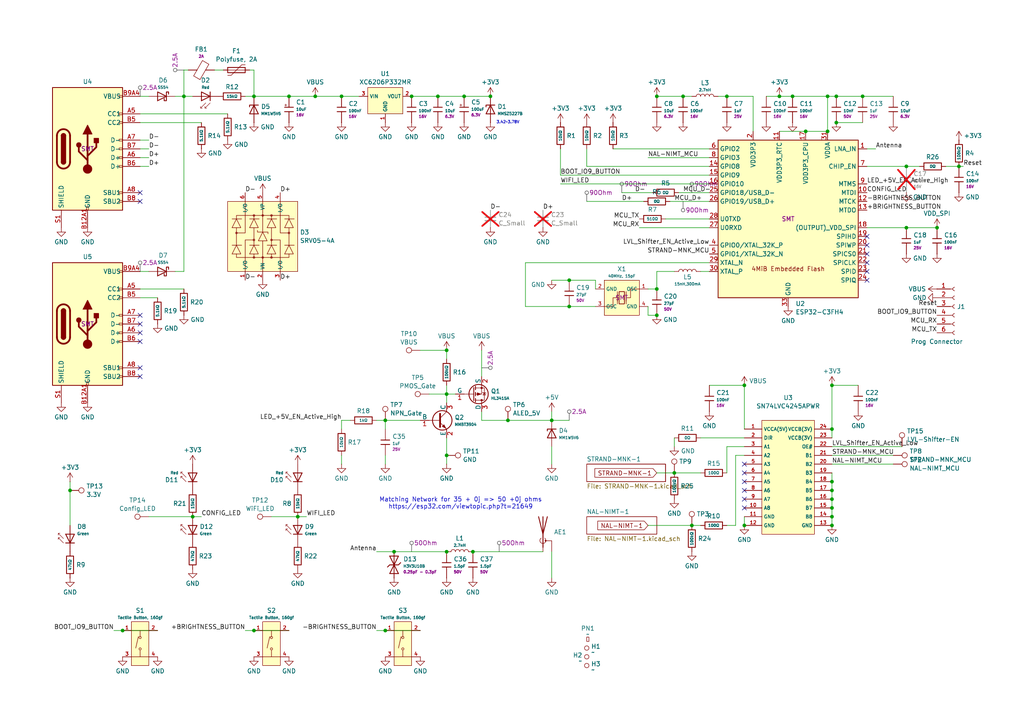
<source format=kicad_sch>
(kicad_sch (version 20250114) (generator "eeschema") (generator_version "9.0")
  (paper "A4")
  (title_block (title "Auckland Train Network Live Map") (date "2025-04-26") (rev "1") (company "Kea Studios") (comment 1 "©Chris Dirks") (comment 2 "MIT License"))
  (lib_symbols
    (symbol "0402,0Ω_1" (pin_numbers (hide yes)) (pin_names (offset 0))
      (property "Reference" "R" (at 1.778 0 0))
      (property "Value" "0Ω" (at 0 0 90))
      (symbol "0402,0Ω_1_1_1"
        (pin passive line (at 0 3.81 270) (length 1.27) (name "~") (number "1"))
        (pin passive line (at 0 -3.81 90) (length 1.27) (name "~") (number "2"))
      )
    )
    (symbol "0402,1uF_1" (pin_numbers (hide yes)) (pin_names (offset 0))
      (property "Reference" "C" (at 2.032 1.668 0))
      (property "Value" "1uF" (at 2.032 -0.3782 0))
      (property "Voltage Rated" "25V" (at 2.032 -2.0462 0))
      (symbol "0402,1uF_1_1_1"
        (pin passive line (at 0 3.81 270) (length 3.175) (name "~") (number "1"))
        (pin passive line (at 0 -3.81 90) (length 3.175) (name "~") (number "2"))
      )
    )
    (symbol "Connector:Conn_01x06_Socket" (pin_names (offset 1.016) (hide yes))
      (property "Reference" "J" (at 0 7.62 0))
      (property "Value" "Conn_01x06_Socket" (at 0 -10.16 0))
      (symbol "Conn_01x06_Socket_1_1"
        (pin passive line (at -5.08 5.08 0) (length 3.81) (name "Pin_1") (number "1"))
        (pin passive line (at -5.08 2.54 0) (length 3.81) (name "Pin_2") (number "2"))
        (pin passive line (at -5.08 0 0) (length 3.81) (name "Pin_3") (number "3"))
        (pin passive line (at -5.08 -2.54 0) (length 3.81) (name "Pin_4") (number "4"))
        (pin passive line (at -5.08 -5.08 0) (length 3.81) (name "Pin_5") (number "5"))
        (pin passive line (at -5.08 -7.62 0) (length 3.81) (name "Pin_6") (number "6"))
      )
    )
    (symbol "Connector:TestPoint" (pin_numbers (hide yes)) (pin_names (offset 0.762) (hide yes))
      (property "Reference" "TP" (at 0 6.858 0))
      (property "Value" "TestPoint" (at 0 5.08 0))
      (symbol "TestPoint_1_1"
        (pin passive line (at 0 0 90) (length 2.54) (name "1") (number "1"))
      )
    )
    (symbol "Device:Antenna_Shield" (pin_numbers (hide yes)) (pin_names (offset 1.016) (hide yes))
      (property "Reference" "AE" (at -1.905 4.445 0))
      (property "Value" "Antenna_Shield" (at -1.905 2.54 0))
      (symbol "Antenna_Shield_1_1"
        (pin input line (at 0 -5.08 90) (length 2.54) (name "A") (number "1"))
        (pin input line (at 2.54 -5.08 90) (length 2.54) (name "Shield") (number "2"))
      )
    )
    (symbol "Device:C_Small" (pin_numbers (hide yes)) (pin_names (offset 0.254) (hide yes))
      (property "Reference" "C" (at 0.254 1.778 0))
      (property "Value" "C_Small" (at 0.254 -2.032 0))
      (symbol "C_Small_1_1"
        (pin passive line (at 0 2.54 270) (length 2.032) (name "~") (number "1"))
        (pin passive line (at 0 -2.54 90) (length 2.032) (name "~") (number "2"))
      )
    )
    (symbol "Device:Polyfuse" (pin_numbers (hide yes)) (pin_names (offset 0))
      (property "Reference" "F" (at -2.54 0 90))
      (property "Value" "Polyfuse" (at 2.54 0 90))
      (symbol "Polyfuse_1_1"
        (pin passive line (at 0 3.81 270) (length 1.27) (name "~") (number "1"))
        (pin passive line (at 0 -3.81 90) (length 1.27) (name "~") (number "2"))
      )
    )
    (symbol "PCM_JLCPCB-Capacitors:0402,1.5pF" (pin_numbers (hide yes)) (pin_names (offset 0))
      (property "Reference" "C" (at 2.032 1.668 0))
      (property "Value" "1.5pF" (at 2.032 -0.3782 0))
      (property "Voltage Rated" "50V" (at 2.032 -2.0462 0))
      (symbol "0402,1.5pF_1_1"
        (pin passive line (at 0 3.81 270) (length 3.175) (name "~") (number "1"))
        (pin passive line (at 0 -3.81 90) (length 3.175) (name "~") (number "2"))
      )
    )
    (symbol "PCM_JLCPCB-Capacitors:0402,100nF" (pin_numbers (hide yes)) (pin_names (offset 0))
      (property "Reference" "C" (at 2.032 1.668 0))
      (property "Value" "100nF" (at 2.032 -0.3782 0))
      (property "Voltage Rated" "16V" (at 2.032 -2.0462 0))
      (symbol "0402,100nF_1_1"
        (pin passive line (at 0 3.81 270) (length 3.175) (name "~") (number "1"))
        (pin passive line (at 0 -3.81 90) (length 3.175) (name "~") (number "2"))
      )
    )
    (symbol "PCM_JLCPCB-Capacitors:0402,10nF" (pin_numbers (hide yes)) (pin_names (offset 0))
      (property "Reference" "C" (at 2.032 1.668 0))
      (property "Value" "10nF" (at 2.032 -0.3782 0))
      (property "Voltage Rated" "50V" (at 2.032 -2.0462 0))
      (symbol "0402,10nF_1_1"
        (pin passive line (at 0 3.81 270) (length 3.175) (name "~") (number "1"))
        (pin passive line (at 0 -3.81 90) (length 3.175) (name "~") (number "2"))
      )
    )
    (symbol "PCM_JLCPCB-Capacitors:0402,10uF" (pin_numbers (hide yes)) (pin_names (offset 0))
      (property "Reference" "C" (at 2.032 1.668 0))
      (property "Value" "10uF" (at 2.032 -0.3782 0))
      (property "Voltage Rated" "6.3V" (at 2.032 -2.0462 0))
      (symbol "0402,10uF_1_1"
        (pin passive line (at 0 3.81 270) (length 3.175) (name "~") (number "1"))
        (pin passive line (at 0 -3.81 90) (length 3.175) (name "~") (number "2"))
      )
    )
    (symbol "PCM_JLCPCB-Capacitors:0402,1uF" (pin_numbers (hide yes)) (pin_names (offset 0))
      (property "Reference" "C" (at 2.032 1.668 0))
      (property "Value" "1uF" (at 2.032 -0.3782 0))
      (property "Voltage Rated" "25V" (at 2.032 -2.0462 0))
      (symbol "0402,1uF_1_1"
        (pin passive line (at 0 3.81 270) (length 3.175) (name "~") (number "1"))
        (pin passive line (at 0 -3.81 90) (length 3.175) (name "~") (number "2"))
      )
    )
    (symbol "PCM_JLCPCB-Capacitors:0402,27pF" (pin_numbers (hide yes)) (pin_names (offset 0))
      (property "Reference" "C" (at 2.032 1.668 0))
      (property "Value" "27pF" (at 2.032 -0.3782 0))
      (property "Voltage Rated" "50V" (at 2.032 -2.0462 0))
      (symbol "0402,27pF_1_1"
        (pin passive line (at 0 3.81 270) (length 3.175) (name "~") (number "1"))
        (pin passive line (at 0 -3.81 90) (length 3.175) (name "~") (number "2"))
      )
    )
    (symbol "PCM_JLCPCB-Capacitors:CASE-A-3216-18(mm),10uF" (pin_numbers (hide yes)) (pin_names (offset 0))
      (property "Reference" "C" (at 2.032 1.668 0))
      (property "Value" "10uF" (at 2.032 -0.3782 0))
      (property "Rated Voltage" "16V" (at 2.032 -2.0462 0))
      (symbol "CASE-A-3216-18(mm),10uF_1_1"
        (pin passive line (at 0 3.81 270) (length 3.175) (name "~") (number "1"))
        (pin passive line (at 0 -3.81 90) (length 3.175) (name "~") (number "2"))
      )
    )
    (symbol "PCM_JLCPCB-Capacitors:CASE-B-3528-21(mm),100uF" (pin_numbers (hide yes)) (pin_names (offset 0))
      (property "Reference" "C" (at 2.032 1.668 0))
      (property "Value" "100uF" (at 2.032 -0.3782 0))
      (property "Rated Voltage" "6.3V" (at 2.032 -2.0462 0))
      (symbol "CASE-B-3528-21(mm),100uF_1_1"
        (pin passive line (at 0 3.81 270) (length 3.175) (name "~") (number "1"))
        (pin passive line (at 0 -3.81 90) (length 3.175) (name "~") (number "2"))
      )
    )
    (symbol "PCM_JLCPCB-Connectors_Buttons:Tactile Button, 160gf" (pin_names (hide yes))
      (property "Reference" "S" (at 0 1.27 0))
      (property "Value" "Tactile Button, 160gf" (at 0 -8.89 0))
      (symbol "Tactile Button, 160gf_0_1"
        (pin unspecified line (at -5.08 2.54 0) (length 2.54) (name "A") (number "1"))
        (pin unspecified line (at -5.08 -5.08 0) (length 2.54) (name "C") (number "3"))
        (pin unspecified line (at 5.08 2.54 180) (length 2.54) (name "B") (number "2"))
        (pin unspecified line (at 5.08 -5.08 180) (length 2.54) (name "D") (number "4"))
      )
    )
    (symbol "PCM_JLCPCB-Diode-Packages:Package, SRV05-4A_C20615829"
      (property "Reference" "D" (at 0 1.27 0))
      (property "Value" "SRV05-4A_C20615829" (at 0 -2.54 0))
      (symbol "Package, SRV05-4A_C20615829_0_1"
        (pin unspecified line (at -5.08 12.7 270) (length 2.54) (name "I/O") (number "6"))
        (pin unspecified line (at -5.08 -12.7 90) (length 2.54) (name "I/O") (number "1"))
        (pin unspecified line (at 0 12.7 270) (length 2.54) (name "VP") (number "5"))
        (pin unspecified line (at 0 -12.7 90) (length 2.54) (name "VN") (number "2"))
        (pin unspecified line (at 5.08 12.7 270) (length 2.54) (name "I/O") (number "4"))
        (pin unspecified line (at 5.08 -12.7 90) (length 2.54) (name "I/O") (number "3"))
      )
    )
    (symbol "PCM_JLCPCB-Diodes:LED,0805,Green" (pin_numbers (hide yes)) (pin_names (offset 0))
      (property "Reference" "D" (at 2.032 0.834 0))
      (property "Value" "Green" (at 2.032 -1.2122 0))
      (symbol "LED,0805,Green_1_1"
        (pin passive line (at 0 3.81 270) (length 3.81) (name "~") (number "2"))
        (pin passive line (at 0 -3.81 90) (length 3.81) (name "~") (number "1"))
      )
    )
    (symbol "PCM_JLCPCB-Diodes:LED,0805,Red" (pin_numbers (hide yes)) (pin_names (offset 0))
      (property "Reference" "D" (at 2.032 0.834 0))
      (property "Value" "Red" (at 2.032 -1.2122 0))
      (symbol "LED,0805,Red_1_1"
        (pin passive line (at 0 3.81 270) (length 3.81) (name "~") (number "2"))
        (pin passive line (at 0 -3.81 90) (length 3.81) (name "~") (number "1"))
      )
    )
    (symbol "PCM_JLCPCB-Diodes:Schottky,SS54" (pin_numbers (hide yes)) (pin_names (offset 0))
      (property "Reference" "D" (at 2.032 0.834 0))
      (property "Value" "SS54" (at 2.032 -1.2122 0))
      (symbol "Schottky,SS54_1_1"
        (pin passive line (at 0 3.81 270) (length 3.81) (name "~") (number "2"))
        (pin passive line (at 0 -3.81 90) (length 3.81) (name "~") (number "1"))
      )
    )
    (symbol "PCM_JLCPCB-Diodes:TVS-Bi,H3V3U10B" (pin_numbers (hide yes)) (pin_names (offset 0))
      (property "Reference" "D" (at 2.032 0.834 0))
      (property "Value" "H3V3U10B" (at 2.032 -1.2122 0))
      (symbol "TVS-Bi,H3V3U10B_1_1"
        (pin passive line (at 0 3.81 270) (length 3.81) (name "~") (number "2"))
        (pin passive line (at 0 -3.81 90) (length 3.81) (name "~") (number "1"))
      )
    )
    (symbol "PCM_JLCPCB-Diodes:Zener,MM1W5V6" (pin_numbers (hide yes)) (pin_names (offset 0))
      (property "Reference" "D" (at 2.032 0.834 0))
      (property "Value" "MM1W5V6" (at 2.032 -1.2122 0))
      (symbol "Zener,MM1W5V6_1_1"
        (pin passive line (at 0 3.81 270) (length 3.81) (name "~") (number "2"))
        (pin passive line (at 0 -3.81 90) (length 3.81) (name "~") (number "1"))
      )
    )
    (symbol "PCM_JLCPCB-Diodes:Zener,MMSZ5227B" (pin_numbers (hide yes)) (pin_names (offset 0))
      (property "Reference" "D" (at 2.032 0.834 0))
      (property "Value" "MMSZ5227B" (at 2.032 -1.2122 0))
      (symbol "Zener,MMSZ5227B_1_1"
        (pin passive line (at 0 3.81 270) (length 3.81) (name "~") (number "2"))
        (pin passive line (at 0 -3.81 90) (length 3.81) (name "~") (number "1"))
      )
    )
    (symbol "PCM_JLCPCB-Extended:Connector, USB-TYPE-C-16P"
      (property "Reference" "J" (at 2.54 2.54 0))
      (symbol "Connector, USB-TYPE-C-16P_1_1"
        (pin passive line (at -7.62 -22.86 90) (length 5.08) (name "SHIELD") (number "S1"))
        (pin passive line (at 0 -22.86 90) (length 5.08) (hide yes) (name "GND") (number "A12B1"))
        (pin passive line (at 0 -22.86 90) (length 5.08) (name "GND") (number "B12A1"))
        (pin passive line (at 15.24 15.24 180) (length 5.08) (hide yes) (name "VBUS") (number "A9B4"))
        (pin passive line (at 15.24 15.24 180) (length 5.08) (name "VBUS") (number "B9A4"))
        (pin bidirectional line (at 15.24 10.16 180) (length 5.08) (name "CC1") (number "A5"))
        (pin bidirectional line (at 15.24 7.62 180) (length 5.08) (name "CC2") (number "B5"))
        (pin bidirectional line (at 15.24 2.54 180) (length 5.08) (name "D-") (number "A7"))
        (pin bidirectional line (at 15.24 0 180) (length 5.08) (name "D-") (number "B7"))
        (pin bidirectional line (at 15.24 -2.54 180) (length 5.08) (name "D+") (number "A6"))
        (pin bidirectional line (at 15.24 -5.08 180) (length 5.08) (name "D+") (number "B6"))
        (pin bidirectional line (at 15.24 -12.7 180) (length 5.08) (name "SBU1") (number "A8"))
        (pin bidirectional line (at 15.24 -15.24 180) (length 5.08) (name "SBU2") (number "B8"))
      )
    )
    (symbol "PCM_JLCPCB-Extended:Crystal, 40MHz, 15pF"
      (property "Reference" "X" (at 0 8.128 0))
      (property "Value" "40MHz, 15pF" (at -0.254 6.35 0))
      (symbol "Crystal, 40MHz, 15pF_0_1"
        (pin unspecified line (at -7.62 2.54 0) (length 2.54) (name "GND") (number "4"))
        (pin unspecified line (at 7.62 -2.54 180) (length 2.54) (name "GND") (number "2"))
      )
      (symbol "Crystal, 40MHz, 15pF_1_1"
        (pin unspecified line (at -7.62 -2.54 0) (length 2.54) (name "OSC") (number "1"))
        (pin unspecified line (at 7.62 2.54 180) (length 2.54) (name "OSC") (number "3"))
      )
    )
    (symbol "PCM_JLCPCB-Extended:MCU, ESP32-C3FH4"
      (property "Reference" "U" (at -17.272 23.876 0))
      (property "Value" "ESP32-C3FH4" (at 16.256 23.876 0))
      (symbol "MCU, ESP32-C3FH4_1_1"
        (text "4MiB Embedded Flash" (at 0 -14.478 0) (effects (font (size 1.27 1.27))))
        (pin bidirectional line (at -22.86 20.32 0) (length 2.54) (name "GPIO2") (number "6"))
        (pin bidirectional line (at -22.86 17.78 0) (length 2.54) (name "GPIO3") (number "8"))
        (pin bidirectional line (at -22.86 15.24 0) (length 2.54) (name "GPIO8") (number "14"))
        (pin bidirectional line (at -22.86 12.7 0) (length 2.54) (name "GPIO9") (number "15"))
        (pin bidirectional line (at -22.86 10.16 0) (length 2.54) (name "GPIO10") (number "16"))
        (pin bidirectional line (at -22.86 7.62 0) (length 2.54) (name "GPIO18/USB_D-") (number "25"))
        (pin bidirectional line (at -22.86 5.08 0) (length 2.54) (name "GPIO19/USB_D+") (number "26"))
        (pin bidirectional line (at -22.86 0 0) (length 2.54) (name "U0TXD") (number "28"))
        (pin bidirectional line (at -22.86 -2.54 0) (length 2.54) (name "U0RXD") (number "27"))
        (pin bidirectional line (at -22.86 -7.62 0) (length 2.54) (name "GPIO0/XTAL_32K_P") (number "4"))
        (pin bidirectional line (at -22.86 -10.16 0) (length 2.54) (name "GPIO1/XTAL_32K_N") (number "5"))
        (pin bidirectional line (at -22.86 -12.7 0) (length 2.54) (name "XTAL_N") (number "29"))
        (pin bidirectional line (at -22.86 -15.24 0) (length 2.54) (name "XTAL_P") (number "30"))
        (pin power_in line (at -10.16 25.4 270) (length 2.54) (name "VDD3P3") (number "2"))
        (pin passive line (at -10.16 25.4 270) (length 2.54) (hide yes) (name "VDD3P3") (number "3"))
        (pin power_in line (at -2.54 25.4 270) (length 2.54) (name "VDD3P3_RTC") (number "11"))
        (pin power_in line (at 0 -25.4 90) (length 2.54) (name "GND") (number "33"))
        (pin power_in line (at 5.08 25.4 270) (length 2.54) (name "VDD3P3_CPU") (number "17"))
        (pin power_in line (at 11.43 25.4 270) (length 2.54) (name "VDDA") (number "31"))
        (pin passive line (at 11.43 25.4 270) (length 2.54) (hide yes) (name "VDDA") (number "32"))
        (pin bidirectional line (at 22.86 20.32 180) (length 2.54) (name "LNA_IN") (number "1"))
        (pin bidirectional line (at 22.86 15.24 180) (length 2.54) (name "CHIP_EN") (number "7"))
        (pin bidirectional line (at 22.86 10.16 180) (length 2.54) (name "MTMS") (number "9"))
        (pin bidirectional line (at 22.86 7.62 180) (length 2.54) (name "MTDI") (number "10"))
        (pin bidirectional line (at 22.86 5.08 180) (length 2.54) (name "MTCK") (number "12"))
        (pin bidirectional line (at 22.86 2.54 180) (length 2.54) (name "MTDO") (number "13"))
        (pin power_out line (at 22.86 -2.54 180) (length 2.54) (name "(OUTPUT)_VDD_SPI") (number "18"))
        (pin bidirectional line (at 22.86 -5.08 180) (length 2.54) (name "SPIHD") (number "19"))
        (pin bidirectional line (at 22.86 -7.62 180) (length 2.54) (name "SPIWP") (number "20"))
        (pin bidirectional line (at 22.86 -10.16 180) (length 2.54) (name "SPICS0") (number "21"))
        (pin bidirectional line (at 22.86 -12.7 180) (length 2.54) (name "SPICLK") (number "22"))
        (pin bidirectional line (at 22.86 -15.24 180) (length 2.54) (name "SPID") (number "23"))
        (pin bidirectional line (at 22.86 -17.78 180) (length 2.54) (name "SPIQ") (number "24"))
      )
    )
    (symbol "PCM_JLCPCB-ICs:Level Shifter, 8 Channel, TSN74LVC4245APWR"
      (property "Reference" "U" (at 0 1.27 0))
      (property "Value" "SN74LVC4245APWR" (at 0 19.304 0))
      (symbol "Level Shifter, 8 Channel, TSN74LVC4245APWR_0_1"
        (pin unspecified line (at -12.7 12.7 0) (length 5.08) (name "DIR") (number "2"))
        (pin unspecified line (at -12.7 10.16 0) (length 5.08) (name "A1") (number "3"))
        (pin unspecified line (at -12.7 7.62 0) (length 5.08) (name "A2") (number "4"))
        (pin unspecified line (at -12.7 5.08 0) (length 5.08) (name "A3") (number "5"))
        (pin unspecified line (at -12.7 2.54 0) (length 5.08) (name "A4") (number "6"))
        (pin unspecified line (at -12.7 0 0) (length 5.08) (name "A5") (number "7"))
        (pin unspecified line (at -12.7 -2.54 0) (length 5.08) (name "A6") (number "8"))
        (pin unspecified line (at -12.7 -5.08 0) (length 5.08) (name "A7") (number "9"))
        (pin unspecified line (at -12.7 -7.62 0) (length 5.08) (name "A8") (number "10"))
        (pin unspecified line (at -12.7 -10.16 0) (length 5.08) (name "GND") (number "11"))
        (pin unspecified line (at -12.7 -12.7 0) (length 5.08) (name "GND") (number "12"))
        (pin unspecified line (at 12.7 10.16 180) (length 5.08) (name "OE#") (number "22"))
        (pin unspecified line (at 12.7 7.62 180) (length 5.08) (name "B1") (number "21"))
        (pin unspecified line (at 12.7 5.08 180) (length 5.08) (name "B2") (number "20"))
        (pin unspecified line (at 12.7 2.54 180) (length 5.08) (name "B3") (number "19"))
        (pin unspecified line (at 12.7 0 180) (length 5.08) (name "B4") (number "18"))
        (pin unspecified line (at 12.7 -2.54 180) (length 5.08) (name "B5") (number "17"))
        (pin unspecified line (at 12.7 -5.08 180) (length 5.08) (name "B6") (number "16"))
        (pin unspecified line (at 12.7 -7.62 180) (length 5.08) (name "B7") (number "15"))
        (pin unspecified line (at 12.7 -10.16 180) (length 5.08) (name "B8") (number "14"))
        (pin unspecified line (at 12.7 -12.7 180) (length 5.08) (name "GND") (number "13"))
      )
      (symbol "Level Shifter, 8 Channel, TSN74LVC4245APWR_1_1"
        (pin unspecified line (at -12.7 15.24 0) (length 5.08) (name "VCCA(5V)") (number "1"))
        (pin unspecified line (at 12.7 15.24 180) (length 5.08) (name "VCCB(3V)") (number "24"))
        (pin unspecified line (at 12.7 12.7 180) (length 5.08) (name "VCCB(3V)") (number "23"))
      )
    )
    (symbol "PCM_JLCPCB-Inductors:15nH,300mA" (pin_numbers (hide yes)) (pin_names (offset 0))
      (property "Reference" "L" (at 1.2673 0.834 0))
      (property "Value" "15nH,300mA" (at 1.2673 -1.2122 0))
      (symbol "15nH,300mA_1_1"
        (pin passive line (at 0 3.81 270) (length 1.27) (name "~") (number "1"))
        (pin passive line (at 0 -3.81 90) (length 1.27) (name "~") (number "2"))
      )
    )
    (symbol "PCM_JLCPCB-Inductors:3.9nH,300mA" (pin_numbers (hide yes)) (pin_names (offset 0))
      (property "Reference" "L" (at 1.2673 0.834 0))
      (property "Value" "3.9nH,300mA" (at 1.2673 -1.2122 0))
      (symbol "3.9nH,300mA_1_1"
        (pin passive line (at 0 3.81 270) (length 1.27) (name "~") (number "1"))
        (pin passive line (at 0 -3.81 90) (length 1.27) (name "~") (number "2"))
      )
    )
    (symbol "PCM_JLCPCB-Inductors:Ferrite,0603,(2)" (pin_numbers (hide yes)) (pin_names (offset 0))
      (property "Reference" "FB" (at 3.4036 1.2508 0))
      (property "Current Rating" "2A" (at 3.4036 -1.5274 0))
      (symbol "Ferrite,0603,(2)_1_1"
        (pin passive line (at 0 3.81 270) (length 2.54) (name "~") (number "1"))
        (pin passive line (at 0 -3.81 90) (length 2.54) (name "~") (number "2"))
      )
    )
    (symbol "PCM_JLCPCB-Manufacturing:Part Number, PCM_JLCPCB, 0.8x0.15mm"
      (property "Reference" "PN" (at 2.286 0 0))
    )
    (symbol "PCM_JLCPCB-Manufacturing:Tooling Hole, PCM_JLCPCB, 1.152mm"
      (property "Reference" "H" (at 1.778 0 0))
    )
    (symbol "PCM_JLCPCB-Power:LDO, 3.3V, 0.2A"
      (property "Reference" "U" (at 0 8.89 0))
      (property "Value" "XC6206P332MR" (at 0 6.35 0))
      (symbol "LDO, 3.3V, 0.2A_1_1"
        (pin unspecified line (at -7.62 2.54 0) (length 2.56) (name "VIN") (number "3"))
        (pin unspecified line (at 0 -5.08 90) (length 2.56) (name "GND") (number "1"))
        (pin unspecified line (at 7.62 2.54 180) (length 2.56) (name "VOUT") (number "2"))
      )
    )
    (symbol "PCM_JLCPCB-Resistors:0402,0Ω" (pin_numbers (hide yes)) (pin_names (offset 0))
      (property "Reference" "R" (at 1.778 0 0))
      (property "Value" "0Ω" (at 0 0 90))
      (symbol "0402,0Ω_1_1"
        (pin passive line (at 0 3.81 270) (length 1.27) (name "~") (number "1"))
        (pin passive line (at 0 -3.81 90) (length 1.27) (name "~") (number "2"))
      )
    )
    (symbol "PCM_JLCPCB-Resistors:0402,100kΩ" (pin_numbers (hide yes)) (pin_names (offset 0))
      (property "Reference" "R" (at 1.778 0 0))
      (property "Value" "100kΩ" (at 0 0 90))
      (symbol "0402,100kΩ_1_1"
        (pin passive line (at 0 3.81 270) (length 1.27) (name "~") (number "1"))
        (pin passive line (at 0 -3.81 90) (length 1.27) (name "~") (number "2"))
      )
    )
    (symbol "PCM_JLCPCB-Resistors:0402,100Ω" (pin_numbers (hide yes)) (pin_names (offset 0))
      (property "Reference" "R" (at 1.778 0 0))
      (property "Value" "100Ω" (at 0 0 90))
      (symbol "0402,100Ω_1_1"
        (pin passive line (at 0 3.81 270) (length 1.27) (name "~") (number "1"))
        (pin passive line (at 0 -3.81 90) (length 1.27) (name "~") (number "2"))
      )
    )
    (symbol "PCM_JLCPCB-Resistors:0402,10kΩ" (pin_numbers (hide yes)) (pin_names (offset 0))
      (property "Reference" "R" (at 1.778 0 0))
      (property "Value" "10kΩ" (at 0 0 90))
      (symbol "0402,10kΩ_1_1"
        (pin passive line (at 0 3.81 270) (length 1.27) (name "~") (number "1"))
        (pin passive line (at 0 -3.81 90) (length 1.27) (name "~") (number "2"))
      )
    )
    (symbol "PCM_JLCPCB-Resistors:0402,15kΩ" (pin_numbers (hide yes)) (pin_names (offset 0))
      (property "Reference" "R" (at 1.778 0 0))
      (property "Value" "15kΩ" (at 0 0 90))
      (symbol "0402,15kΩ_1_1"
        (pin passive line (at 0 3.81 270) (length 1.27) (name "~") (number "1"))
        (pin passive line (at 0 -3.81 90) (length 1.27) (name "~") (number "2"))
      )
    )
    (symbol "PCM_JLCPCB-Resistors:0402,1kΩ" (pin_numbers (hide yes)) (pin_names (offset 0))
      (property "Reference" "R" (at 1.778 0 0))
      (property "Value" "1kΩ" (at 0 0 90))
      (symbol "0402,1kΩ_1_1"
        (pin passive line (at 0 3.81 270) (length 1.27) (name "~") (number "1"))
        (pin passive line (at 0 -3.81 90) (length 1.27) (name "~") (number "2"))
      )
    )
    (symbol "PCM_JLCPCB-Resistors:0402,47kΩ" (pin_numbers (hide yes)) (pin_names (offset 0))
      (property "Reference" "R" (at 1.778 0 0))
      (property "Value" "47kΩ" (at 0 0 90))
      (symbol "0402,47kΩ_1_1"
        (pin passive line (at 0 3.81 270) (length 1.27) (name "~") (number "1"))
        (pin passive line (at 0 -3.81 90) (length 1.27) (name "~") (number "2"))
      )
    )
    (symbol "PCM_JLCPCB-Resistors:0402,5.1kΩ" (pin_numbers (hide yes)) (pin_names (offset 0))
      (property "Reference" "R" (at 1.778 0 0))
      (property "Value" "5.1kΩ" (at 0 0 90))
      (symbol "0402,5.1kΩ_1_1"
        (pin passive line (at 0 3.81 270) (length 1.27) (name "~") (number "1"))
        (pin passive line (at 0 -3.81 90) (length 1.27) (name "~") (number "2"))
      )
    )
    (symbol "PCM_JLCPCB-Resistors:0402,510Ω" (pin_numbers (hide yes)) (pin_names (offset 0))
      (property "Reference" "R" (at 1.778 0 0))
      (property "Value" "510Ω" (at 0 0 90))
      (symbol "0402,510Ω_1_1"
        (pin passive line (at 0 3.81 270) (length 1.27) (name "~") (number "1"))
        (pin passive line (at 0 -3.81 90) (length 1.27) (name "~") (number "2"))
      )
    )
    (symbol "PCM_JLCPCB-Transistors:NPN,MMBT3904" (pin_names (offset 0))
      (property "Reference" "Q" (at 4.8514 0.834 0))
      (property "Value" "MMBT3904" (at 4.8514 -1.2122 0))
      (symbol "NPN,MMBT3904_1_1"
        (pin input line (at -5.08 0 0) (length 2.54) (name "B") (number "1"))
        (pin open_collector line (at 2.54 5.08 270) (length 2.54) (name "C") (number "3"))
        (pin open_emitter line (at 2.54 -5.08 90) (length 2.54) (name "E") (number "2"))
      )
    )
    (symbol "PCM_JLCPCB-Transistors:PMOS,HL3415A" (pin_names (offset 0))
      (property "Reference" "Q" (at 4.8514 0.834 0))
      (property "Value" "HL3415A" (at 4.8514 -1.2122 0))
      (symbol "PMOS,HL3415A_1_1"
        (pin input line (at -5.08 0 0) (length 2.54) (name "G") (number "1"))
        (pin passive line (at 2.54 5.08 270) (length 2.54) (name "D") (number "3"))
        (pin passive line (at 2.54 -5.08 90) (length 2.54) (name "S") (number "2"))
      )
    )
    (symbol "power:+3V3" (power) (pin_numbers (hide yes)) (pin_names (offset 0) (hide yes))
      (property "Value" "+3V3" (at 0 3.556 0))
      (symbol "+3V3_1_1"
        (pin power_in line (at 0 0 90) (length 0) (name "~") (number "1"))
      )
    )
    (symbol "power:+5V" (power) (pin_numbers (hide yes)) (pin_names (offset 0) (hide yes))
      (property "Value" "+5V" (at 0 3.556 0))
      (symbol "+5V_1_1"
        (pin power_in line (at 0 0 90) (length 0) (name "~") (number "1"))
      )
    )
    (symbol "power:GND" (power) (pin_numbers (hide yes)) (pin_names (offset 0) (hide yes))
      (property "Value" "GND" (at 0 -3.81 0))
      (symbol "GND_1_1"
        (pin power_in line (at 0 0 270) (length 0) (name "~") (number "1"))
      )
    )
    (symbol "power:VBUS" (power) (pin_numbers (hide yes)) (pin_names (offset 0) (hide yes))
      (property "Value" "VBUS" (at 0 3.556 0))
      (symbol "VBUS_1_1"
        (pin power_in line (at 0 0 90) (length 0) (name "~") (number "1"))
      )
    )
    (symbol "power:VDD" (power) (pin_numbers (hide yes)) (pin_names (offset 0) (hide yes))
      (property "Value" "VDD" (at 0 3.556 0))
      (symbol "VDD_1_1"
        (pin power_in line (at 0 0 90) (length 0) (name "~") (number "1"))
      )
    )
  )
  (text "Matching Network for 35 + 0j => 50 +0j ohms\nhttps://esp32.com/viewtopic.php?t=21649" (at 133.604 146.05 0) (effects (font (size 1.27 1.27))))
  (text "3.42~3.78V" (at 147.32 35.56 0) (effects (font (size 0.8 0.8))))
  (junction (at 91.44 27.94))
  (junction (at 241.3 144.78))
  (junction (at 242.57 35.56))
  (junction (at 271.78 66.04))
  (junction (at 111.76 121.92))
  (junction (at 99.06 27.94))
  (junction (at 119.38 27.94))
  (junction (at 198.12 27.94))
  (junction (at 241.3 149.86))
  (junction (at 241.3 152.4))
  (junction (at 165.1 81.28))
  (junction (at 241.3 142.24))
  (junction (at 240.03 27.94))
  (junction (at 142.24 27.94))
  (junction (at 160.02 121.92))
  (junction (at 35.56 182.88))
  (junction (at 73.66 182.88))
  (junction (at 195.58 137.16))
  (junction (at 226.06 27.94))
  (junction (at 233.68 38.1))
  (junction (at 250.19 27.94))
  (junction (at 241.3 139.7))
  (junction (at 241.3 124.46))
  (junction (at 129.54 160.02))
  (junction (at 111.76 182.88))
  (junction (at 190.5 83.82))
  (junction (at 129.54 132.08))
  (junction (at 127 27.94))
  (junction (at 190.5 27.94))
  (junction (at 114.3 160.02))
  (junction (at 229.87 27.94))
  (junction (at 129.54 101.6))
  (junction (at 241.3 111.76))
  (junction (at 241.3 147.32))
  (junction (at 190.5 91.44))
  (junction (at 53.34 27.94))
  (junction (at 86.36 149.86))
  (junction (at 278.13 48.26))
  (junction (at 200.66 152.4))
  (junction (at 83.82 27.94))
  (junction (at 147.32 121.92))
  (junction (at 55.88 149.86))
  (junction (at 73.66 27.94))
  (junction (at 210.82 27.94))
  (junction (at 262.89 48.26))
  (junction (at 215.9 152.4))
  (junction (at 129.54 114.3))
  (junction (at 137.16 160.02))
  (junction (at 242.57 27.94))
  (junction (at 262.89 66.04))
  (junction (at 240.03 38.1))
  (junction (at 215.9 111.76))
  (junction (at 134.62 27.94))
  (junction (at 165.1 88.9))
  (junction (at 20.32 142.24))
  (no_connect (at 251.46 68.58))
  (no_connect (at 40.64 109.22))
  (no_connect (at 251.46 73.66))
  (no_connect (at 251.46 78.74))
  (no_connect (at 215.9 142.24))
  (no_connect (at 215.9 134.62))
  (no_connect (at 251.46 76.2))
  (no_connect (at 215.9 139.7))
  (no_connect (at 40.64 93.98))
  (no_connect (at 40.64 58.42))
  (no_connect (at 215.9 147.32))
  (no_connect (at 40.64 96.52))
  (no_connect (at 251.46 81.28))
  (no_connect (at 215.9 137.16))
  (no_connect (at 40.64 106.68))
  (no_connect (at 40.64 91.44))
  (no_connect (at 251.46 71.12))
  (no_connect (at 215.9 144.78))
  (no_connect (at 40.64 99.06))
  (no_connect (at 40.64 55.88))
  (wire (pts (xy 274.32 48.26) (xy 278.13 48.26)))
  (wire (pts (xy 187.96 152.4) (xy 200.66 152.4)))
  (wire (pts (xy 251.46 66.04) (xy 262.89 66.04)))
  (wire (pts (xy 43.18 48.26) (xy 40.64 48.26)))
  (wire (pts (xy 33.02 182.88) (xy 35.56 182.88)))
  (wire (pts (xy 190.5 27.94) (xy 198.12 27.94)))
  (wire (pts (xy 241.3 111.76) (xy 241.3 124.46)))
  (wire (pts (xy 241.3 124.46) (xy 241.3 127)))
  (wire (pts (xy 99.06 121.92) (xy 99.06 124.46)))
  (wire (pts (xy 139.7 121.92) (xy 147.32 121.92)))
  (wire (pts (xy 129.54 114.3) (xy 129.54 116.84)))
  (wire (pts (xy 226.06 27.94) (xy 229.87 27.94)))
  (wire (pts (xy 137.16 160.02) (xy 157.48 160.02)))
  (wire (pts (xy 213.36 152.4) (xy 213.36 132.08)))
  (wire (pts (xy 111.76 121.92) (xy 111.76 124.46)))
  (wire (pts (xy 266.7 48.26) (xy 262.89 48.26)))
  (wire (pts (xy 177.8 43.18) (xy 205.74 43.18)))
  (wire (pts (xy 279.4 48.26) (xy 278.13 48.26)))
  (wire (pts (xy 50.8 27.94) (xy 53.34 27.94)))
  (wire (pts (xy 111.76 121.92) (xy 121.92 121.92)))
  (wire (pts (xy 241.3 132.08) (xy 259.08 132.08)))
  (wire (pts (xy 124.46 114.3) (xy 129.54 114.3)))
  (wire (pts (xy 210.82 129.54) (xy 215.9 129.54)))
  (wire (pts (xy 132.08 114.3) (xy 129.54 114.3)))
  (wire (pts (xy 73.66 20.32) (xy 73.66 27.94)))
  (wire (pts (xy 134.62 27.94) (xy 142.24 27.94)))
  (wire (pts (xy 242.57 35.56) (xy 250.19 35.56)))
  (wire (pts (xy 198.12 27.94) (xy 200.66 27.94)))
  (wire (pts (xy 40.64 35.56) (xy 58.42 35.56)))
  (wire (pts (xy 210.82 27.94) (xy 218.44 27.94)))
  (wire (pts (xy 53.34 78.74) (xy 50.8 78.74)))
  (wire (pts (xy 160.02 81.28) (xy 165.1 81.28)))
  (wire (pts (xy 240.03 27.94) (xy 240.03 38.1)))
  (wire (pts (xy 127 27.94) (xy 134.62 27.94)))
  (wire (pts (xy 241.3 129.54) (xy 261.62 129.54)))
  (wire (pts (xy 114.3 160.02) (xy 129.54 160.02)))
  (wire (pts (xy 62.23 20.32) (xy 64.77 20.32)))
  (wire (pts (xy 55.88 149.86) (xy 58.42 149.86)))
  (wire (pts (xy 129.54 132.08) (xy 129.54 134.62)))
  (wire (pts (xy 195.58 129.54) (xy 195.58 127)))
  (wire (pts (xy 43.18 43.18) (xy 40.64 43.18)))
  (wire (pts (xy 240.03 27.94) (xy 242.57 27.94)))
  (wire (pts (xy 215.9 111.76) (xy 215.9 124.46)))
  (wire (pts (xy 241.3 139.7) (xy 241.3 142.24)))
  (wire (pts (xy 242.57 27.94) (xy 250.19 27.94)))
  (wire (pts (xy 73.66 20.32) (xy 72.39 20.32)))
  (wire (pts (xy 53.34 20.32) (xy 54.61 20.32)))
  (wire (pts (xy 254 43.18) (xy 251.46 43.18)))
  (wire (pts (xy 71.12 182.88) (xy 73.66 182.88)))
  (wire (pts (xy 111.76 132.08) (xy 111.76 134.62)))
  (wire (pts (xy 101.6 121.92) (xy 99.06 121.92)))
  (wire (pts (xy 78.74 149.86) (xy 86.36 149.86)))
  (wire (pts (xy 162.56 43.18) (xy 162.56 50.8)))
  (wire (pts (xy 190.5 78.74) (xy 195.58 78.74)))
  (wire (pts (xy 152.4 76.2) (xy 205.74 76.2)))
  (wire (pts (xy 170.18 58.42) (xy 186.69 58.42)))
  (wire (pts (xy 43.18 149.86) (xy 55.88 149.86)))
  (wire (pts (xy 83.82 27.94) (xy 91.44 27.94)))
  (wire (pts (xy 180.34 55.88) (xy 189.23 55.88)))
  (wire (pts (xy 119.38 27.94) (xy 127 27.94)))
  (wire (pts (xy 40.64 27.94) (xy 43.18 27.94)))
  (wire (pts (xy 195.58 137.16) (xy 203.2 137.16)))
  (wire (pts (xy 218.44 27.94) (xy 218.44 38.1)))
  (wire (pts (xy 213.36 132.08) (xy 215.9 132.08)))
  (wire (pts (xy 226.06 38.1) (xy 233.68 38.1)))
  (wire (pts (xy 160.02 160.02) (xy 160.02 167.64)))
  (wire (pts (xy 165.1 81.28) (xy 172.72 81.28)))
  (wire (pts (xy 121.92 101.6) (xy 129.54 101.6)))
  (wire (pts (xy 190.5 91.44) (xy 187.96 91.44)))
  (wire (pts (xy 229.87 27.94) (xy 240.03 27.94)))
  (wire (pts (xy 40.64 78.74) (xy 43.18 78.74)))
  (wire (pts (xy 205.74 48.26) (xy 170.18 48.26)))
  (wire (pts (xy 271.78 66.04) (xy 262.89 66.04)))
  (wire (pts (xy 129.54 111.76) (xy 129.54 114.3)))
  (wire (pts (xy 109.22 121.92) (xy 111.76 121.92)))
  (wire (pts (xy 152.4 88.9) (xy 165.1 88.9)))
  (wire (pts (xy 43.18 40.64) (xy 40.64 40.64)))
  (wire (pts (xy 203.2 127) (xy 215.9 127)))
  (wire (pts (xy 99.06 27.94) (xy 104.14 27.94)))
  (wire (pts (xy 185.42 66.04) (xy 205.74 66.04)))
  (wire (pts (xy 109.22 160.02) (xy 114.3 160.02)))
  (wire (pts (xy 43.18 45.72) (xy 40.64 45.72)))
  (wire (pts (xy 215.9 149.86) (xy 215.9 152.4)))
  (wire (pts (xy 109.22 182.88) (xy 111.76 182.88)))
  (wire (pts (xy 187.96 45.72) (xy 205.74 45.72)))
  (wire (pts (xy 241.3 142.24) (xy 241.3 144.78)))
  (wire (pts (xy 241.3 134.62) (xy 259.08 134.62)))
  (wire (pts (xy 86.36 149.86) (xy 88.9 149.86)))
  (wire (pts (xy 210.82 152.4) (xy 213.36 152.4)))
  (wire (pts (xy 73.66 182.88) (xy 83.82 182.88)))
  (wire (pts (xy 222.25 27.94) (xy 226.06 27.94)))
  (wire (pts (xy 205.74 111.76) (xy 215.9 111.76)))
  (wire (pts (xy 40.64 83.82) (xy 53.34 83.82)))
  (wire (pts (xy 162.56 53.34) (xy 205.74 53.34)))
  (wire (pts (xy 160.02 134.62) (xy 160.02 129.54)))
  (wire (pts (xy 193.04 63.5) (xy 205.74 63.5)))
  (wire (pts (xy 53.34 27.94) (xy 53.34 78.74)))
  (wire (pts (xy 262.89 48.26) (xy 251.46 48.26)))
  (wire (pts (xy 250.19 27.94) (xy 259.08 27.94)))
  (wire (pts (xy 53.34 27.94) (xy 55.88 27.94)))
  (wire (pts (xy 20.32 139.7) (xy 20.32 142.24)))
  (wire (pts (xy 73.66 27.94) (xy 71.12 27.94)))
  (wire (pts (xy 203.2 78.74) (xy 205.74 78.74)))
  (wire (pts (xy 210.82 137.16) (xy 210.82 129.54)))
  (wire (pts (xy 190.5 137.16) (xy 195.58 137.16)))
  (wire (pts (xy 187.96 91.44) (xy 187.96 88.9)))
  (wire (pts (xy 165.1 88.9) (xy 172.72 88.9)))
  (wire (pts (xy 139.7 101.6) (xy 139.7 109.22)))
  (wire (pts (xy 233.68 38.1) (xy 240.03 38.1)))
  (wire (pts (xy 241.3 144.78) (xy 241.3 147.32)))
  (wire (pts (xy 194.31 58.42) (xy 205.74 58.42)))
  (wire (pts (xy 99.06 132.08) (xy 99.06 134.62)))
  (wire (pts (xy 35.56 182.88) (xy 45.72 182.88)))
  (wire (pts (xy 111.76 182.88) (xy 121.92 182.88)))
  (wire (pts (xy 241.3 137.16) (xy 241.3 139.7)))
  (wire (pts (xy 208.28 27.94) (xy 210.82 27.94)))
  (wire (pts (xy 53.34 27.94) (xy 53.34 20.32)))
  (wire (pts (xy 190.5 83.82) (xy 187.96 83.82)))
  (wire (pts (xy 129.54 127) (xy 129.54 132.08)))
  (wire (pts (xy 160.02 121.92) (xy 160.02 119.38)))
  (wire (pts (xy 200.66 152.4) (xy 203.2 152.4)))
  (wire (pts (xy 73.66 27.94) (xy 83.82 27.94)))
  (wire (pts (xy 129.54 101.6) (xy 129.54 104.14)))
  (wire (pts (xy 162.56 50.8) (xy 205.74 50.8)))
  (wire (pts (xy 40.64 86.36) (xy 45.72 86.36)))
  (wire (pts (xy 241.3 111.76) (xy 248.92 111.76)))
  (wire (pts (xy 91.44 27.94) (xy 99.06 27.94)))
  (wire (pts (xy 139.7 119.38) (xy 139.7 121.92)))
  (wire (pts (xy 160.02 121.92) (xy 165.1 121.92)))
  (wire (pts (xy 241.3 149.86) (xy 241.3 152.4)))
  (wire (pts (xy 196.85 55.88) (xy 205.74 55.88)))
  (wire (pts (xy 170.18 48.26) (xy 170.18 43.18)))
  (wire (pts (xy 40.64 33.02) (xy 66.04 33.02)))
  (wire (pts (xy 241.3 147.32) (xy 241.3 149.86)))
  (wire (pts (xy 172.72 81.28) (xy 172.72 83.82)))
  (wire (pts (xy 20.32 142.24) (xy 20.32 152.4)))
  (wire (pts (xy 147.32 121.92) (xy 160.02 121.92)))
  (wire (pts (xy 190.5 83.82) (xy 190.5 78.74)))
  (wire (pts (xy 152.4 76.2) (xy 152.4 88.9)))
  (label "D+" (at 180.34 58.42 0))
  (label "WIFI_LED" (at 162.56 53.34 0))
  (label "WIFI_LED" (at 88.9 149.86 0))
  (label "CONFIG_LED" (at 58.42 149.86 0))
  (label "+BRIGHTNESS_BUTTON" (at 71.12 182.88 180))
  (label "BOOT_IO9_BUTTON" (at 162.56 50.8 0))
  (label "LVL_Shifter_EN_Active_Low" (at 241.3 129.54 0))
  (label "MCU_TX" (at 185.42 63.5 180))
  (label "Antenna" (at 109.22 160.02 180))
  (label "MCU_RX" (at 271.78 93.98 180))
  (label "D+" (at 43.18 45.72 0))
  (label "-BRIGHTNESS_BUTTON" (at 251.46 58.42 0))
  (label "BOOT_IO9_BUTTON" (at 33.02 182.88 180))
  (label "LED_+5V_EN_Active_High" (at 251.46 53.34 0))
  (label "LVL_Shifter_EN_Active_Low" (at 205.74 71.12 180))
  (label "Antenna" (at 254 43.18 0))
  (label "LED_+5V_EN_Active_High" (at 99.06 121.92 180))
  (label "MCU_D+" (at 195.58 58.42 0))
  (label "NAL-NIMT_MCU" (at 241.3 134.62 0))
  (label "STRAND-MNK_MCU" (at 205.74 73.66 180))
  (label "D+" (at 81.28 81.28 0))
  (label "D-" (at 71.12 55.88 0))
  (label "D-" (at 142.24 60.96 0))
  (label "CONFIG_LED" (at 251.46 55.88 0))
  (label "MCU_RX" (at 185.42 66.04 180))
  (label "+BRIGHTNESS_BUTTON" (at 251.46 60.96 0))
  (label "D-" (at 43.18 40.64 0))
  (label "STRAND-MNK_MCU" (at 241.3 132.08 0))
  (label "D+" (at 157.48 60.96 0))
  (label "D-" (at 43.18 43.18 0))
  (label "-BRIGHTNESS_BUTTON" (at 109.22 182.88 180))
  (label "BOOT_IO9_BUTTON" (at 271.78 91.44 180))
  (label "D-" (at 71.12 81.28 0))
  (label "D+" (at 43.18 48.26 0))
  (label "Reset" (at 271.78 88.9 180))
  (label "Reset" (at 279.4 48.26 0))
  (label "MCU_TX" (at 271.78 96.52 180))
  (label "NAL-NIMT_MCU" (at 187.96 45.72 0))
  (label "D-" (at 184.15 55.88 0))
  (label "MCU_D-" (at 198.12 55.88 0))
  (label "D+" (at 81.28 55.88 0))
  (global_label "STRAND-MNK-1" (shape input) (at 190.5 137.16 180) (property "Intersheetrefs" "${INTERSHEET_REFS}" (effects (hide yes))))
  (global_label "NAL-NIMT-1" (shape input) (at 187.96 152.4 180) (property "Intersheetrefs" "${INTERSHEET_REFS}" (effects (hide yes))))
  (netclass_flag "" (length 2.54) (shape round) (at 53.34 20.32 90) (property "Netclass" "2.5A" (at 50.8 19.6215 90) (effects (justify left))))
  (netclass_flag "" (length 2.54) (shape round) (at 144.78 160.02 0) (property "Netclass" "50Ohm" (at 145.4785 157.48 0) (effects (justify left))))
  (netclass_flag "" (length 2.54) (shape round) (at 139.7 106.68 270) (property "Netclass" "2.5A" (at 142.24 105.9815 90) (effects (justify left))))
  (netclass_flag "" (length 2.54) (shape round) (at 180.34 55.88 0) (property "Netclass" "90Ohm" (at 181.0385 53.34 0) (effects (justify left))))
  (netclass_flag "" (length 2.54) (shape round) (at 200.66 55.88 0) (property "Netclass" "90Ohm" (at 201.3585 53.34 0) (effects (justify left))))
  (netclass_flag "" (length 2.54) (shape round) (at 40.64 27.94 0) (property "Netclass" "2.5A" (at 41.3385 25.4 0) (effects (justify left))))
  (netclass_flag "" (length 2.54) (shape round) (at 40.64 78.74 0) (property "Netclass" "2.5A" (at 41.3385 76.2 0) (effects (justify left))))
  (netclass_flag "" (length 2.54) (shape round) (at 165.1 121.92 0) (property "Netclass" "2.5A" (at 165.7985 119.38 0) (effects (justify left))))
  (netclass_flag "" (length 2.54) (shape round) (at 170.18 58.42 0) (property "Netclass" "90Ohm" (at 170.8785 55.88 0) (effects (justify left))))
  (netclass_flag "" (length 2.54) (shape round) (at 119.38 160.02 0) (property "Netclass" "50Ohm" (at 120.0785 157.48 0) (effects (justify left))))
  (netclass_flag "" (length 2.54) (shape round) (at 198.12 58.42 180) (property "Netclass" "90Ohm" (at 198.8185 60.96 0) (effects (justify left))))
  (symbol (lib_id "PCM_JLCPCB-Diodes:LED,0805,Green") (at 86.36 153.67 0) (unit 1)
    (property "Reference" "D9" (at 88.3919 152.7407 0) (effects (justify left)))
    (property "Value" "Green" (at 88.3919 154.7869 0) (effects (font (size 0.8 0.8)) (justify left)))
    (property "Footprint" "PCM_JLCPCB:D_0805" (effects (hide yes)))
    (property "Datasheet" "https://www.lcsc.com/datasheet/lcsc_datasheet_1806151820_Hubei-KENTO-Elec-KT-0805G_C2297.pdf" (effects (hide yes)))
    (property "Description" "Emerald 0805 LED Indication - Discrete ROHS" (effects (hide yes)))
    (property "LCSC" "C2297" (effects (hide yes)))
    (property "Stock" "769221" (effects (hide yes)))
    (property "Price" "0.014USD" (effects (hide yes)))
    (property "Process" "SMT" (effects (hide yes)))
    (property "Minimum Qty" "20" (effects (hide yes)))
    (property "Attrition Qty" "6" (effects (hide yes)))
    (property "Class" "Basic Component" (effects (hide yes)))
    (property "Category" "Optoelectronics,Light Emitting Diodes (LED)" (effects (hide yes)))
    (property "Manufacturer" "Hubei KENTO Elec" (effects (hide yes)))
    (property "Part" "KT-0805G" (effects (hide yes)))
    (property "Emitted Color" "Emerald" (effects (hide yes)))
  )
  (symbol (lib_id "power:GND") (at 35.56 190.5 0) (unit 1)
    (property "Reference" "#PWR0354" (effects (hide yes)))
    (property "Value" "GND" (at 35.56 194.6331 0))
    (property "Description" "Power symbol creates a global label with name \"GND\" , ground" (effects (hide yes)))
  )
  (symbol (lib_id "PCM_JLCPCB-Transistors:NPN,MMBT3904") (at 127 121.92 0) (unit 1)
    (property "Reference" "Q2" (at 131.8514 121.086 0) (effects (justify left)))
    (property "Value" "MMBT3904" (at 131.8514 123.1322 0) (effects (font (size 0.8 0.8)) (justify left)))
    (property "Footprint" "PCM_JLCPCB:Q_SOT-23" (effects (hide yes)))
    (property "Datasheet" "https://wmsc.lcsc.com/wmsc/upload/file/pdf/v2/lcsc/2312221203_hongjiacheng-MMBT3904_C7420353.pdf" (effects (hide yes)))
    (property "Description" "40V 200mW 100@10mA,1.0V 200mA NPN SOT-23 Bipolar (BJT) ROHS" (effects (hide yes)))
    (property "LCSC" "C7420353" (effects (hide yes)))
    (property "Stock" "874278" (effects (hide yes)))
    (property "Price" "0.012USD" (effects (hide yes)))
    (property "Process" "SMT" (effects (hide yes)))
    (property "Minimum Qty" "10" (effects (hide yes)))
    (property "Attrition Qty" "5" (effects (hide yes)))
    (property "Class" "Preferred Component" (effects (hide yes)))
    (property "Category" "Triode/MOS Tube/Transistor,Bipolar Transistors - BJT" (effects (hide yes)))
    (property "Manufacturer" "hongjiacheng" (effects (hide yes)))
    (property "Part" "MMBT3904" (effects (hide yes)))
    (property "Transition Frequency (fT)" "300MHz" (effects (hide yes)))
    (property "Operating Temperature" "-55°C~+150°C" (effects (hide yes)))
    (property "Collector Cut-Off Current (Icbo)" "0.1uA" (effects (hide yes)))
    (property "Transistor Type" "NPN" (effects (hide yes)))
    (property "DC Current Gain (hFE@Ic,Vce)" "100@10mA,1.0V" (effects (hide yes)))
    (property "Power Dissipation (Pd)" "null" (effects (hide yes)))
    (property "Collector Current (Ic)" "null" (effects (hide yes)))
    (property "Collector-Emitter Saturation Voltage (VCE(sat)@Ic,Ib)" "0.3V@50mA,5.0mA" (effects (hide yes)))
    (property "Collector-Emitter Breakdown Voltage (Vceo)" "null" (effects (hide yes)))
  )
  (symbol (lib_id "power:GND") (at 160.02 167.64 0) (unit 1)
    (property "Reference" "#PWR027" (effects (hide yes)))
    (property "Value" "GND" (at 160.02 171.7731 0))
    (property "Description" "Power symbol creates a global label with name \"GND\" , ground" (effects (hide yes)))
  )
  (symbol (lib_id "PCM_JLCPCB-Resistors:0402,47kΩ") (at 86.36 161.29 0) (unit 1)
    (property "Reference" "R22" (at 88.138 161.29 0) (effects (justify left)))
    (property "Value" "47kΩ" (at 86.36 161.29 90) (effects (font (size 0.8 0.8))))
    (property "Footprint" "PCM_JLCPCB:R_0402" (effects (hide yes)))
    (property "Datasheet" "https://www.lcsc.com/datasheet/lcsc_datasheet_2206010100_UNI-ROYAL-Uniroyal-Elec-0402WGF4702TCE_C25792.pdf" (effects (hide yes)))
    (property "Description" "62.5mW Thick Film Resistors 50V ±100ppm/°C ±1% 47kΩ 0402 Chip Resistor - Surface Mount ROHS" (effects (hide yes)))
    (property "LCSC" "C25792" (effects (hide yes)))
    (property "Stock" "1134503" (effects (hide yes)))
    (property "Price" "0.004USD" (effects (hide yes)))
    (property "Process" "SMT" (effects (hide yes)))
    (property "Minimum Qty" "20" (effects (hide yes)))
    (property "Attrition Qty" "10" (effects (hide yes)))
    (property "Class" "Basic Component" (effects (hide yes)))
    (property "Category" "Resistors,Chip Resistor - Surface Mount" (effects (hide yes)))
    (property "Manufacturer" "UNI-ROYAL(Uniroyal Elec)" (effects (hide yes)))
    (property "Part" "0402WGF4702TCE" (effects (hide yes)))
    (property "Resistance" "47kΩ" (effects (hide yes)))
    (property "Power(Watts)" "62.5mW" (effects (hide yes)))
    (property "Type" "Thick Film Resistors" (effects (hide yes)))
    (property "Overload Voltage (Max)" "50V" (effects (hide yes)))
    (property "Operating Temperature Range" "-55°C~+155°C" (effects (hide yes)))
    (property "Tolerance" "±1%" (effects (hide yes)))
    (property "Temperature Coefficient" "±100ppm/°C" (effects (hide yes)))
  )
  (symbol (lib_id "PCM_JLCPCB-Capacitors:0402,1uF") (at 250.19 31.75 0) (unit 1)
    (property "Reference" "C13" (at 252.222 30.082 0) (effects (justify left)))
    (property "Value" "1uF" (at 252.222 32.1282 0) (effects (font (size 0.8 0.8)) (justify left)))
    (property "Footprint" "PCM_JLCPCB:C_0402" (effects (hide yes)))
    (property "Datasheet" "https://www.lcsc.com/datasheet/lcsc_datasheet_2304140030_Samsung-Electro-Mechanics-CL05A105KA5NQNC_C52923.pdf" (effects (hide yes)))
    (property "Description" "25V 1uF X5R ±10% 0402 Multilayer Ceramic Capacitors MLCC - SMD/SMT ROHS" (effects (hide yes)))
    (property "LCSC" "C52923" (effects (hide yes)))
    (property "Price" "0.006USD" (effects (hide yes)))
    (property "Class" "Basic Component" (effects (hide yes)))
    (property "Stock" "6607844" (effects (hide yes)))
    (property "Category" "Capacitors,Multilayer Ceramic Capacitors MLCC - SMD/SMT" (effects (hide yes)))
    (property "Manufacturer" "Samsung Electro-Mechanics" (effects (hide yes)))
    (property "Voltage Rated" "25V" (at 252.222 33.7962 0) (effects (font (size 0.8 0.8)) (justify left)))
    (property "Tolerance" "±10%" (effects (hide yes)))
    (property "Capacitance" "1uF" (effects (hide yes)))
    (property "Temperature Coefficient" "X5R" (effects (hide yes)))
    (property "Process" "SMT" (effects (hide yes)))
    (property "Minimum Qty" "20" (effects (hide yes)))
    (property "Attrition Qty" "10" (effects (hide yes)))
    (property "Part" "CL05A105KA5NQNC" (effects (hide yes)))
  )
  (symbol (lib_id "PCM_JLCPCB-Diodes:Zener,MMSZ5227B") (at 142.24 31.75 180) (unit 1)
    (property "Reference" "D1" (at 144.272 30.916 0) (effects (justify right)))
    (property "Value" "MMSZ5227B" (at 144.272 32.9622 0) (effects (font (size 0.8 0.8)) (justify right)))
    (property "Footprint" "PCM_JLCPCB:D_SOD-123" (effects (hide yes)))
    (property "Datasheet" "https://wmsc.lcsc.com/wmsc/upload/file/pdf/v2/lcsc/2405091603_hongjiacheng-MMSZ5227B_C22395553.pdf" (effects (hide yes)))
    (property "Description" "Independent Type 3.42V~3.78V 500mW 3.6V SOD-123 Zener Diodes ROHS" (effects (hide yes)))
    (property "LCSC" "C22395553" (effects (hide yes)))
    (property "Stock" "8463" (effects (hide yes)))
    (property "Price" "0.021USD" (effects (hide yes)))
    (property "Process" "SMT" (effects (hide yes)))
    (property "Minimum Qty" "15" (effects (hide yes)))
    (property "Attrition Qty" "4" (effects (hide yes)))
    (property "Class" "Preferred Component" (effects (hide yes)))
    (property "Category" "Diodes,Zener Diodes" (effects (hide yes)))
    (property "Manufacturer" "hongjiacheng" (effects (hide yes)))
    (property "Part" "MMSZ5227B" (effects (hide yes)))
  )
  (symbol (lib_id "PCM_JLCPCB-Connectors_Buttons:Tactile Button, 160gf") (at 78.74 185.42 0) (unit 1)
    (property "Reference" "S2" (at 78.74 177.0789 0))
    (property "Value" "Tactile Button, 160gf" (at 78.74 179.1251 0) (effects (font (size 0.8 0.8))))
    (property "Footprint" "PCM_JLCPCB:SW-SMD_4P-L5.1-W5.1-P3.70-LS6.5-TL-2" (effects (hide yes)))
    (property "Datasheet" "https://www.lcsc.com/datasheet/lcsc_datasheet_2304140030_XKB-Connection-TS-1187A-B-A-B_C318884.pdf" (effects (hide yes)))
    (property "Description" "None Without 50mA 5.1mm 100000 Times 160gf 12V 5.1mm 1.5mm Round Button Standing paste SPST SMD Tactile Switches ROHS" (effects (hide yes)))
    (property "LCSC" "C318884" (effects (hide yes)))
    (property "Stock" "371396" (effects (hide yes)))
    (property "Price" "0.025USD" (effects (hide yes)))
    (property "Process" "SMT" (effects (hide yes)))
    (property "Minimum Qty" "10" (effects (hide yes)))
    (property "Attrition Qty" "5" (effects (hide yes)))
    (property "Class" "Basic Component" (effects (hide yes)))
    (property "Category" "Switches,Tactile Switches" (effects (hide yes)))
    (property "Manufacturer" "XKB Connectivity" (effects (hide yes)))
    (property "Part" "TS-1187A-B-A-B" (effects (hide yes)))
    (property "Switch Length" "5.1mm" (effects (hide yes)))
    (property "Voltage Rating (Dc)" "12V" (effects (hide yes)))
    (property "With Lamp" "No" (effects (hide yes)))
    (property "Operating Force" "160gf" (effects (hide yes)))
    (property "Actuator/Cap Color" "Golden" (effects (hide yes)))
    (property "Mechanical Life" "100000 Times" (effects (hide yes)))
    (property "Strike Gundam" "NO" (effects (hide yes)))
    (property "Circuit" "SPST" (effects (hide yes)))
    (property "Switch Height" "1.5mm" (effects (hide yes)))
    (property "Actuator Style" "Round Button" (effects (hide yes)))
    (property "Switch Width" "5.1mm" (effects (hide yes)))
    (property "Contact Current" "50mA" (effects (hide yes)))
    (property "Operating Temperature" "-30°C~+85°C" (effects (hide yes)))
    (property "Mounting Style" "Brick nogging" (effects (hide yes)))
  )
  (symbol (lib_id "PCM_JLCPCB-Capacitors:0402,100nF") (at 248.92 115.57 0) (unit 1)
    (property "Reference" "C22" (at 250.952 113.902 0) (effects (justify left)))
    (property "Value" "100nF" (at 250.952 115.9482 0) (effects (font (size 0.8 0.8)) (justify left)))
    (property "Footprint" "PCM_JLCPCB:C_0402" (effects (hide yes)))
    (property "Datasheet" "https://www.lcsc.com/datasheet/lcsc_datasheet_2304140030_Samsung-Electro-Mechanics-CL05B104KO5NNNC_C1525.pdf" (effects (hide yes)))
    (property "Description" "16V 100nF X7R ±10% 0402 Multilayer Ceramic Capacitors MLCC - SMD/SMT ROHS" (effects (hide yes)))
    (property "LCSC" "C1525" (effects (hide yes)))
    (property "Stock" "20577604" (effects (hide yes)))
    (property "Price" "0.004USD" (effects (hide yes)))
    (property "Process" "SMT" (effects (hide yes)))
    (property "Minimum Qty" "20" (effects (hide yes)))
    (property "Attrition Qty" "10" (effects (hide yes)))
    (property "Class" "Basic Component" (effects (hide yes)))
    (property "Category" "Capacitors,Multilayer Ceramic Capacitors MLCC - SMD/SMT" (effects (hide yes)))
    (property "Manufacturer" "Samsung Electro-Mechanics" (effects (hide yes)))
    (property "Part" "CL05B104KO5NNNC" (effects (hide yes)))
    (property "Voltage Rated" "16V" (at 250.952 117.6162 0) (effects (font (size 0.8 0.8)) (justify left)))
    (property "Tolerance" "±10%" (effects (hide yes)))
    (property "Capacitance" "100nF" (effects (hide yes)))
    (property "Temperature Coefficient" "X7R" (effects (hide yes)))
  )
  (symbol (lib_id "power:GND") (at 99.06 35.56 0) (unit 1)
    (property "Reference" "#PWR04" (effects (hide yes)))
    (property "Value" "GND" (at 99.06 39.6931 0))
    (property "Description" "Power symbol creates a global label with name \"GND\" , ground" (effects (hide yes)))
  )
  (symbol (lib_id "power:GND") (at 127 35.56 0) (unit 1)
    (property "Reference" "#PWR07" (effects (hide yes)))
    (property "Value" "GND" (at 127 39.6931 0))
    (property "Description" "Power symbol creates a global label with name \"GND\" , ground" (effects (hide yes)))
  )
  (symbol (lib_id "PCM_JLCPCB-Power:LDO, 3.3V, 0.2A") (at 111.76 30.48 0) (unit 1)
    (property "Reference" "U1" (at 111.76 21.3825 0))
    (property "Value" "XC6206P332MR" (at 111.76 23.8068 0))
    (property "Footprint" "PCM_JLCPCB:SOT-23-3_L2.9-W1.6-P1.90-LS2.8-BR" (effects (hide yes)))
    (property "Datasheet" "https://www.lcsc.com/datasheet/lcsc_datasheet_2304140030_Torex-Semicon-XC6206P332MR-G_C5446.pdf" (effects (hide yes)))
    (property "Description" "200mA Fixed 3.3V Positive electrode 6V SOT-23-3L Voltage Regulators - Linear, Low Drop Out (LDO) Regulators ROHS" (effects (hide yes)))
    (property "LCSC" "C5446" (effects (hide yes)))
    (property "Stock" "368376" (effects (hide yes)))
    (property "Price" "0.093USD" (effects (hide yes)))
    (property "Process" "SMT" (effects (hide yes)))
    (property "Minimum Qty" "5" (effects (hide yes)))
    (property "Attrition Qty" "2" (effects (hide yes)))
    (property "Class" "Basic Component" (effects (hide yes)))
    (property "Category" "Power Management ICs,Linear Voltage Regulators (LDO)" (effects (hide yes)))
    (property "Manufacturer" "Torex Semicon" (effects (hide yes)))
    (property "Part" "XC6206P332MR-G" (effects (hide yes)))
    (property "Number Of Outputs" "1" (effects (hide yes)))
    (property "Output Voltage" "3.3V" (effects (hide yes)))
    (property "Dropout Voltage" "680mV@(100mA)" (effects (hide yes)))
    (property "Output Current" "200mA" (effects (hide yes)))
    (property "Output Type" "Fixed" (effects (hide yes)))
    (property "Maximum Input Voltage" "6V" (effects (hide yes)))
    (property "Output Polarity" "Positive electrode" (effects (hide yes)))
    (property "Feature" "Low ESR;Overcurrent Protection(OCP)" (effects (hide yes)))
  )
  (symbol (lib_id "power:+3V3") (at 162.56 35.56 0) (unit 1)
    (property "Reference" "#PWR011" (effects (hide yes)))
    (property "Value" "+3V3" (at 162.56 31.4269 0))
    (property "Description" "Power symbol creates a global label with name \"+3V3\"" (effects (hide yes)))
  )
  (symbol (lib_id "Connector:TestPoint") (at 20.32 142.24 270) (unit 1) (in_bom no)
    (property "Reference" "TP13" (at 25.019 141.0278 90) (effects (justify left)))
    (property "Value" "3.3V" (at 25.019 143.4521 90) (effects (justify left)))
    (property "Footprint" "Custom_Footprints:TestPoint_Pad_D1.0mm" (effects (hide yes)))
    (property "Description" "test point" (effects (hide yes)))
  )
  (symbol (lib_id "PCM_JLCPCB-Manufacturing:Tooling Hole, PCM_JLCPCB, 1.152mm") (at 170.18 190.5 0) (unit 1) (in_bom no)
    (property "Reference" "H2" (at 168.91 190.0308 0) (effects (justify right)))
    (property "Value" "~" (at 168.91 191.7122 0) (effects (justify right)))
    (property "Footprint" "PCM_JLCPCB:Hole_Tooling_JLCPCB" (effects (hide yes)))
    (property "Datasheet" "https://jlcpcb.com/help/article/How-to-add-tooling-holes-for-PCB-assembly-order" (effects (hide yes)))
    (property "Description" "1. Two or three tooling holes should be added on the PCB, they should be placed in opposite corners of the PCB and as far apart from one another as practical. 2. Tooling holes should be 1.152mm(45.4mil) round non-plated holes with 0.148mm solder mask expansion. 3. Tooling holes are only required for PCB assembly orders. 4. Please try to add tooling holes on empty space and keep them away from traces. If there is no enough room, you can add them to the copper area." (effects (hide yes)))
  )
  (symbol (lib_id "power:GND") (at 20.32 167.64 0) (unit 1)
    (property "Reference" "#PWR047" (effects (hide yes)))
    (property "Value" "GND" (at 20.32 171.7731 0))
    (property "Description" "Power symbol creates a global label with name \"GND\" , ground" (effects (hide yes)))
  )
  (symbol (lib_id "power:GND") (at 111.76 35.56 0) (unit 1)
    (property "Reference" "#PWR05" (effects (hide yes)))
    (property "Value" "GND" (at 111.76 39.6931 0))
    (property "Description" "Power symbol creates a global label with name \"GND\" , ground" (effects (hide yes)))
  )
  (symbol (lib_id "power:GND") (at 262.89 73.66 0) (unit 1)
    (property "Reference" "#PWR028" (effects (hide yes)))
    (property "Value" "GND" (at 264.795 74.93 0) (effects (justify left)))
    (property "Description" "Power symbol creates a global label with name \"GND\" , ground" (effects (hide yes)))
  )
  (symbol (lib_id "power:GND") (at 190.5 91.44 0) (unit 1)
    (property "Reference" "#PWR031" (effects (hide yes)))
    (property "Value" "GND" (at 192.405 92.71 0) (effects (justify left)))
    (property "Description" "Power symbol creates a global label with name \"GND\" , ground" (effects (hide yes)))
  )
  (symbol (lib_id "Connector:TestPoint") (at 111.76 121.92 0) (unit 1) (in_bom no)
    (property "Reference" "TP7" (at 113.157 117.4058 0) (effects (justify left)))
    (property "Value" "NPN_Gate" (at 113.157 119.8301 0) (effects (justify left)))
    (property "Footprint" "Custom_Footprints:TestPoint_Pad_D1.0mm" (effects (hide yes)))
    (property "Description" "test point" (effects (hide yes)))
  )
  (symbol (lib_id "Connector:TestPoint") (at 124.46 114.3 90) (unit 1) (in_bom no)
    (property "Reference" "TP5" (at 121.158 109.5205 90))
    (property "Value" "PMOS_Gate" (at 121.158 111.9448 90))
    (property "Footprint" "Custom_Footprints:TestPoint_Pad_D1.0mm" (effects (hide yes)))
    (property "Description" "test point" (effects (hide yes)))
  )
  (symbol (lib_id "PCM_JLCPCB-Capacitors:0402,100nF") (at 262.89 52.07 0) (unit 1) (dnp yes)
    (property "Reference" "C17" (at 264.922 50.402 0) (effects (justify left)))
    (property "Value" "100nF" (at 264.922 52.4482 0) (effects (font (size 0.8 0.8)) (justify left)))
    (property "Footprint" "PCM_JLCPCB:C_0402" (effects (hide yes)))
    (property "Datasheet" "https://www.lcsc.com/datasheet/lcsc_datasheet_2304140030_Samsung-Electro-Mechanics-CL05B104KO5NNNC_C1525.pdf" (effects (hide yes)))
    (property "Description" "16V 100nF X7R ±10% 0402 Multilayer Ceramic Capacitors MLCC - SMD/SMT ROHS" (effects (hide yes)))
    (property "LCSC" "C1525" (effects (hide yes)))
    (property "Price" "0.004USD" (effects (hide yes)))
    (property "Class" "Basic Component" (effects (hide yes)))
    (property "Stock" "20577604" (effects (hide yes)))
    (property "Category" "Capacitors,Multilayer Ceramic Capacitors MLCC - SMD/SMT" (effects (hide yes)))
    (property "Manufacturer" "Samsung Electro-Mechanics" (effects (hide yes)))
    (property "Voltage Rated" "16V" (at 264.922 54.1162 0) (effects (font (size 0.8 0.8)) (justify left)))
    (property "Tolerance" "±10%" (effects (hide yes)))
    (property "Capacitance" "100nF" (effects (hide yes)))
    (property "Temperature Coefficient" "X7R" (effects (hide yes)))
    (property "Process" "SMT" (effects (hide yes)))
    (property "Minimum Qty" "20" (effects (hide yes)))
    (property "Attrition Qty" "10" (effects (hide yes)))
    (property "Part" "CL05B104KO5NNNC" (effects (hide yes)))
  )
  (symbol (lib_id "PCM_JLCPCB-Resistors:0402,100kΩ") (at 129.54 107.95 0) (unit 1)
    (property "Reference" "R16" (at 131.318 107.95 0) (effects (justify left)))
    (property "Value" "100kΩ" (at 129.54 107.95 90) (effects (font (size 0.8 0.8))))
    (property "Footprint" "PCM_JLCPCB:R_0402" (effects (hide yes)))
    (property "Datasheet" "https://www.lcsc.com/datasheet/lcsc_datasheet_2206010100_UNI-ROYAL-Uniroyal-Elec-0402WGF1003TCE_C25741.pdf" (effects (hide yes)))
    (property "Description" "62.5mW Thick Film Resistors 50V ±100ppm/°C ±1% 100kΩ 0402 Chip Resistor - Surface Mount ROHS" (effects (hide yes)))
    (property "LCSC" "C25741" (effects (hide yes)))
    (property "Price" "0.004USD" (effects (hide yes)))
    (property "Class" "Basic Component" (effects (hide yes)))
    (property "Stock" "6150463" (effects (hide yes)))
    (property "Category" "Resistors,Chip Resistor - Surface Mount" (effects (hide yes)))
    (property "Manufacturer" "UNI-ROYAL(Uniroyal Elec)" (effects (hide yes)))
    (property "Resistance" "100kΩ" (effects (hide yes)))
    (property "Power(Watts)" "62.5mW" (effects (hide yes)))
    (property "Type" "Thick Film Resistors" (effects (hide yes)))
    (property "Overload Voltage (Max)" "50V" (effects (hide yes)))
    (property "Operating Temperature Range" "-55°C~+155°C" (effects (hide yes)))
    (property "Tolerance" "±1%" (effects (hide yes)))
    (property "Temperature Coefficient" "±100ppm/°C" (effects (hide yes)))
    (property "Process" "SMT" (effects (hide yes)))
    (property "Minimum Qty" "20" (effects (hide yes)))
    (property "Attrition Qty" "10" (effects (hide yes)))
    (property "Part" "0402WGF1003TCE" (effects (hide yes)))
  )
  (symbol (lib_id "power:GND") (at 228.6 88.9 0) (unit 1)
    (property "Reference" "#PWR030" (effects (hide yes)))
    (property "Value" "GND" (at 228.6 93.0331 0))
    (property "Description" "Power symbol creates a global label with name \"GND\" , ground" (effects (hide yes)))
  )
  (symbol (lib_id "PCM_JLCPCB-Resistors:0402,5.1kΩ") (at 53.34 87.63 0) (unit 1)
    (property "Reference" "R20" (at 55.118 87.63 0) (effects (justify left)))
    (property "Value" "5.1kΩ" (at 53.34 87.63 90) (effects (font (size 0.8 0.8))))
    (property "Footprint" "PCM_JLCPCB:R_0402" (effects (hide yes)))
    (property "Datasheet" "https://www.lcsc.com/datasheet/lcsc_datasheet_2206010045_UNI-ROYAL-Uniroyal-Elec-0402WGF5101TCE_C25905.pdf" (effects (hide yes)))
    (property "Description" "62.5mW Thick Film Resistors 50V ±100ppm/°C ±1% 5.1kΩ 0402 Chip Resistor - Surface Mount ROHS" (effects (hide yes)))
    (property "LCSC" "C25905" (effects (hide yes)))
    (property "Price" "0.004USD" (effects (hide yes)))
    (property "Class" "Basic Component" (effects (hide yes)))
    (property "Stock" "3549665" (effects (hide yes)))
    (property "Category" "Resistors,Chip Resistor - Surface Mount" (effects (hide yes)))
    (property "Manufacturer" "UNI-ROYAL(Uniroyal Elec)" (effects (hide yes)))
    (property "Resistance" "5.1kΩ" (effects (hide yes)))
    (property "Power(Watts)" "62.5mW" (effects (hide yes)))
    (property "Type" "Thick Film Resistors" (effects (hide yes)))
    (property "Overload Voltage (Max)" "50V" (effects (hide yes)))
    (property "Operating Temperature Range" "-55°C~+155°C" (effects (hide yes)))
    (property "Tolerance" "±1%" (effects (hide yes)))
    (property "Temperature Coefficient" "±100ppm/°C" (effects (hide yes)))
    (property "Process" "SMT" (effects (hide yes)))
    (property "Minimum Qty" "20" (effects (hide yes)))
    (property "Attrition Qty" "10" (effects (hide yes)))
    (property "Part" "0402WGF5101TCE" (effects (hide yes)))
  )
  (symbol (lib_id "power:VBUS") (at 215.9 111.76 0) (unit 1)
    (property "Reference" "#PWR032" (effects (hide yes)))
    (property "Value" "VBUS" (at 217.297 110.49 0) (effects (justify left)))
    (property "Description" "Power symbol creates a global label with name \"VBUS\"" (effects (hide yes)))
  )
  (symbol (lib_id "power:GND") (at 278.13 55.88 0) (unit 1)
    (property "Reference" "#PWR022" (effects (hide yes)))
    (property "Value" "GND" (at 280.035 57.15 0) (effects (justify left)))
    (property "Description" "Power symbol creates a global label with name \"GND\" , ground" (effects (hide yes)))
  )
  (symbol (lib_id "Connector:TestPoint") (at 200.66 152.4 0) (unit 1) (in_bom no)
    (property "Reference" "TP3" (at 202.057 149.098 0) (effects (justify left)))
    (property "Value" "NAL-NIMT_LED" (effects (hide yes)))
    (property "Footprint" "Custom_Footprints:TestPoint_Pad_D1.0mm" (effects (hide yes)))
    (property "Description" "test point" (effects (hide yes)))
  )
  (symbol (lib_id "power:GND") (at 137.16 167.64 0) (unit 1)
    (property "Reference" "#PWR025" (effects (hide yes)))
    (property "Value" "GND" (at 137.16 171.7731 0))
    (property "Description" "Power symbol creates a global label with name \"GND\" , ground" (effects (hide yes)))
  )
  (symbol (lib_id "PCM_JLCPCB-Connectors_Buttons:Tactile Button, 160gf") (at 40.64 185.42 0) (unit 1)
    (property "Reference" "S1" (at 40.64 177.0789 0))
    (property "Value" "Tactile Button, 160gf" (at 40.64 179.1251 0) (effects (font (size 0.8 0.8))))
    (property "Footprint" "PCM_JLCPCB:SW-SMD_4P-L5.1-W5.1-P3.70-LS6.5-TL-2" (effects (hide yes)))
    (property "Datasheet" "https://www.lcsc.com/datasheet/lcsc_datasheet_2304140030_XKB-Connection-TS-1187A-B-A-B_C318884.pdf" (effects (hide yes)))
    (property "Description" "None Without 50mA 5.1mm 100000 Times 160gf 12V 5.1mm 1.5mm Round Button Standing paste SPST SMD Tactile Switches ROHS" (effects (hide yes)))
    (property "LCSC" "C318884" (effects (hide yes)))
    (property "Stock" "371396" (effects (hide yes)))
    (property "Price" "0.025USD" (effects (hide yes)))
    (property "Process" "SMT" (effects (hide yes)))
    (property "Minimum Qty" "10" (effects (hide yes)))
    (property "Attrition Qty" "5" (effects (hide yes)))
    (property "Class" "Basic Component" (effects (hide yes)))
    (property "Category" "Switches,Tactile Switches" (effects (hide yes)))
    (property "Manufacturer" "XKB Connectivity" (effects (hide yes)))
    (property "Part" "TS-1187A-B-A-B" (effects (hide yes)))
    (property "Switch Length" "5.1mm" (effects (hide yes)))
    (property "Voltage Rating (Dc)" "12V" (effects (hide yes)))
    (property "With Lamp" "No" (effects (hide yes)))
    (property "Operating Force" "160gf" (effects (hide yes)))
    (property "Actuator/Cap Color" "Golden" (effects (hide yes)))
    (property "Mechanical Life" "100000 Times" (effects (hide yes)))
    (property "Strike Gundam" "NO" (effects (hide yes)))
    (property "Circuit" "SPST" (effects (hide yes)))
    (property "Switch Height" "1.5mm" (effects (hide yes)))
    (property "Actuator Style" "Round Button" (effects (hide yes)))
    (property "Switch Width" "5.1mm" (effects (hide yes)))
    (property "Contact Current" "50mA" (effects (hide yes)))
    (property "Operating Temperature" "-30°C~+85°C" (effects (hide yes)))
    (property "Mounting Style" "Brick nogging" (effects (hide yes)))
  )
  (symbol (lib_id "PCM_JLCPCB-Inductors:15nH,300mA") (at 199.39 78.74 90) (unit 1)
    (property "Reference" "L5" (at 199.39 80.3331 90))
    (property "Value" "15nH,300mA" (at 199.39 82.3793 90) (effects (font (size 0.8 0.8))))
    (property "Footprint" "PCM_JLCPCB:L_0402" (effects (hide yes)))
    (property "Datasheet" "https://www.lcsc.com/datasheet/lcsc_datasheet_2310301641_Sunlord-SDCL1005C15NJTDF_C27143.pdf" (effects (hide yes)))
    (property "Description" "8@100MHz ±5% 0402 Inductors (SMD)" (effects (hide yes)))
    (property "LCSC" "C27143" (effects (hide yes)))
    (property "Stock" "36806" (effects (hide yes)))
    (property "Price" "0.007USD" (effects (hide yes)))
    (property "Process" "SMT" (effects (hide yes)))
    (property "Minimum Qty" "20" (effects (hide yes)))
    (property "Attrition Qty" "10" (effects (hide yes)))
    (property "Class" "Preferred Component" (effects (hide yes)))
    (property "Category" "Inductors/Coils/Transformers,Inductors (SMD)" (effects (hide yes)))
    (property "Manufacturer" "Sunlord" (effects (hide yes)))
    (property "Part" "SDCL1005C15NJTDF" (effects (hide yes)))
    (property "Inductance" "15nH" (effects (hide yes)))
    (property "Q @ Freq" "8@100MHz" (effects (hide yes)))
    (property "Frequency - Self Resonant" "2.3GHz" (effects (hide yes)))
    (property "Tolerance" "±5%" (effects (hide yes)))
    (property "Rated Current" "300mA" (effects (hide yes)))
    (property "DC Resistance (DCR)" "500mΩ" (effects (hide yes)))
  )
  (symbol (lib_id "PCM_JLCPCB-Resistors:0402,100kΩ") (at 195.58 140.97 0) (unit 1)
    (property "Reference" "R25" (at 197.358 140.97 0) (effects (justify left)))
    (property "Value" "100kΩ" (at 195.58 140.97 90) (effects (font (size 0.8 0.8))))
    (property "Footprint" "PCM_JLCPCB:R_0402" (effects (hide yes)))
    (property "Datasheet" "https://www.lcsc.com/datasheet/lcsc_datasheet_2206010100_UNI-ROYAL-Uniroyal-Elec-0402WGF1003TCE_C25741.pdf" (effects (hide yes)))
    (property "Description" "62.5mW Thick Film Resistors 50V ±100ppm/°C ±1% 100kΩ 0402 Chip Resistor - Surface Mount ROHS" (effects (hide yes)))
    (property "LCSC" "C25741" (effects (hide yes)))
    (property "Price" "0.004USD" (effects (hide yes)))
    (property "Class" "Basic Component" (effects (hide yes)))
    (property "Stock" "6150463" (effects (hide yes)))
    (property "Category" "Resistors,Chip Resistor - Surface Mount" (effects (hide yes)))
    (property "Manufacturer" "UNI-ROYAL(Uniroyal Elec)" (effects (hide yes)))
    (property "Resistance" "100kΩ" (effects (hide yes)))
    (property "Power(Watts)" "62.5mW" (effects (hide yes)))
    (property "Type" "Thick Film Resistors" (effects (hide yes)))
    (property "Overload Voltage (Max)" "50V" (effects (hide yes)))
    (property "Operating Temperature Range" "-55°C~+155°C" (effects (hide yes)))
    (property "Tolerance" "±1%" (effects (hide yes)))
    (property "Temperature Coefficient" "±100ppm/°C" (effects (hide yes)))
    (property "Process" "SMT" (effects (hide yes)))
    (property "Minimum Qty" "20" (effects (hide yes)))
    (property "Attrition Qty" "10" (effects (hide yes)))
    (property "Part" "0402WGF1003TCE" (effects (hide yes)))
  )
  (symbol (lib_id "Connector:TestPoint") (at 43.18 149.86 90) (unit 1) (in_bom no)
    (property "Reference" "TP14" (at 39.878 145.0805 90))
    (property "Value" "Config_LED" (at 39.878 147.5048 90))
    (property "Footprint" "Custom_Footprints:TestPoint_Pad_D1.0mm" (effects (hide yes)))
    (property "Description" "test point" (effects (hide yes)))
  )
  (symbol (lib_id "power:+3V3") (at 86.36 134.62 0) (unit 1)
    (property "Reference" "#PWR036" (effects (hide yes)))
    (property "Value" "+3V3" (at 86.36 130.4869 0))
    (property "Description" "Power symbol creates a global label with name \"+3V3\"" (effects (hide yes)))
  )
  (symbol (lib_id "PCM_JLCPCB-Diodes:Schottky,SS54") (at 46.99 78.74 90) (unit 1)
    (property "Reference" "D7" (at 47.3075 74.0819 90))
    (property "Value" "SS54" (at 47.3075 76.1281 90) (effects (font (size 0.8 0.8))))
    (property "Footprint" "PCM_JLCPCB:D_SMA" (effects (hide yes)))
    (property "Datasheet" "https://www.lcsc.com/datasheet/lcsc_datasheet_2407101107_MDD-Microdiode-Semiconductor-SS54_C22452.pdf" (effects (hide yes)))
    (property "Description" "40V Independent Type 550mV@5A 5A SMA(DO-214AC) Schottky Diodes ROHS" (effects (hide yes)))
    (property "LCSC" "C22452" (effects (hide yes)))
    (property "Stock" "815396" (effects (hide yes)))
    (property "Price" "0.043USD" (effects (hide yes)))
    (property "Process" "SMT" (effects (hide yes)))
    (property "Minimum Qty" "5" (effects (hide yes)))
    (property "Attrition Qty" "4" (effects (hide yes)))
    (property "Class" "Basic Component" (effects (hide yes)))
    (property "Category" "Diodes,Schottky Barrier Diodes (SBD)" (effects (hide yes)))
    (property "Manufacturer" "MDD（Microdiode Electronics）" (effects (hide yes)))
    (property "Part" "SS54" (effects (hide yes)))
    (property "Rectified Current" "5A" (effects (hide yes)))
    (property "Forward Voltage (Vf@If)" "550mV@5A" (effects (hide yes)))
    (property "Reverse Voltage (Vr)" "40V" (effects (hide yes)))
    (property "Diode Configuration" "Independent Type" (effects (hide yes)))
    (property "Reverse Leakage Current (Ir)" "1mA@40V" (effects (hide yes)))
  )
  (symbol (lib_id "power:GND") (at 134.62 35.56 0) (unit 1)
    (property "Reference" "#PWR08" (effects (hide yes)))
    (property "Value" "GND" (at 134.62 39.6931 0))
    (property "Description" "Power symbol creates a global label with name \"GND\" , ground" (effects (hide yes)))
  )
  (symbol (lib_id "power:GND") (at 76.2 81.28 0) (unit 1)
    (property "Reference" "#PWR043" (effects (hide yes)))
    (property "Value" "GND" (at 76.2 85.4131 0))
    (property "Description" "Power symbol creates a global label with name \"GND\" , ground" (effects (hide yes)))
  )
  (symbol (lib_id "power:GND") (at 241.3 152.4 0) (unit 1)
    (property "Reference" "#PWR042" (effects (hide yes)))
    (property "Value" "GND" (at 241.3 156.5331 0))
    (property "Description" "Power symbol creates a global label with name \"GND\" , ground" (effects (hide yes)))
  )
  (symbol (lib_id "PCM_JLCPCB-Capacitors:0402,10nF") (at 242.57 31.75 0) (unit 1)
    (property "Reference" "C12" (at 244.602 30.082 0) (effects (justify left)))
    (property "Value" "10nF" (at 244.602 32.1282 0) (effects (font (size 0.8 0.8)) (justify left)))
    (property "Footprint" "PCM_JLCPCB:C_0402" (effects (hide yes)))
    (property "Datasheet" "https://www.lcsc.com/datasheet/lcsc_datasheet_2304140030_Samsung-Electro-Mechanics-CL05B103KB5NNNC_C15195.pdf" (effects (hide yes)))
    (property "Description" "50V 10nF X7R ±10% 0402 Multilayer Ceramic Capacitors MLCC - SMD/SMT ROHS" (effects (hide yes)))
    (property "LCSC" "C15195" (effects (hide yes)))
    (property "Price" "0.005USD" (effects (hide yes)))
    (property "Class" "Basic Component" (effects (hide yes)))
    (property "Stock" "2162276" (effects (hide yes)))
    (property "Category" "Capacitors,Multilayer Ceramic Capacitors MLCC - SMD/SMT" (effects (hide yes)))
    (property "Manufacturer" "Samsung Electro-Mechanics" (effects (hide yes)))
    (property "Voltage Rated" "50V" (at 244.602 33.7962 0) (effects (font (size 0.8 0.8)) (justify left)))
    (property "Tolerance" "±10%" (effects (hide yes)))
    (property "Capacitance" "10nF" (effects (hide yes)))
    (property "Temperature Coefficient" "X7R" (effects (hide yes)))
    (property "Process" "SMT" (effects (hide yes)))
    (property "Minimum Qty" "20" (effects (hide yes)))
    (property "Attrition Qty" "10" (effects (hide yes)))
    (property "Part" "CL05B103KB5NNNC" (effects (hide yes)))
  )
  (symbol (lib_id "power:+5V") (at 160.02 119.38 0) (unit 1)
    (property "Reference" "#PWR0368" (effects (hide yes)))
    (property "Value" "+5V" (at 160.02 115.2469 0))
    (property "Description" "Power symbol creates a global label with name \"+5V\"" (effects (hide yes)))
  )
  (symbol (lib_name "0402,0Ω_1") (lib_id "PCM_JLCPCB-Resistors:0402,0Ω") (at 270.51 48.26 90) (unit 1)
    (property "Reference" "R26" (at 270.51 45.5239 90))
    (property "Value" "0Ω" (at 270.51 48.26 90) (effects (font (size 0.8 0.8))))
    (property "Footprint" "PCM_JLCPCB:R_0402" (effects (hide yes)))
    (property "Datasheet" "https://www.lcsc.com/datasheet/lcsc_datasheet_2206010216_UNI-ROYAL-Uniroyal-Elec-0402WGF0000TCE_C17168.pdf" (effects (hide yes)))
    (property "Description" "62.5mW Thick Film Resistors 50V ±800ppm/°C ±1% 0Ω 0402 Chip Resistor - Surface Mount ROHS" (effects (hide yes)))
    (property "LCSC" "C17168" (effects (hide yes)))
    (property "Stock" "2127930" (effects (hide yes)))
    (property "Price" "0.004USD" (effects (hide yes)))
    (property "Process" "SMT" (effects (hide yes)))
    (property "Minimum Qty" "20" (effects (hide yes)))
    (property "Attrition Qty" "10" (effects (hide yes)))
    (property "Class" "Basic Component" (effects (hide yes)))
    (property "Category" "Resistors,Chip Resistor - Surface Mount" (effects (hide yes)))
    (property "Manufacturer" "UNI-ROYAL(Uniroyal Elec)" (effects (hide yes)))
    (property "Part" "0402WGF0000TCE" (effects (hide yes)))
    (property "Resistance" "0Ω" (effects (hide yes)))
    (property "Power(Watts)" "62.5mW" (effects (hide yes)))
    (property "Type" "Thick Film Resistors" (effects (hide yes)))
    (property "Overload Voltage (Max)" "50V" (effects (hide yes)))
    (property "Operating Temperature Range" "-55°C~+155°C" (effects (hide yes)))
    (property "Tolerance" "±1%" (effects (hide yes)))
    (property "Temperature Coefficient" "±800ppm/°C" (effects (hide yes)))
  )
  (symbol (lib_id "PCM_JLCPCB-Capacitors:0402,27pF") (at 165.1 85.09 0) (unit 1)
    (property "Reference" "C19" (at 167.132 83.422 0) (effects (justify left)))
    (property "Value" "27pF" (at 167.132 85.4682 0) (effects (font (size 0.8 0.8)) (justify left)))
    (property "Footprint" "PCM_JLCPCB:C_0402" (effects (hide yes)))
    (property "Datasheet" "https://www.lcsc.com/datasheet/lcsc_datasheet_2304140030_FH--Guangdong-Fenghua-Advanced-Tech-0402CG270J500NT_C1557.pdf" (effects (hide yes)))
    (property "Description" "50V 27pF C0G ±5% 0402 Multilayer Ceramic Capacitors MLCC - SMD/SMT ROHS" (effects (hide yes)))
    (property "LCSC" "C1557" (effects (hide yes)))
    (property "Stock" "63584" (effects (hide yes)))
    (property "Price" "0.004USD" (effects (hide yes)))
    (property "Process" "SMT" (effects (hide yes)))
    (property "Minimum Qty" "20" (effects (hide yes)))
    (property "Attrition Qty" "10" (effects (hide yes)))
    (property "Class" "Preferred Component" (effects (hide yes)))
    (property "Category" "Capacitors,Multilayer Ceramic Capacitors MLCC - SMD/SMT" (effects (hide yes)))
    (property "Manufacturer" "FH(Guangdong Fenghua Advanced Tech)" (effects (hide yes)))
    (property "Part" "0402CG270J500NT" (effects (hide yes)))
    (property "Voltage Rated" "50V" (at 167.132 87.1362 0) (effects (font (size 0.8 0.8)) (justify left)))
    (property "Tolerance" "±5%" (effects (hide yes)))
    (property "Capacitance" "27pF" (effects (hide yes)))
    (property "Temperature Coefficient" "C0G" (effects (hide yes)))
  )
  (symbol (lib_id "Connector:TestPoint") (at 259.08 134.62 270) (unit 1) (in_bom no)
    (property "Reference" "TP2" (at 263.779 133.4078 90) (effects (justify left)))
    (property "Value" "NAL-NIMT_MCU" (at 263.779 135.8321 90) (effects (justify left)))
    (property "Footprint" "Custom_Footprints:TestPoint_Pad_D1.0mm" (effects (hide yes)))
    (property "Description" "test point" (effects (hide yes)))
  )
  (symbol (lib_id "power:GND") (at 66.04 40.64 0) (unit 1)
    (property "Reference" "#PWR039" (effects (hide yes)))
    (property "Value" "GND" (at 67.945 41.91 0) (effects (justify left)))
    (property "Description" "Power symbol creates a global label with name \"GND\" , ground" (effects (hide yes)))
  )
  (symbol (lib_id "power:GND") (at 25.4 66.04 0) (unit 1)
    (property "Reference" "#PWR045" (effects (hide yes)))
    (property "Value" "GND" (at 25.4 70.1731 0))
    (property "Description" "Power symbol creates a global label with name \"GND\" , ground" (effects (hide yes)))
  )
  (symbol (lib_id "PCM_JLCPCB-Capacitors:0402,27pF") (at 190.5 87.63 0) (unit 1)
    (property "Reference" "C20" (at 192.532 85.962 0) (effects (justify left)))
    (property "Value" "27pF" (at 192.532 88.0082 0) (effects (font (size 0.8 0.8)) (justify left)))
    (property "Footprint" "PCM_JLCPCB:C_0402" (effects (hide yes)))
    (property "Datasheet" "https://www.lcsc.com/datasheet/lcsc_datasheet_2304140030_FH--Guangdong-Fenghua-Advanced-Tech-0402CG270J500NT_C1557.pdf" (effects (hide yes)))
    (property "Description" "50V 27pF C0G ±5% 0402 Multilayer Ceramic Capacitors MLCC - SMD/SMT ROHS" (effects (hide yes)))
    (property "LCSC" "C1557" (effects (hide yes)))
    (property "Stock" "63584" (effects (hide yes)))
    (property "Price" "0.004USD" (effects (hide yes)))
    (property "Process" "SMT" (effects (hide yes)))
    (property "Minimum Qty" "20" (effects (hide yes)))
    (property "Attrition Qty" "10" (effects (hide yes)))
    (property "Class" "Preferred Component" (effects (hide yes)))
    (property "Category" "Capacitors,Multilayer Ceramic Capacitors MLCC - SMD/SMT" (effects (hide yes)))
    (property "Manufacturer" "FH(Guangdong Fenghua Advanced Tech)" (effects (hide yes)))
    (property "Part" "0402CG270J500NT" (effects (hide yes)))
    (property "Voltage Rated" "50V" (at 192.532 89.6762 0) (effects (font (size 0.8 0.8)) (justify left)))
    (property "Tolerance" "±5%" (effects (hide yes)))
    (property "Capacitance" "27pF" (effects (hide yes)))
    (property "Temperature Coefficient" "C0G" (effects (hide yes)))
  )
  (symbol (lib_id "Device:C_Small") (at 157.48 63.5 0) (unit 1) (dnp yes)
    (property "Reference" "C23" (at 159.8041 62.2941 0) (effects (justify left)))
    (property "Value" "C_Small" (at 159.8041 64.7184 0) (effects (justify left)))
    (property "Footprint" "PCM_JLCPCB:C_0402" (effects (hide yes)))
    (property "Description" "Unpolarized capacitor, small symbol" (effects (hide yes)))
  )
  (symbol (lib_id "Connector:TestPoint") (at 121.92 101.6 90) (unit 1) (in_bom no)
    (property "Reference" "TP10" (at 118.618 96.8205 90))
    (property "Value" "VBUS" (at 118.618 99.2448 90))
    (property "Footprint" "Custom_Footprints:TestPoint_Pad_D1.0mm" (effects (hide yes)))
    (property "Description" "test point" (effects (hide yes)))
  )
  (symbol (lib_id "PCM_JLCPCB-Resistors:0402,10kΩ") (at 170.18 39.37 0) (unit 1)
    (property "Reference" "R2" (at 171.958 39.37 0) (effects (justify left)))
    (property "Value" "10kΩ" (at 170.18 39.37 90) (effects (font (size 0.8 0.8))))
    (property "Footprint" "PCM_JLCPCB:R_0402" (effects (hide yes)))
    (property "Datasheet" "https://www.lcsc.com/datasheet/lcsc_datasheet_2411221126_UNI-ROYAL-Uniroyal-Elec-0402WGF1002TCE_C25744.pdf" (effects (hide yes)))
    (property "Description" "62.5mW Thick Film Resistors 50V ±100ppm/°C ±1% 10kΩ 0402 Chip Resistor - Surface Mount ROHS" (effects (hide yes)))
    (property "LCSC" "C25744" (effects (hide yes)))
    (property "Price" "0.004USD" (effects (hide yes)))
    (property "Class" "Basic Component" (effects (hide yes)))
    (property "Stock" "14335141" (effects (hide yes)))
    (property "Category" "Resistors,Chip Resistor - Surface Mount" (effects (hide yes)))
    (property "Manufacturer" "UNI-ROYAL(Uniroyal Elec)" (effects (hide yes)))
    (property "Resistance" "10kΩ" (effects (hide yes)))
    (property "Power(Watts)" "62.5mW" (effects (hide yes)))
    (property "Type" "Thick Film Resistors" (effects (hide yes)))
    (property "Overload Voltage (Max)" "50V" (effects (hide yes)))
    (property "Operating Temperature Range" "-55°C~+155°C" (effects (hide yes)))
    (property "Tolerance" "±1%" (effects (hide yes)))
    (property "Temperature Coefficient" "±100ppm/°C" (effects (hide yes)))
    (property "Process" "SMT" (effects (hide yes)))
    (property "Minimum Qty" "5" (effects (hide yes)))
    (property "Attrition Qty" "0" (effects (hide yes)))
    (property "Part" "0402WGF1002TCE" (effects (hide yes)))
  )
  (symbol (lib_id "PCM_JLCPCB-Manufacturing:Tooling Hole, PCM_JLCPCB, 1.152mm") (at 170.18 193.04 0) (unit 1) (in_bom no)
    (property "Reference" "H3" (at 171.45 192.5708 0) (effects (justify left)))
    (property "Value" "~" (at 171.45 194.2522 0) (effects (justify left)))
    (property "Footprint" "PCM_JLCPCB:Hole_Tooling_JLCPCB" (effects (hide yes)))
    (property "Datasheet" "https://jlcpcb.com/help/article/How-to-add-tooling-holes-for-PCB-assembly-order" (effects (hide yes)))
    (property "Description" "1. Two or three tooling holes should be added on the PCB, they should be placed in opposite corners of the PCB and as far apart from one another as practical. 2. Tooling holes should be 1.152mm(45.4mil) round non-plated holes with 0.148mm solder mask expansion. 3. Tooling holes are only required for PCB assembly orders. 4. Please try to add tooling holes on empty space and keep them away from traces. If there is no enough room, you can add them to the copper area." (effects (hide yes)))
  )
  (symbol (lib_id "power:GND") (at 83.82 190.5 0) (unit 1)
    (property "Reference" "#PWR0357" (effects (hide yes)))
    (property "Value" "GND" (at 83.82 194.6331 0))
    (property "Description" "Power symbol creates a global label with name \"GND\" , ground" (effects (hide yes)))
  )
  (symbol (lib_id "Device:Antenna_Shield") (at 157.48 154.94 0) (unit 1) (in_bom no)
    (property "Reference" "AE1" (at 160.655 154.305 0) (effects (justify left)))
    (property "Value" "Antenna_Shield" (effects (hide yes)))
    (property "Footprint" "Custom_Footprints:Inverted_F_Antenna_2.4Ghz_1.0mmPCB_TI_CC2430DB.pretty" (effects (hide yes)))
    (property "Description" "Antenna with extra pin for shielding" (effects (hide yes)))
  )
  (symbol (lib_id "PCM_JLCPCB-Resistors:0402,10kΩ") (at 177.8 39.37 0) (unit 1)
    (property "Reference" "R3" (at 179.578 39.37 0) (effects (justify left)))
    (property "Value" "10kΩ" (at 177.8 39.37 90) (effects (font (size 0.8 0.8))))
    (property "Footprint" "PCM_JLCPCB:R_0402" (effects (hide yes)))
    (property "Datasheet" "https://www.lcsc.com/datasheet/lcsc_datasheet_2411221126_UNI-ROYAL-Uniroyal-Elec-0402WGF1002TCE_C25744.pdf" (effects (hide yes)))
    (property "Description" "62.5mW Thick Film Resistors 50V ±100ppm/°C ±1% 10kΩ 0402 Chip Resistor - Surface Mount ROHS" (effects (hide yes)))
    (property "LCSC" "C25744" (effects (hide yes)))
    (property "Price" "0.004USD" (effects (hide yes)))
    (property "Class" "Basic Component" (effects (hide yes)))
    (property "Stock" "14335141" (effects (hide yes)))
    (property "Category" "Resistors,Chip Resistor - Surface Mount" (effects (hide yes)))
    (property "Manufacturer" "UNI-ROYAL(Uniroyal Elec)" (effects (hide yes)))
    (property "Resistance" "10kΩ" (effects (hide yes)))
    (property "Power(Watts)" "62.5mW" (effects (hide yes)))
    (property "Type" "Thick Film Resistors" (effects (hide yes)))
    (property "Overload Voltage (Max)" "50V" (effects (hide yes)))
    (property "Operating Temperature Range" "-55°C~+155°C" (effects (hide yes)))
    (property "Tolerance" "±1%" (effects (hide yes)))
    (property "Temperature Coefficient" "±100ppm/°C" (effects (hide yes)))
    (property "Process" "SMT" (effects (hide yes)))
    (property "Minimum Qty" "5" (effects (hide yes)))
    (property "Attrition Qty" "0" (effects (hide yes)))
    (property "Part" "0402WGF1002TCE" (effects (hide yes)))
  )
  (symbol (lib_id "power:GND") (at 205.74 119.38 0) (unit 1)
    (property "Reference" "#PWR034" (effects (hide yes)))
    (property "Value" "GND" (at 205.74 123.5131 0))
    (property "Description" "Power symbol creates a global label with name \"GND\" , ground" (effects (hide yes)))
  )
  (symbol (lib_id "Connector:Conn_01x06_Socket") (at 276.86 88.9 0) (unit 1) (in_bom no)
    (property "Reference" "J1" (at 277.5712 88.9578 0) (effects (justify left)))
    (property "Value" "Prog Connector" (at 264.16 99.06 0) (effects (justify left)))
    (property "Footprint" "Custom_Footprints:Prog Connector" (effects (hide yes)))
    (property "Description" "Generic connector, single row, 01x06, script generated" (effects (hide yes)))
  )
  (symbol (lib_id "PCM_JLCPCB-Diodes:Zener,MM1W5V6") (at 73.66 31.75 180) (unit 1)
    (property "Reference" "D5" (at 75.692 30.916 0) (effects (justify right)))
    (property "Value" "MM1W5V6" (at 75.692 32.9622 0) (effects (font (size 0.8 0.8)) (justify right)))
    (property "Footprint" "PCM_JLCPCB:D_SOD-123" (effects (hide yes)))
    (property "Datasheet" "https://wmsc.lcsc.com/wmsc/upload/file/pdf/v2/lcsc/2405210914_hongjiacheng-MM1W5V6_C22435086.pdf" (effects (hide yes)))
    (property "Description" "Independent Type 5.32V~5.92V 1W 5.6V SOD-123 Zener Diodes ROHS" (effects (hide yes)))
    (property "LCSC" "C22435086" (effects (hide yes)))
    (property "Stock" "7801" (effects (hide yes)))
    (property "Price" "0.037USD" (effects (hide yes)))
    (property "Process" "SMT" (effects (hide yes)))
    (property "Minimum Qty" "5" (effects (hide yes)))
    (property "Attrition Qty" "4" (effects (hide yes)))
    (property "Class" "Preferred Component" (effects (hide yes)))
    (property "Category" "Diodes,Zener Diodes" (effects (hide yes)))
    (property "Manufacturer" "hongjiacheng" (effects (hide yes)))
    (property "Part" "MM1W5V6" (effects (hide yes)))
  )
  (symbol (lib_id "PCM_JLCPCB-Capacitors:0402,10uF") (at 259.08 31.75 0) (unit 1)
    (property "Reference" "C9" (at 261.112 30.082 0) (effects (justify left)))
    (property "Value" "10uF" (at 261.112 32.1282 0) (effects (font (size 0.8 0.8)) (justify left)))
    (property "Footprint" "PCM_JLCPCB:C_0402" (effects (hide yes)))
    (property "Datasheet" "https://www.lcsc.com/datasheet/lcsc_datasheet_2208231630_Samsung-Electro-Mechanics-CL05A106MQ5NUNC_C15525.pdf" (effects (hide yes)))
    (property "Description" "6.3V 10uF X5R ±20% 0402 Multilayer Ceramic Capacitors MLCC - SMD/SMT ROHS" (effects (hide yes)))
    (property "LCSC" "C15525" (effects (hide yes)))
    (property "Price" "0.007USD" (effects (hide yes)))
    (property "Class" "Basic Component" (effects (hide yes)))
    (property "Stock" "1595146" (effects (hide yes)))
    (property "Category" "Capacitors,Multilayer Ceramic Capacitors MLCC - SMD/SMT" (effects (hide yes)))
    (property "Manufacturer" "Samsung Electro-Mechanics" (effects (hide yes)))
    (property "Voltage Rated" "6.3V" (at 261.112 33.7962 0) (effects (font (size 0.8 0.8)) (justify left)))
    (property "Tolerance" "±20%" (effects (hide yes)))
    (property "Capacitance" "10uF" (effects (hide yes)))
    (property "Temperature Coefficient" "X5R" (effects (hide yes)))
    (property "Process" "SMT" (effects (hide yes)))
    (property "Minimum Qty" "20" (effects (hide yes)))
    (property "Attrition Qty" "10" (effects (hide yes)))
    (property "Part" "CL05A106MQ5NUNC" (effects (hide yes)))
  )
  (symbol (lib_id "power:+3V3") (at 241.3 111.76 0) (unit 1)
    (property "Reference" "#PWR033" (effects (hide yes)))
    (property "Value" "+3V3" (at 241.3 107.6269 0))
    (property "Description" "Power symbol creates a global label with name \"+3V3\"" (effects (hide yes)))
  )
  (symbol (lib_id "power:GND") (at 58.42 43.18 0) (unit 1)
    (property "Reference" "#PWR040" (effects (hide yes)))
    (property "Value" "GND" (at 60.325 44.45 0) (effects (justify left)))
    (property "Description" "Power symbol creates a global label with name \"GND\" , ground" (effects (hide yes)))
  )
  (symbol (lib_id "power:GND") (at 160.02 134.62 0) (unit 1)
    (property "Reference" "#PWR0372" (effects (hide yes)))
    (property "Value" "GND" (at 160.02 138.7531 0))
    (property "Description" "Power symbol creates a global label with name \"GND\" , ground" (effects (hide yes)))
  )
  (symbol (lib_id "power:GND") (at 259.08 35.56 0) (unit 1)
    (property "Reference" "#PWR0385" (effects (hide yes)))
    (property "Value" "GND" (effects (hide yes)))
    (property "Description" "Power symbol creates a global label with name \"GND\" , ground" (effects (hide yes)))
  )
  (symbol (lib_id "PCM_JLCPCB-Resistors:0402,10kΩ") (at 99.06 128.27 0) (unit 1)
    (property "Reference" "R17" (at 100.838 128.27 0) (effects (justify left)))
    (property "Value" "10kΩ" (at 99.06 128.27 90) (effects (font (size 0.8 0.8))))
    (property "Footprint" "PCM_JLCPCB:R_0402" (effects (hide yes)))
    (property "Datasheet" "https://www.lcsc.com/datasheet/lcsc_datasheet_2411221126_UNI-ROYAL-Uniroyal-Elec-0402WGF1002TCE_C25744.pdf" (effects (hide yes)))
    (property "Description" "62.5mW Thick Film Resistors 50V ±100ppm/°C ±1% 10kΩ 0402 Chip Resistor - Surface Mount ROHS" (effects (hide yes)))
    (property "LCSC" "C25744" (effects (hide yes)))
    (property "Stock" "14335141" (effects (hide yes)))
    (property "Price" "0.004USD" (effects (hide yes)))
    (property "Process" "SMT" (effects (hide yes)))
    (property "Minimum Qty" "5" (effects (hide yes)))
    (property "Attrition Qty" "0" (effects (hide yes)))
    (property "Class" "Basic Component" (effects (hide yes)))
    (property "Category" "Resistors,Chip Resistor - Surface Mount" (effects (hide yes)))
    (property "Manufacturer" "UNI-ROYAL(Uniroyal Elec)" (effects (hide yes)))
    (property "Part" "0402WGF1002TCE" (effects (hide yes)))
    (property "Resistance" "10kΩ" (effects (hide yes)))
    (property "Power(Watts)" "62.5mW" (effects (hide yes)))
    (property "Type" "Thick Film Resistors" (effects (hide yes)))
    (property "Overload Voltage (Max)" "50V" (effects (hide yes)))
    (property "Operating Temperature Range" "-55°C~+155°C" (effects (hide yes)))
    (property "Tolerance" "±1%" (effects (hide yes)))
    (property "Temperature Coefficient" "±100ppm/°C" (effects (hide yes)))
  )
  (symbol (lib_id "PCM_JLCPCB-Extended:MCU, ESP32-C3FH4") (at 228.6 63.5 0) (unit 1)
    (property "Reference" "U2" (at 230.7433 88.0801 0) (effects (justify left)))
    (property "Value" "ESP32-C3FH4" (at 230.7433 90.5044 0) (effects (justify left)))
    (property "Footprint" "Custom_Footprints:QFN-32-1EP_5x5mm_P0.5mm_EP3.7x3.7mm_ThermalVias" (effects (hide yes)))
    (property "Datasheet" "https://www.espressif.com/sites/default/files/documentation/esp32-c3_datasheet_en.pdf" (effects (hide yes)))
    (property "Description" "RF Module, ESP32 SoC, RISC-V, WiFi 802.11b/n/g, Bluetooth LE 5, QFN32" (effects (hide yes)))
    (property "LCSC" "C2858491" (effects (hide yes)))
    (property "Manufacturer" "Espressif Systems" (effects (hide yes)))
    (property "Part" "ESP32-C3FH4" (effects (hide yes)))
    (property "Process" "SMT" (at 228.6 63.5 0))
  )
  (symbol (lib_id "PCM_JLCPCB-Capacitors:0402,100nF") (at 229.87 31.75 0) (unit 1)
    (property "Reference" "C11" (at 231.902 30.082 0) (effects (justify left)))
    (property "Value" "100nF" (at 231.902 32.1282 0) (effects (font (size 0.8 0.8)) (justify left)))
    (property "Footprint" "PCM_JLCPCB:C_0402" (effects (hide yes)))
    (property "Datasheet" "https://www.lcsc.com/datasheet/lcsc_datasheet_2304140030_Samsung-Electro-Mechanics-CL05B104KO5NNNC_C1525.pdf" (effects (hide yes)))
    (property "Description" "16V 100nF X7R ±10% 0402 Multilayer Ceramic Capacitors MLCC - SMD/SMT ROHS" (effects (hide yes)))
    (property "LCSC" "C1525" (effects (hide yes)))
    (property "Price" "0.004USD" (effects (hide yes)))
    (property "Class" "Basic Component" (effects (hide yes)))
    (property "Stock" "20577604" (effects (hide yes)))
    (property "Category" "Capacitors,Multilayer Ceramic Capacitors MLCC - SMD/SMT" (effects (hide yes)))
    (property "Manufacturer" "Samsung Electro-Mechanics" (effects (hide yes)))
    (property "Voltage Rated" "16V" (at 231.902 33.7962 0) (effects (font (size 0.8 0.8)) (justify left)))
    (property "Tolerance" "±10%" (effects (hide yes)))
    (property "Capacitance" "100nF" (effects (hide yes)))
    (property "Temperature Coefficient" "X7R" (effects (hide yes)))
    (property "Process" "SMT" (effects (hide yes)))
    (property "Minimum Qty" "20" (effects (hide yes)))
    (property "Attrition Qty" "10" (effects (hide yes)))
    (property "Part" "CL05B104KO5NNNC" (effects (hide yes)))
  )
  (symbol (lib_id "power:GND") (at 157.48 66.04 0) (unit 1)
    (property "Reference" "#PWR0389" (effects (hide yes)))
    (property "Value" "GND" (at 157.48 70.1731 0))
    (property "Description" "Power symbol creates a global label with name \"GND\" , ground" (effects (hide yes)))
  )
  (symbol (lib_id "PCM_JLCPCB-Resistors:0402,5.1kΩ") (at 45.72 90.17 0) (unit 1)
    (property "Reference" "R19" (at 47.498 90.17 0) (effects (justify left)))
    (property "Value" "5.1kΩ" (at 45.72 90.17 90) (effects (font (size 0.8 0.8))))
    (property "Footprint" "PCM_JLCPCB:R_0402" (effects (hide yes)))
    (property "Datasheet" "https://www.lcsc.com/datasheet/lcsc_datasheet_2206010045_UNI-ROYAL-Uniroyal-Elec-0402WGF5101TCE_C25905.pdf" (effects (hide yes)))
    (property "Description" "62.5mW Thick Film Resistors 50V ±100ppm/°C ±1% 5.1kΩ 0402 Chip Resistor - Surface Mount ROHS" (effects (hide yes)))
    (property "LCSC" "C25905" (effects (hide yes)))
    (property "Price" "0.004USD" (effects (hide yes)))
    (property "Class" "Basic Component" (effects (hide yes)))
    (property "Stock" "3549665" (effects (hide yes)))
    (property "Category" "Resistors,Chip Resistor - Surface Mount" (effects (hide yes)))
    (property "Manufacturer" "UNI-ROYAL(Uniroyal Elec)" (effects (hide yes)))
    (property "Resistance" "5.1kΩ" (effects (hide yes)))
    (property "Power(Watts)" "62.5mW" (effects (hide yes)))
    (property "Type" "Thick Film Resistors" (effects (hide yes)))
    (property "Overload Voltage (Max)" "50V" (effects (hide yes)))
    (property "Operating Temperature Range" "-55°C~+155°C" (effects (hide yes)))
    (property "Tolerance" "±1%" (effects (hide yes)))
    (property "Temperature Coefficient" "±100ppm/°C" (effects (hide yes)))
    (property "Process" "SMT" (effects (hide yes)))
    (property "Minimum Qty" "20" (effects (hide yes)))
    (property "Attrition Qty" "10" (effects (hide yes)))
    (property "Part" "0402WGF5101TCE" (effects (hide yes)))
  )
  (symbol (lib_id "power:GND") (at 129.54 134.62 0) (unit 1)
    (property "Reference" "#PWR0369" (effects (hide yes)))
    (property "Value" "GND" (at 129.54 138.7531 0))
    (property "Description" "Power symbol creates a global label with name \"GND\" , ground" (effects (hide yes)))
  )
  (symbol (lib_id "PCM_JLCPCB-Resistors:0402,47kΩ") (at 55.88 161.29 0) (unit 1)
    (property "Reference" "R23" (at 57.658 161.29 0) (effects (justify left)))
    (property "Value" "47kΩ" (at 55.88 161.29 90) (effects (font (size 0.8 0.8))))
    (property "Footprint" "PCM_JLCPCB:R_0402" (effects (hide yes)))
    (property "Datasheet" "https://www.lcsc.com/datasheet/lcsc_datasheet_2206010100_UNI-ROYAL-Uniroyal-Elec-0402WGF4702TCE_C25792.pdf" (effects (hide yes)))
    (property "Description" "62.5mW Thick Film Resistors 50V ±100ppm/°C ±1% 47kΩ 0402 Chip Resistor - Surface Mount ROHS" (effects (hide yes)))
    (property "LCSC" "C25792" (effects (hide yes)))
    (property "Stock" "1134503" (effects (hide yes)))
    (property "Price" "0.004USD" (effects (hide yes)))
    (property "Process" "SMT" (effects (hide yes)))
    (property "Minimum Qty" "20" (effects (hide yes)))
    (property "Attrition Qty" "10" (effects (hide yes)))
    (property "Class" "Basic Component" (effects (hide yes)))
    (property "Category" "Resistors,Chip Resistor - Surface Mount" (effects (hide yes)))
    (property "Manufacturer" "UNI-ROYAL(Uniroyal Elec)" (effects (hide yes)))
    (property "Part" "0402WGF4702TCE" (effects (hide yes)))
    (property "Resistance" "47kΩ" (effects (hide yes)))
    (property "Power(Watts)" "62.5mW" (effects (hide yes)))
    (property "Type" "Thick Film Resistors" (effects (hide yes)))
    (property "Overload Voltage (Max)" "50V" (effects (hide yes)))
    (property "Operating Temperature Range" "-55°C~+155°C" (effects (hide yes)))
    (property "Tolerance" "±1%" (effects (hide yes)))
    (property "Temperature Coefficient" "±100ppm/°C" (effects (hide yes)))
  )
  (symbol (lib_id "PCM_JLCPCB-Resistors:0402,1kΩ") (at 105.41 121.92 90) (unit 1)
    (property "Reference" "R18" (at 105.41 119.1839 90))
    (property "Value" "1kΩ" (at 105.41 121.92 90) (effects (font (size 0.8 0.8))))
    (property "Footprint" "PCM_JLCPCB:R_0402" (effects (hide yes)))
    (property "Datasheet" "https://www.lcsc.com/datasheet/lcsc_datasheet_2206010216_UNI-ROYAL-Uniroyal-Elec-0402WGF1001TCE_C11702.pdf" (effects (hide yes)))
    (property "Description" "62.5mW Thick Film Resistors 50V ±100ppm/°C ±1% 1kΩ 0402 Chip Resistor - Surface Mount ROHS" (effects (hide yes)))
    (property "LCSC" "C11702" (effects (hide yes)))
    (property "Stock" "8259778" (effects (hide yes)))
    (property "Price" "0.004USD" (effects (hide yes)))
    (property "Process" "SMT" (effects (hide yes)))
    (property "Minimum Qty" "20" (effects (hide yes)))
    (property "Attrition Qty" "10" (effects (hide yes)))
    (property "Class" "Basic Component" (effects (hide yes)))
    (property "Category" "Resistors,Chip Resistor - Surface Mount" (effects (hide yes)))
    (property "Manufacturer" "UNI-ROYAL(Uniroyal Elec)" (effects (hide yes)))
    (property "Part" "0402WGF1001TCE" (effects (hide yes)))
    (property "Resistance" "1kΩ" (effects (hide yes)))
    (property "Power(Watts)" "62.5mW" (effects (hide yes)))
    (property "Type" "Thick Film Resistors" (effects (hide yes)))
    (property "Overload Voltage (Max)" "50V" (effects (hide yes)))
    (property "Operating Temperature Range" "-55°C~+155°C" (effects (hide yes)))
    (property "Tolerance" "±1%" (effects (hide yes)))
    (property "Temperature Coefficient" "±100ppm/°C" (effects (hide yes)))
  )
  (symbol (lib_id "Device:C_Small") (at 142.24 63.5 0) (unit 1) (dnp yes)
    (property "Reference" "C24" (at 144.5641 62.2941 0) (effects (justify left)))
    (property "Value" "C_Small" (at 144.5641 64.7184 0) (effects (justify left)))
    (property "Footprint" "PCM_JLCPCB:C_0402" (effects (hide yes)))
    (property "Description" "Unpolarized capacitor, small symbol" (effects (hide yes)))
  )
  (symbol (lib_id "power:GND") (at 119.38 35.56 0) (unit 1)
    (property "Reference" "#PWR06" (effects (hide yes)))
    (property "Value" "GND" (at 119.38 39.6931 0))
    (property "Description" "Power symbol creates a global label with name \"GND\" , ground" (effects (hide yes)))
  )
  (symbol (lib_id "power:GND") (at 45.72 93.98 0) (unit 1)
    (property "Reference" "#PWR0376" (effects (hide yes)))
    (property "Value" "GND" (at 47.625 95.25 0) (effects (justify left)))
    (property "Description" "Power symbol creates a global label with name \"GND\" , ground" (effects (hide yes)))
  )
  (symbol (lib_id "PCM_JLCPCB-Resistors:0402,0Ω") (at 199.39 127 90) (unit 1)
    (property "Reference" "R11" (at 199.39 124.2639 90))
    (property "Value" "0Ω" (at 199.39 127 90) (effects (font (size 0.8 0.8))))
    (property "Footprint" "PCM_JLCPCB:R_0402" (effects (hide yes)))
    (property "Datasheet" "https://www.lcsc.com/datasheet/lcsc_datasheet_2206010216_UNI-ROYAL-Uniroyal-Elec-0402WGF0000TCE_C17168.pdf" (effects (hide yes)))
    (property "Description" "62.5mW Thick Film Resistors 50V ±800ppm/°C ±1% 0Ω 0402 Chip Resistor - Surface Mount ROHS" (effects (hide yes)))
    (property "LCSC" "C17168" (effects (hide yes)))
    (property "Stock" "6497432" (effects (hide yes)))
    (property "Price" "0.004USD" (effects (hide yes)))
    (property "Process" "SMT" (effects (hide yes)))
    (property "Minimum Qty" "20" (effects (hide yes)))
    (property "Attrition Qty" "10" (effects (hide yes)))
    (property "Class" "Basic Component" (effects (hide yes)))
    (property "Category" "Resistors,Chip Resistor - Surface Mount" (effects (hide yes)))
    (property "Manufacturer" "UNI-ROYAL(Uniroyal Elec)" (effects (hide yes)))
    (property "Part" "0402WGF0000TCE" (effects (hide yes)))
    (property "Resistance" "0Ω" (effects (hide yes)))
    (property "Power(Watts)" "62.5mW" (effects (hide yes)))
    (property "Type" "Thick Film Resistors" (effects (hide yes)))
    (property "Overload Voltage (Max)" "50V" (effects (hide yes)))
    (property "Operating Temperature Range" "-55°C~+155°C" (effects (hide yes)))
    (property "Tolerance" "±1%" (effects (hide yes)))
    (property "Temperature Coefficient" "±800ppm/°C" (effects (hide yes)))
  )
  (symbol (lib_id "PCM_JLCPCB-Capacitors:0402,1.5pF") (at 129.54 163.83 0) (unit 1)
    (property "Reference" "C36" (at 131.572 162.162 0) (effects (justify left)))
    (property "Value" "1.5pF" (at 131.572 164.2082 0) (effects (font (size 0.8 0.8)) (justify left)))
    (property "Footprint" "PCM_JLCPCB:C_0402" (effects (hide yes)))
    (property "Datasheet" "https://www.lcsc.com/datasheet/lcsc_datasheet_2304140030_FH--Guangdong-Fenghua-Advanced-Tech-0402CG1R5C500NT_C1552.pdf" (effects (hide yes)))
    (property "Description" "50V 1.5pF C0G 0402 Multilayer Ceramic Capacitors MLCC - SMD/SMT ROHS" (effects (hide yes)))
    (property "LCSC" "C1552" (effects (hide yes)))
    (property "Stock" "87496" (effects (hide yes)))
    (property "Price" "0.004USD" (effects (hide yes)))
    (property "Process" "SMT" (effects (hide yes)))
    (property "Minimum Qty" "20" (effects (hide yes)))
    (property "Attrition Qty" "10" (effects (hide yes)))
    (property "Class" "Preferred Component" (effects (hide yes)))
    (property "Category" "Capacitors,Multilayer Ceramic Capacitors MLCC - SMD/SMT" (effects (hide yes)))
    (property "Manufacturer" "FH(Guangdong Fenghua Advanced Tech)" (effects (hide yes)))
    (property "Part" "0402CG1R5C500NT" (effects (hide yes)))
    (property "Voltage Rated" "50V" (at 131.572 165.8762 0) (effects (font (size 0.8 0.8)) (justify left)))
    (property "Capacitance" "1.5pF" (effects (hide yes)))
    (property "Temperature Coefficient" "C0G" (effects (hide yes)))
  )
  (symbol (lib_id "PCM_JLCPCB-Capacitors:0402,100nF") (at 99.06 31.75 0) (unit 1)
    (property "Reference" "C2" (at 101.092 30.082 0) (effects (justify left)))
    (property "Value" "100nF" (at 101.092 32.1282 0) (effects (font (size 0.8 0.8)) (justify left)))
    (property "Footprint" "PCM_JLCPCB:C_0402" (effects (hide yes)))
    (property "Datasheet" "https://www.lcsc.com/datasheet/lcsc_datasheet_2304140030_Samsung-Electro-Mechanics-CL05B104KO5NNNC_C1525.pdf" (effects (hide yes)))
    (property "Description" "16V 100nF X7R ±10% 0402 Multilayer Ceramic Capacitors MLCC - SMD/SMT ROHS" (effects (hide yes)))
    (property "LCSC" "C1525" (effects (hide yes)))
    (property "Price" "0.004USD" (effects (hide yes)))
    (property "Class" "Basic Component" (effects (hide yes)))
    (property "Stock" "20577604" (effects (hide yes)))
    (property "Category" "Capacitors,Multilayer Ceramic Capacitors MLCC - SMD/SMT" (effects (hide yes)))
    (property "Manufacturer" "Samsung Electro-Mechanics" (effects (hide yes)))
    (property "Voltage Rated" "16V" (at 101.092 33.7962 0) (effects (font (size 0.8 0.8)) (justify left)))
    (property "Tolerance" "±10%" (effects (hide yes)))
    (property "Capacitance" "100nF" (effects (hide yes)))
    (property "Temperature Coefficient" "X7R" (effects (hide yes)))
    (property "Process" "SMT" (effects (hide yes)))
    (property "Minimum Qty" "20" (effects (hide yes)))
    (property "Attrition Qty" "10" (effects (hide yes)))
    (property "Part" "CL05B104KO5NNNC" (effects (hide yes)))
  )
  (symbol (lib_id "power:GND") (at 198.12 35.56 0) (unit 1)
    (property "Reference" "#PWR014" (effects (hide yes)))
    (property "Value" "GND" (effects (hide yes)))
    (property "Description" "Power symbol creates a global label with name \"GND\" , ground" (effects (hide yes)))
  )
  (symbol (lib_id "PCM_JLCPCB-Diodes:Zener,MM1W5V6") (at 160.02 125.73 180) (unit 1)
    (property "Reference" "D4" (at 162.052 124.896 0) (effects (justify right)))
    (property "Value" "MM1W5V6" (at 162.052 126.9422 0) (effects (font (size 0.8 0.8)) (justify right)))
    (property "Footprint" "PCM_JLCPCB:D_SOD-123" (effects (hide yes)))
    (property "Datasheet" "https://wmsc.lcsc.com/wmsc/upload/file/pdf/v2/lcsc/2405210914_hongjiacheng-MM1W5V6_C22435086.pdf" (effects (hide yes)))
    (property "Description" "Independent Type 5.32V~5.92V 1W 5.6V SOD-123 Zener Diodes ROHS" (effects (hide yes)))
    (property "LCSC" "C22435086" (effects (hide yes)))
    (property "Stock" "7801" (effects (hide yes)))
    (property "Price" "0.037USD" (effects (hide yes)))
    (property "Process" "SMT" (effects (hide yes)))
    (property "Minimum Qty" "5" (effects (hide yes)))
    (property "Attrition Qty" "4" (effects (hide yes)))
    (property "Class" "Preferred Component" (effects (hide yes)))
    (property "Category" "Diodes,Zener Diodes" (effects (hide yes)))
    (property "Manufacturer" "hongjiacheng" (effects (hide yes)))
    (property "Part" "MM1W5V6" (effects (hide yes)))
  )
  (symbol (lib_id "power:GND") (at 114.3 167.64 0) (unit 1)
    (property "Reference" "#PWR0387" (effects (hide yes)))
    (property "Value" "GND" (at 114.3 171.7731 0))
    (property "Description" "Power symbol creates a global label with name \"GND\" , ground" (effects (hide yes)))
  )
  (symbol (lib_id "power:GND") (at 121.92 190.5 0) (unit 1)
    (property "Reference" "#PWR0381" (effects (hide yes)))
    (property "Value" "GND" (at 121.92 194.6331 0))
    (property "Description" "Power symbol creates a global label with name \"GND\" , ground" (effects (hide yes)))
  )
  (symbol (lib_id "PCM_JLCPCB-Resistors:0402,100Ω") (at 207.01 152.4 90) (unit 1)
    (property "Reference" "R10" (at 207.01 149.6639 90))
    (property "Value" "100Ω" (at 207.01 152.4 90) (effects (font (size 0.8 0.8))))
    (property "Footprint" "PCM_JLCPCB:R_0402" (effects (hide yes)))
    (property "Datasheet" "https://www.lcsc.com/datasheet/lcsc_datasheet_2205311900_UNI-ROYAL-Uniroyal-Elec-0402WGF1000TCE_C25076.pdf" (effects (hide yes)))
    (property "Description" "62.5mW Thick Film Resistors 50V ±1% ±200ppm/°C 100Ω 0402 Chip Resistor - Surface Mount ROHS" (effects (hide yes)))
    (property "LCSC" "C25076" (effects (hide yes)))
    (property "Stock" "3549339" (effects (hide yes)))
    (property "Price" "0.004USD" (effects (hide yes)))
    (property "Process" "SMT" (effects (hide yes)))
    (property "Minimum Qty" "20" (effects (hide yes)))
    (property "Attrition Qty" "10" (effects (hide yes)))
    (property "Class" "Basic Component" (effects (hide yes)))
    (property "Category" "Resistors,Chip Resistor - Surface Mount" (effects (hide yes)))
    (property "Manufacturer" "UNI-ROYAL(Uniroyal Elec)" (effects (hide yes)))
    (property "Part" "0402WGF1000TCE" (effects (hide yes)))
    (property "Resistance" "100Ω" (effects (hide yes)))
    (property "Power(Watts)" "62.5mW" (effects (hide yes)))
    (property "Type" "Thick Film Resistors" (effects (hide yes)))
    (property "Overload Voltage (Max)" "50V" (effects (hide yes)))
    (property "Operating Temperature Range" "-55°C~+155°C" (effects (hide yes)))
    (property "Tolerance" "±1%" (effects (hide yes)))
    (property "Temperature Coefficient" "±200ppm/°C" (effects (hide yes)))
  )
  (symbol (lib_id "power:GND") (at 129.54 167.64 0) (unit 1)
    (property "Reference" "#PWR024" (effects (hide yes)))
    (property "Value" "GND" (at 129.54 171.7731 0))
    (property "Description" "Power symbol creates a global label with name \"GND\" , ground" (effects (hide yes)))
  )
  (symbol (lib_id "power:GND") (at 160.02 81.28 0) (unit 1)
    (property "Reference" "#PWR029" (effects (hide yes)))
    (property "Value" "GND" (at 158.1151 82.55 0) (effects (justify right)))
    (property "Description" "Power symbol creates a global label with name \"GND\" , ground" (effects (hide yes)))
  )
  (symbol (lib_id "PCM_JLCPCB-Manufacturing:Tooling Hole, PCM_JLCPCB, 1.152mm") (at 170.18 187.96 0) (unit 1) (in_bom no)
    (property "Reference" "H1" (at 171.45 187.4908 0) (effects (justify left)))
    (property "Value" "~" (at 171.45 189.1722 0) (effects (justify left)))
    (property "Footprint" "PCM_JLCPCB:Hole_Tooling_JLCPCB" (effects (hide yes)))
    (property "Datasheet" "https://jlcpcb.com/help/article/How-to-add-tooling-holes-for-PCB-assembly-order" (effects (hide yes)))
    (property "Description" "1. Two or three tooling holes should be added on the PCB, they should be placed in opposite corners of the PCB and as far apart from one another as practical. 2. Tooling holes should be 1.152mm(45.4mil) round non-plated holes with 0.148mm solder mask expansion. 3. Tooling holes are only required for PCB assembly orders. 4. Please try to add tooling holes on empty space and keep them away from traces. If there is no enough room, you can add them to the copper area." (effects (hide yes)))
  )
  (symbol (lib_id "power:GND") (at 73.66 190.5 0) (unit 1)
    (property "Reference" "#PWR0356" (effects (hide yes)))
    (property "Value" "GND" (at 73.66 194.6331 0))
    (property "Description" "Power symbol creates a global label with name \"GND\" , ground" (effects (hide yes)))
  )
  (symbol (lib_id "PCM_JLCPCB-Diodes:TVS-Bi,H3V3U10B") (at 114.3 163.83 0) (unit 1)
    (property "Reference" "D13" (at 116.967 162.162 0) (effects (justify left)))
    (property "Value" "H3V3U10B" (at 116.967 164.2082 0) (effects (font (size 0.8 0.8)) (justify left)))
    (property "Footprint" "PCM_JLCPCB:D_DFN1006-2L" (effects (hide yes)))
    (property "Datasheet" "https://wmsc.lcsc.com/wmsc/upload/file/pdf/v2/lcsc/2401261524_hongjiacheng-H3V3U10B_C20615782.pdf" (effects (hide yes)))
    (property "Description" "5A 25V 125W 9V Bidirectional 3.3V DFN1006-2L ESD and Surge Protection (TVS/ESD) ROHS" (effects (hide yes)))
    (property "LCSC" "C20615782" (effects (hide yes)))
    (property "Stock" "17210" (effects (hide yes)))
    (property "Price" "0.030USD" (effects (hide yes)))
    (property "Process" "SMT" (effects (hide yes)))
    (property "Minimum Qty" "20" (effects (hide yes)))
    (property "Attrition Qty" "8" (effects (hide yes)))
    (property "Class" "Preferred Component" (effects (hide yes)))
    (property "Category" "TVS/Fuse/Board Level Protection,Electrostatic And Surge Protection (TVS/ESD)" (effects (hide yes)))
    (property "Manufacturer" "hongjiacheng" (effects (hide yes)))
    (property "Part" "H3V3U10B" (effects (hide yes)))
    (property "Capacitance" "0.25pF - 0.3pF" (at 116.967 165.8762 0) (effects (font (size 0.8 0.8)) (justify left)))
  )
  (symbol (lib_id "power:GND") (at 142.24 66.04 0) (unit 1)
    (property "Reference" "#PWR0390" (effects (hide yes)))
    (property "Value" "GND" (at 142.24 70.1731 0))
    (property "Description" "Power symbol creates a global label with name \"GND\" , ground" (effects (hide yes)))
  )
  (symbol (lib_id "PCM_JLCPCB-Diodes:LED,0805,Red") (at 59.69 27.94 90) (unit 1)
    (property "Reference" "D2" (at 59.5947 23.2818 90))
    (property "Value" "Red" (at 59.5947 25.328 90) (effects (font (size 0.8 0.8))))
    (property "Footprint" "PCM_JLCPCB:D_0805" (effects (hide yes)))
    (property "Datasheet" "https://www.lcsc.com/datasheet/lcsc_datasheet_2304140030_Foshan-NationStar-Optoelectronics-NCD0805R1_C84256.pdf" (effects (hide yes)))
    (property "Description" "25mA Colorless transparent lens 67mcd~195mcd -30°C~+85°C 615nm~630nm Individual diode Red 130° 65mW 1.6V~2.6V 0805 LED Indication - Discrete ROHS" (effects (hide yes)))
    (property "LCSC" "C84256" (effects (hide yes)))
    (property "Price" "0.016USD" (effects (hide yes)))
    (property "Class" "Basic Component" (effects (hide yes)))
    (property "Stock" "3045161" (effects (hide yes)))
    (property "Category" "Optoelectronics,Light Emitting Diodes (LED)" (effects (hide yes)))
    (property "Manufacturer" "Foshan NationStar Optoelectronics" (effects (hide yes)))
    (property "Process" "SMT" (effects (hide yes)))
    (property "Minimum Qty" "20" (effects (hide yes)))
    (property "Attrition Qty" "6" (effects (hide yes)))
    (property "Part" "NCD0805R1" (effects (hide yes)))
    (property "Operating Temperature" "-30°C~+85°C" (effects (hide yes)))
    (property "Viewing Angle" "130°" (effects (hide yes)))
    (property "Forward Current" "25mA" (effects (hide yes)))
    (property "Forward Voltage (VF)" "1.6V~2.6V" (effects (hide yes)))
    (property "Luminous Intensity" "67mcd~195mcd" (effects (hide yes)))
    (property "Dominant Wavelength" "615nm~630nm" (effects (hide yes)))
    (property "Power Dissipation" "65mW" (effects (hide yes)))
    (property "Emitted Color" "Red" (effects (hide yes)))
    (property "Diode Configuration" "Independent Diode" (effects (hide yes)))
    (property "Lens Color" "Colorless Transparent Lens" (effects (hide yes)))
  )
  (symbol (lib_id "PCM_JLCPCB-Capacitors:0402,100nF") (at 278.13 52.07 0) (unit 1)
    (property "Reference" "C14" (at 280.162 50.402 0) (effects (justify left)))
    (property "Value" "100nF" (at 280.162 52.4482 0) (effects (font (size 0.8 0.8)) (justify left)))
    (property "Footprint" "PCM_JLCPCB:C_0402" (effects (hide yes)))
    (property "Datasheet" "https://www.lcsc.com/datasheet/lcsc_datasheet_2304140030_Samsung-Electro-Mechanics-CL05B104KO5NNNC_C1525.pdf" (effects (hide yes)))
    (property "Description" "16V 100nF X7R ±10% 0402 Multilayer Ceramic Capacitors MLCC - SMD/SMT ROHS" (effects (hide yes)))
    (property "LCSC" "C1525" (effects (hide yes)))
    (property "Price" "0.004USD" (effects (hide yes)))
    (property "Class" "Basic Component" (effects (hide yes)))
    (property "Stock" "20577604" (effects (hide yes)))
    (property "Category" "Capacitors,Multilayer Ceramic Capacitors MLCC - SMD/SMT" (effects (hide yes)))
    (property "Manufacturer" "Samsung Electro-Mechanics" (effects (hide yes)))
    (property "Voltage Rated" "16V" (at 280.162 54.1162 0) (effects (font (size 0.8 0.8)) (justify left)))
    (property "Tolerance" "±10%" (effects (hide yes)))
    (property "Capacitance" "100nF" (effects (hide yes)))
    (property "Temperature Coefficient" "X7R" (effects (hide yes)))
    (property "Process" "SMT" (effects (hide yes)))
    (property "Minimum Qty" "20" (effects (hide yes)))
    (property "Attrition Qty" "10" (effects (hide yes)))
    (property "Part" "CL05B104KO5NNNC" (effects (hide yes)))
  )
  (symbol (lib_id "PCM_JLCPCB-Extended:Connector, USB-TYPE-C-16P") (at 25.4 93.98 0) (unit 1)
    (property "Reference" "U5" (at 25.4 74.4799 0))
    (property "Value" "Connector, USB-TYPE-C-16P" (effects (hide yes)))
    (property "Footprint" "PCM_JLCPCB:TYPE-C-SMD_HX-TYPE-C-16PIN" (effects (hide yes)))
    (property "Datasheet" "https://atta.szlcsc.com/upload/public/pdf/source/20220920/0EF8F885FCCEA71F60E9E85152155021.pdf" (effects (hide yes)))
    (property "Description" "3A 1 Horizontal attachment 16P Female -25℃~+85℃ Type-C SMD USB Connectors ROHS" (effects (hide yes)))
    (property "LCSC" "C2927039" (effects (hide yes)))
    (property "Manufacturer" "DEALON" (effects (hide yes)))
    (property "Part" "USB-TYPE-C-019" (effects (hide yes)))
    (property "Process" "SMT" (at 25.4 93.98 0))
  )
  (symbol (lib_id "power:GND") (at 215.9 152.4 0) (unit 1)
    (property "Reference" "#PWR041" (effects (hide yes)))
    (property "Value" "GND" (at 215.9 156.5331 0))
    (property "Description" "Power symbol creates a global label with name \"GND\" , ground" (effects (hide yes)))
  )
  (symbol (lib_id "Connector:TestPoint") (at 147.32 121.92 0) (unit 1) (in_bom no)
    (property "Reference" "TP6" (at 148.717 117.4058 0) (effects (justify left)))
    (property "Value" "ALED_5V" (at 148.717 119.8301 0) (effects (justify left)))
    (property "Footprint" "Custom_Footprints:TestPoint_Pad_D1.0mm" (effects (hide yes)))
    (property "Description" "test point" (effects (hide yes)))
  )
  (symbol (lib_id "power:VDD") (at 271.78 66.04 0) (unit 1)
    (property "Reference" "#PWR023" (effects (hide yes)))
    (property "Value" "VDD_SPI" (at 271.78 61.9069 0))
    (property "Description" "Power symbol creates a global label with name \"VDD\"" (effects (hide yes)))
  )
  (symbol (lib_id "PCM_JLCPCB-Inductors:3.9nH,300mA") (at 204.47 27.94 90) (unit 1)
    (property "Reference" "L3" (at 204.47 24.0465 90))
    (property "Value" "2.7nH" (at 204.47 26.0927 90) (effects (font (size 0.8 0.8))))
    (property "Footprint" "PCM_JLCPCB:L_0402" (effects (hide yes)))
    (property "Datasheet" "https://jlcpcb.com/api/file/downloadByFileSystemAccessId/8586175523819573248" (effects (hide yes)))
    (property "Description" "800mA 2.7nH 120mΩ 0402 Inductors (SMD) ROHS" (effects (hide yes)))
    (property "LCSC" "C77108" (effects (hide yes)))
    (property "Manufacturer" "Murata Electronics" (effects (hide yes)))
    (property "Part" "LQG15HS2N7S02D" (effects (hide yes)))
    (property "Process" "SMT" (effects (hide yes)))
  )
  (symbol (lib_id "power:GND") (at 111.76 190.5 0) (unit 1)
    (property "Reference" "#PWR0380" (effects (hide yes)))
    (property "Value" "GND" (at 111.76 194.6331 0))
    (property "Description" "Power symbol creates a global label with name \"GND\" , ground" (effects (hide yes)))
  )
  (symbol (lib_id "PCM_JLCPCB-Resistors:0402,510Ω") (at 189.23 63.5 90) (unit 1)
    (property "Reference" "R7" (at 189.23 60.7639 90))
    (property "Value" "510Ω" (at 189.23 63.5 90) (effects (font (size 0.8 0.8))))
    (property "Footprint" "PCM_JLCPCB:R_0402" (effects (hide yes)))
    (property "Datasheet" "https://www.lcsc.com/datasheet/lcsc_datasheet_2205311900_UNI-ROYAL-Uniroyal-Elec-0402WGF5100TCE_C25123.pdf" (effects (hide yes)))
    (property "Description" "62.5mW Thick Film Resistors 50V ±100ppm/°C ±1% 510Ω 0402 Chip Resistor - Surface Mount ROHS" (effects (hide yes)))
    (property "LCSC" "C25123" (effects (hide yes)))
    (property "Stock" "910291" (effects (hide yes)))
    (property "Price" "0.004USD" (effects (hide yes)))
    (property "Process" "SMT" (effects (hide yes)))
    (property "Minimum Qty" "20" (effects (hide yes)))
    (property "Attrition Qty" "10" (effects (hide yes)))
    (property "Class" "Basic Component" (effects (hide yes)))
    (property "Category" "Resistors,Chip Resistor - Surface Mount" (effects (hide yes)))
    (property "Manufacturer" "UNI-ROYAL(Uniroyal Elec)" (effects (hide yes)))
    (property "Part" "0402WGF5100TCE" (effects (hide yes)))
    (property "Resistance" "510Ω" (effects (hide yes)))
    (property "Power(Watts)" "62.5mW" (effects (hide yes)))
    (property "Type" "Thick Film Resistors" (effects (hide yes)))
    (property "Overload Voltage (Max)" "50V" (effects (hide yes)))
    (property "Operating Temperature Range" "-55°C~+155°C" (effects (hide yes)))
    (property "Tolerance" "±1%" (effects (hide yes)))
    (property "Temperature Coefficient" "±100ppm/°C" (effects (hide yes)))
  )
  (symbol (lib_id "power:GND") (at 83.82 35.56 0) (unit 1)
    (property "Reference" "#PWR0391" (effects (hide yes)))
    (property "Value" "GND" (at 83.82 39.6931 0))
    (property "Description" "Power symbol creates a global label with name \"GND\" , ground" (effects (hide yes)))
  )
  (symbol (lib_id "power:GND") (at 142.24 35.56 0) (unit 1)
    (property "Reference" "#PWR09" (effects (hide yes)))
    (property "Value" "GND" (at 142.24 39.6931 0))
    (property "Description" "Power symbol creates a global label with name \"GND\" , ground" (effects (hide yes)))
  )
  (symbol (lib_id "PCM_JLCPCB-Diode-Packages:Package, SRV05-4A_C20615829") (at 76.2 68.58 0) (unit 1)
    (property "Reference" "D3" (at 86.995 67.3678 0) (effects (justify left)))
    (property "Value" "SRV05-4A" (at 86.995 69.7921 0) (effects (justify left)))
    (property "Footprint" "PCM_JLCPCB:SOT-23-6_L2.9-W1.6-P0.95-LS2.9-BL" (effects (hide yes)))
    (property "Datasheet" "https://wmsc.lcsc.com/wmsc/upload/file/pdf/v2/lcsc/2407101109_hongjiacheng-SRV05-4A_C20615829.pdf" (effects (hide yes)))
    (property "Description" "4A 15V 80W 6V Unidirectional 5V SOT-23-6 ESD and Surge Protection (TVS/ESD) ROHS" (effects (hide yes)))
    (property "LCSC" "C20615829" (effects (hide yes)))
    (property "Stock" "32179" (effects (hide yes)))
    (property "Price" "0.048USD" (effects (hide yes)))
    (property "Process" "SMT" (effects (hide yes)))
    (property "Minimum Qty" "5" (effects (hide yes)))
    (property "Attrition Qty" "4" (effects (hide yes)))
    (property "Class" "Preferred Component" (effects (hide yes)))
    (property "Category" "TVS/Fuse/Board Level Protection,Electrostatic And Surge Protection (TVS/ESD)" (effects (hide yes)))
    (property "Manufacturer" "hongjiacheng" (effects (hide yes)))
    (property "Part" "SRV05-4A" (effects (hide yes)))
  )
  (symbol (lib_id "power:GND") (at 17.78 66.04 0) (unit 1)
    (property "Reference" "#PWR044" (effects (hide yes)))
    (property "Value" "GND" (at 17.78 70.1731 0))
    (property "Description" "Power symbol creates a global label with name \"GND\" , ground" (effects (hide yes)))
  )
  (symbol (lib_id "PCM_JLCPCB-Transistors:PMOS,HL3415A") (at 137.16 114.3 0) (mirror x) (unit 1)
    (property "Reference" "Q1" (at 142.367 113.466 0) (effects (justify left)))
    (property "Value" "HL3415A" (at 142.367 115.5122 0) (effects (font (size 0.8 0.8)) (justify left)))
    (property "Footprint" "PCM_JLCPCB:Q_SOT-23" (effects (hide yes)))
    (property "Datasheet" "https://wmsc.lcsc.com/wmsc/upload/file/pdf/v2/lcsc/2407121622_hongjiacheng-HL3415A_C28646270.pdf" (effects (hide yes)))
    (property "Description" "20V 5.6A 42mΩ@4.5V,5A 1.3W 620mV@250uA 1 Piece P-Channel SOT-23 MOSFETs ROHS" (effects (hide yes)))
    (property "LCSC" "C28646270" (effects (hide yes)))
    (property "Stock" "17391" (effects (hide yes)))
    (property "Price" "0.040USD" (effects (hide yes)))
    (property "Process" "SMT" (effects (hide yes)))
    (property "Minimum Qty" "5" (effects (hide yes)))
    (property "Attrition Qty" "4" (effects (hide yes)))
    (property "Class" "Preferred Component" (effects (hide yes)))
    (property "Category" "Transistors/Thyristors,MOSFETs" (effects (hide yes)))
    (property "Manufacturer" "hongjiacheng" (effects (hide yes)))
    (property "Part" "HL3415A" (effects (hide yes)))
  )
  (symbol (lib_id "power:GND") (at 99.06 134.62 0) (unit 1)
    (property "Reference" "#PWR0370" (effects (hide yes)))
    (property "Value" "GND" (at 99.06 138.7531 0))
    (property "Description" "Power symbol creates a global label with name \"GND\" , ground" (effects (hide yes)))
  )
  (symbol (lib_id "power:VBUS") (at 139.7 101.6 0) (unit 1)
    (property "Reference" "#PWR0366" (effects (hide yes)))
    (property "Value" "VBUS" (at 139.7 97.4669 0))
    (property "Description" "Power symbol creates a global label with name \"VBUS\"" (effects (hide yes)))
  )
  (symbol (lib_id "PCM_JLCPCB-Resistors:0402,100Ω") (at 207.01 137.16 90) (unit 1)
    (property "Reference" "R15" (at 207.01 134.4239 90))
    (property "Value" "100Ω" (at 207.01 137.16 90) (effects (font (size 0.8 0.8))))
    (property "Footprint" "PCM_JLCPCB:R_0402" (effects (hide yes)))
    (property "Datasheet" "https://www.lcsc.com/datasheet/lcsc_datasheet_2205311900_UNI-ROYAL-Uniroyal-Elec-0402WGF1000TCE_C25076.pdf" (effects (hide yes)))
    (property "Description" "62.5mW Thick Film Resistors 50V ±1% ±200ppm/°C 100Ω 0402 Chip Resistor - Surface Mount ROHS" (effects (hide yes)))
    (property "LCSC" "C25076" (effects (hide yes)))
    (property "Stock" "3549339" (effects (hide yes)))
    (property "Price" "0.004USD" (effects (hide yes)))
    (property "Process" "SMT" (effects (hide yes)))
    (property "Minimum Qty" "20" (effects (hide yes)))
    (property "Attrition Qty" "10" (effects (hide yes)))
    (property "Class" "Basic Component" (effects (hide yes)))
    (property "Category" "Resistors,Chip Resistor - Surface Mount" (effects (hide yes)))
    (property "Manufacturer" "UNI-ROYAL(Uniroyal Elec)" (effects (hide yes)))
    (property "Part" "0402WGF1000TCE" (effects (hide yes)))
    (property "Resistance" "100Ω" (effects (hide yes)))
    (property "Power(Watts)" "62.5mW" (effects (hide yes)))
    (property "Type" "Thick Film Resistors" (effects (hide yes)))
    (property "Overload Voltage (Max)" "50V" (effects (hide yes)))
    (property "Operating Temperature Range" "-55°C~+155°C" (effects (hide yes)))
    (property "Tolerance" "±1%" (effects (hide yes)))
    (property "Temperature Coefficient" "±200ppm/°C" (effects (hide yes)))
  )
  (symbol (lib_id "PCM_JLCPCB-Resistors:0402,0Ω") (at 190.5 58.42 90) (unit 1)
    (property "Reference" "R6" (at 190.5 55.6839 90))
    (property "Value" "0Ω" (at 190.5 58.42 90) (effects (font (size 0.8 0.8))))
    (property "Footprint" "PCM_JLCPCB:R_0402" (effects (hide yes)))
    (property "Datasheet" "https://www.lcsc.com/datasheet/lcsc_datasheet_2206010216_UNI-ROYAL-Uniroyal-Elec-0402WGF0000TCE_C17168.pdf" (effects (hide yes)))
    (property "Description" "62.5mW Thick Film Resistors 50V ±800ppm/°C ±1% 0Ω 0402 Chip Resistor - Surface Mount ROHS" (effects (hide yes)))
    (property "LCSC" "C17168" (effects (hide yes)))
    (property "Price" "0.004USD" (effects (hide yes)))
    (property "Class" "Basic Component" (effects (hide yes)))
    (property "Stock" "6497432" (effects (hide yes)))
    (property "Category" "Resistors,Chip Resistor - Surface Mount" (effects (hide yes)))
    (property "Manufacturer" "UNI-ROYAL(Uniroyal Elec)" (effects (hide yes)))
    (property "Resistance" "0Ω" (effects (hide yes)))
    (property "Power(Watts)" "62.5mW" (effects (hide yes)))
    (property "Type" "Thick Film Resistors" (effects (hide yes)))
    (property "Overload Voltage (Max)" "50V" (effects (hide yes)))
    (property "Operating Temperature Range" "-55°C~+155°C" (effects (hide yes)))
    (property "Tolerance" "±1%" (effects (hide yes)))
    (property "Temperature Coefficient" "±800ppm/°C" (effects (hide yes)))
    (property "Process" "SMT" (effects (hide yes)))
    (property "Minimum Qty" "20" (effects (hide yes)))
    (property "Attrition Qty" "10" (effects (hide yes)))
    (property "Part" "0402WGF0000TCE" (effects (hide yes)))
  )
  (symbol (lib_id "PCM_JLCPCB-Capacitors:0402,10uF") (at 127 31.75 0) (unit 1)
    (property "Reference" "C4" (at 129.032 30.082 0) (effects (justify left)))
    (property "Value" "10uF" (at 129.032 32.1282 0) (effects (font (size 0.8 0.8)) (justify left)))
    (property "Footprint" "PCM_JLCPCB:C_0402" (effects (hide yes)))
    (property "Datasheet" "https://www.lcsc.com/datasheet/lcsc_datasheet_2208231630_Samsung-Electro-Mechanics-CL05A106MQ5NUNC_C15525.pdf" (effects (hide yes)))
    (property "Description" "6.3V 10uF X5R ±20% 0402 Multilayer Ceramic Capacitors MLCC - SMD/SMT ROHS" (effects (hide yes)))
    (property "LCSC" "C15525" (effects (hide yes)))
    (property "Price" "0.007USD" (effects (hide yes)))
    (property "Class" "Basic Component" (effects (hide yes)))
    (property "Stock" "1595146" (effects (hide yes)))
    (property "Category" "Capacitors,Multilayer Ceramic Capacitors MLCC - SMD/SMT" (effects (hide yes)))
    (property "Manufacturer" "Samsung Electro-Mechanics" (effects (hide yes)))
    (property "Voltage Rated" "6.3V" (at 129.032 33.7962 0) (effects (font (size 0.8 0.8)) (justify left)))
    (property "Tolerance" "±20%" (effects (hide yes)))
    (property "Capacitance" "10uF" (effects (hide yes)))
    (property "Temperature Coefficient" "X5R" (effects (hide yes)))
    (property "Process" "SMT" (effects (hide yes)))
    (property "Minimum Qty" "20" (effects (hide yes)))
    (property "Attrition Qty" "10" (effects (hide yes)))
    (property "Part" "CL05A106MQ5NUNC" (effects (hide yes)))
  )
  (symbol (lib_id "power:+3V3") (at 55.88 134.62 0) (unit 1)
    (property "Reference" "#PWR0382" (effects (hide yes)))
    (property "Value" "+3V3" (at 55.88 130.4869 0))
    (property "Description" "Power symbol creates a global label with name \"+3V3\"" (effects (hide yes)))
  )
  (symbol (lib_id "Connector:TestPoint") (at 78.74 149.86 90) (unit 1) (in_bom no)
    (property "Reference" "TP12" (at 75.438 145.0805 90))
    (property "Value" "WiFi_LED" (at 75.438 147.5048 90))
    (property "Footprint" "Custom_Footprints:TestPoint_Pad_D1.0mm" (effects (hide yes)))
    (property "Description" "test point" (effects (hide yes)))
  )
  (symbol (lib_id "PCM_JLCPCB-Capacitors:0402,1uF") (at 111.76 128.27 0) (unit 1)
    (property "Reference" "C35" (at 113.792 126.602 0) (effects (justify left)))
    (property "Value" "1uF" (at 113.792 128.6482 0) (effects (font (size 0.8 0.8)) (justify left)))
    (property "Footprint" "PCM_JLCPCB:C_0402" (effects (hide yes)))
    (property "Datasheet" "https://www.lcsc.com/datasheet/lcsc_datasheet_2304140030_Samsung-Electro-Mechanics-CL05A105KA5NQNC_C52923.pdf" (effects (hide yes)))
    (property "Description" "25V 1uF X5R ±10% 0402 Multilayer Ceramic Capacitors MLCC - SMD/SMT ROHS" (effects (hide yes)))
    (property "LCSC" "C52923" (effects (hide yes)))
    (property "Stock" "6607844" (effects (hide yes)))
    (property "Price" "0.006USD" (effects (hide yes)))
    (property "Process" "SMT" (effects (hide yes)))
    (property "Minimum Qty" "20" (effects (hide yes)))
    (property "Attrition Qty" "10" (effects (hide yes)))
    (property "Class" "Basic Component" (effects (hide yes)))
    (property "Category" "Capacitors,Multilayer Ceramic Capacitors MLCC - SMD/SMT" (effects (hide yes)))
    (property "Manufacturer" "Samsung Electro-Mechanics" (effects (hide yes)))
    (property "Part" "CL05A105KA5NQNC" (effects (hide yes)))
    (property "Voltage Rated" "25V" (at 113.792 130.3162 0) (effects (font (size 0.8 0.8)) (justify left)))
    (property "Tolerance" "±10%" (effects (hide yes)))
    (property "Capacitance" "1uF" (effects (hide yes)))
    (property "Temperature Coefficient" "X5R" (effects (hide yes)))
  )
  (symbol (lib_id "PCM_JLCPCB-Resistors:0402,5.1kΩ") (at 66.04 36.83 0) (unit 1)
    (property "Reference" "R13" (at 67.818 36.83 0) (effects (justify left)))
    (property "Value" "5.1kΩ" (at 66.04 36.83 90) (effects (font (size 0.8 0.8))))
    (property "Footprint" "PCM_JLCPCB:R_0402" (effects (hide yes)))
    (property "Datasheet" "https://www.lcsc.com/datasheet/lcsc_datasheet_2206010045_UNI-ROYAL-Uniroyal-Elec-0402WGF5101TCE_C25905.pdf" (effects (hide yes)))
    (property "Description" "62.5mW Thick Film Resistors 50V ±100ppm/°C ±1% 5.1kΩ 0402 Chip Resistor - Surface Mount ROHS" (effects (hide yes)))
    (property "LCSC" "C25905" (effects (hide yes)))
    (property "Price" "0.004USD" (effects (hide yes)))
    (property "Class" "Basic Component" (effects (hide yes)))
    (property "Stock" "3549665" (effects (hide yes)))
    (property "Category" "Resistors,Chip Resistor - Surface Mount" (effects (hide yes)))
    (property "Manufacturer" "UNI-ROYAL(Uniroyal Elec)" (effects (hide yes)))
    (property "Resistance" "5.1kΩ" (effects (hide yes)))
    (property "Power(Watts)" "62.5mW" (effects (hide yes)))
    (property "Type" "Thick Film Resistors" (effects (hide yes)))
    (property "Overload Voltage (Max)" "50V" (effects (hide yes)))
    (property "Operating Temperature Range" "-55°C~+155°C" (effects (hide yes)))
    (property "Tolerance" "±1%" (effects (hide yes)))
    (property "Temperature Coefficient" "±100ppm/°C" (effects (hide yes)))
    (property "Process" "SMT" (effects (hide yes)))
    (property "Minimum Qty" "20" (effects (hide yes)))
    (property "Attrition Qty" "10" (effects (hide yes)))
    (property "Part" "0402WGF5101TCE" (effects (hide yes)))
  )
  (symbol (lib_id "power:GND") (at 271.78 73.66 0) (unit 1)
    (property "Reference" "#PWR046" (effects (hide yes)))
    (property "Value" "GND" (effects (hide yes)))
    (property "Description" "Power symbol creates a global label with name \"GND\" , ground" (effects (hide yes)))
  )
  (symbol (lib_id "PCM_JLCPCB-Resistors:0402,100kΩ") (at 278.13 44.45 0) (unit 1)
    (property "Reference" "R4" (at 279.908 44.45 0) (effects (justify left)))
    (property "Value" "100kΩ" (at 278.13 44.45 90) (effects (font (size 0.8 0.8))))
    (property "Footprint" "PCM_JLCPCB:R_0402" (effects (hide yes)))
    (property "Datasheet" "https://www.lcsc.com/datasheet/lcsc_datasheet_2206010100_UNI-ROYAL-Uniroyal-Elec-0402WGF1003TCE_C25741.pdf" (effects (hide yes)))
    (property "Description" "62.5mW Thick Film Resistors 50V ±100ppm/°C ±1% 100kΩ 0402 Chip Resistor - Surface Mount ROHS" (effects (hide yes)))
    (property "LCSC" "C25741" (effects (hide yes)))
    (property "Price" "0.004USD" (effects (hide yes)))
    (property "Class" "Basic Component" (effects (hide yes)))
    (property "Stock" "6150463" (effects (hide yes)))
    (property "Category" "Resistors,Chip Resistor - Surface Mount" (effects (hide yes)))
    (property "Manufacturer" "UNI-ROYAL(Uniroyal Elec)" (effects (hide yes)))
    (property "Resistance" "100kΩ" (effects (hide yes)))
    (property "Power(Watts)" "62.5mW" (effects (hide yes)))
    (property "Type" "Thick Film Resistors" (effects (hide yes)))
    (property "Overload Voltage (Max)" "50V" (effects (hide yes)))
    (property "Operating Temperature Range" "-55°C~+155°C" (effects (hide yes)))
    (property "Tolerance" "±1%" (effects (hide yes)))
    (property "Temperature Coefficient" "±100ppm/°C" (effects (hide yes)))
    (property "Process" "SMT" (effects (hide yes)))
    (property "Minimum Qty" "20" (effects (hide yes)))
    (property "Attrition Qty" "10" (effects (hide yes)))
    (property "Part" "0402WGF1003TCE" (effects (hide yes)))
  )
  (symbol (lib_id "power:GND") (at 25.4 116.84 0) (unit 1)
    (property "Reference" "#PWR0375" (effects (hide yes)))
    (property "Value" "GND" (at 25.4 120.9731 0))
    (property "Description" "Power symbol creates a global label with name \"GND\" , ground" (effects (hide yes)))
  )
  (symbol (lib_id "PCM_JLCPCB-Diodes:LED,0805,Red") (at 86.36 138.43 0) (unit 1)
    (property "Reference" "D10" (at 82.2326 139.1688 0) (effects (justify right)))
    (property "Value" "Red" (at 82.2326 137.1226 0) (effects (font (size 0.8 0.8)) (justify right)))
    (property "Footprint" "PCM_JLCPCB:D_0805" (effects (hide yes)))
    (property "Datasheet" "https://www.lcsc.com/datasheet/lcsc_datasheet_2304140030_Foshan-NationStar-Optoelectronics-NCD0805R1_C84256.pdf" (effects (hide yes)))
    (property "Description" "25mA Colorless transparent lens 67mcd~195mcd -30°C~+85°C 615nm~630nm Individual diode Red 130° 65mW 1.6V~2.6V 0805 LED Indication - Discrete ROHS" (effects (hide yes)))
    (property "LCSC" "C84256" (effects (hide yes)))
    (property "Stock" "3045161" (effects (hide yes)))
    (property "Price" "0.016USD" (effects (hide yes)))
    (property "Process" "SMT" (effects (hide yes)))
    (property "Minimum Qty" "20" (effects (hide yes)))
    (property "Attrition Qty" "6" (effects (hide yes)))
    (property "Class" "Basic Component" (effects (hide yes)))
    (property "Category" "Optoelectronics,Light Emitting Diodes (LED)" (effects (hide yes)))
    (property "Manufacturer" "Foshan NationStar Optoelectronics" (effects (hide yes)))
    (property "Part" "NCD0805R1" (effects (hide yes)))
    (property "Operating Temperature" "-30°C~+85°C" (effects (hide yes)))
    (property "Viewing Angle" "130°" (effects (hide yes)))
    (property "Forward Current" "25mA" (effects (hide yes)))
    (property "Forward Voltage (VF)" "1.6V~2.6V" (effects (hide yes)))
    (property "Luminous Intensity" "67mcd~195mcd" (effects (hide yes)))
    (property "Dominant Wavelength" "615nm~630nm" (effects (hide yes)))
    (property "Power Dissipation" "65mW" (effects (hide yes)))
    (property "Emitted Color" "Red" (effects (hide yes)))
    (property "Diode Configuration" "Independent Diode" (effects (hide yes)))
    (property "Lens Color" "Colorless Transparent Lens" (effects (hide yes)))
  )
  (symbol (lib_id "PCM_JLCPCB-Extended:Crystal, 40MHz, 15pF") (at 180.34 86.36 180) (unit 1)
    (property "Reference" "X1" (at 180.34 78.0189 0))
    (property "Value" "40MHz, 15pF" (at 180.34 80.0651 0) (effects (font (size 0.8 0.8))))
    (property "Footprint" "Custom_Footprints:OSC-SMD_4P-L3.2-W2.5-BL_SIT8008BI" (effects (hide yes)))
    (property "Datasheet" "https://www.lcsc.com/datasheet/lcsc_datasheet_2403291504_YXC-Crystal-Oscillators-X322540MPB4SI_C9010.pdf" (effects (hide yes)))
    (property "Description" "40MHz Surface Mount Crystal 15pF ±10ppm ±20ppm SMD3225-4P Crystals ROHS" (effects (hide yes)))
    (property "LCSC" "C9010" (effects (hide yes)))
    (property "Part" "X322540MPB4SI" (effects (hide yes)))
    (property "Manufacturer" "YXC Crystal Oscillators" (effects (hide yes)))
    (property "Process" "SMT" (at 180.34 86.36 0))
  )
  (symbol (lib_id "power:GND") (at 17.78 116.84 0) (unit 1)
    (property "Reference" "#PWR0374" (effects (hide yes)))
    (property "Value" "GND" (at 17.78 120.9731 0))
    (property "Description" "Power symbol creates a global label with name \"GND\" , ground" (effects (hide yes)))
  )
  (symbol (lib_id "PCM_JLCPCB-Diodes:Schottky,SS54") (at 46.99 27.94 90) (unit 1)
    (property "Reference" "D6" (at 47.3075 23.2819 90))
    (property "Value" "SS54" (at 47.3075 25.3281 90) (effects (font (size 0.8 0.8))))
    (property "Footprint" "PCM_JLCPCB:D_SMA" (effects (hide yes)))
    (property "Datasheet" "https://www.lcsc.com/datasheet/lcsc_datasheet_2407101107_MDD-Microdiode-Semiconductor-SS54_C22452.pdf" (effects (hide yes)))
    (property "Description" "40V Independent Type 550mV@5A 5A SMA(DO-214AC) Schottky Diodes ROHS" (effects (hide yes)))
    (property "LCSC" "C22452" (effects (hide yes)))
    (property "Stock" "815396" (effects (hide yes)))
    (property "Price" "0.043USD" (effects (hide yes)))
    (property "Process" "SMT" (effects (hide yes)))
    (property "Minimum Qty" "5" (effects (hide yes)))
    (property "Attrition Qty" "4" (effects (hide yes)))
    (property "Class" "Basic Component" (effects (hide yes)))
    (property "Category" "Diodes,Schottky Barrier Diodes (SBD)" (effects (hide yes)))
    (property "Manufacturer" "MDD（Microdiode Electronics）" (effects (hide yes)))
    (property "Part" "SS54" (effects (hide yes)))
    (property "Rectified Current" "5A" (effects (hide yes)))
    (property "Forward Voltage (Vf@If)" "550mV@5A" (effects (hide yes)))
    (property "Reverse Voltage (Vr)" "40V" (effects (hide yes)))
    (property "Diode Configuration" "Independent Type" (effects (hide yes)))
    (property "Reverse Leakage Current (Ir)" "1mA@40V" (effects (hide yes)))
  )
  (symbol (lib_id "PCM_JLCPCB-Capacitors:0402,100nF") (at 205.74 115.57 0) (unit 1)
    (property "Reference" "C21" (at 207.772 113.902 0) (effects (justify left)))
    (property "Value" "100nF" (at 207.772 115.9482 0) (effects (font (size 0.8 0.8)) (justify left)))
    (property "Footprint" "PCM_JLCPCB:C_0402" (effects (hide yes)))
    (property "Datasheet" "https://www.lcsc.com/datasheet/lcsc_datasheet_2304140030_Samsung-Electro-Mechanics-CL05B104KO5NNNC_C1525.pdf" (effects (hide yes)))
    (property "Description" "16V 100nF X7R ±10% 0402 Multilayer Ceramic Capacitors MLCC - SMD/SMT ROHS" (effects (hide yes)))
    (property "LCSC" "C1525" (effects (hide yes)))
    (property "Stock" "20577604" (effects (hide yes)))
    (property "Price" "0.004USD" (effects (hide yes)))
    (property "Process" "SMT" (effects (hide yes)))
    (property "Minimum Qty" "20" (effects (hide yes)))
    (property "Attrition Qty" "10" (effects (hide yes)))
    (property "Class" "Basic Component" (effects (hide yes)))
    (property "Category" "Capacitors,Multilayer Ceramic Capacitors MLCC - SMD/SMT" (effects (hide yes)))
    (property "Manufacturer" "Samsung Electro-Mechanics" (effects (hide yes)))
    (property "Part" "CL05B104KO5NNNC" (effects (hide yes)))
    (property "Voltage Rated" "16V" (at 207.772 117.6162 0) (effects (font (size 0.8 0.8)) (justify left)))
    (property "Tolerance" "±10%" (effects (hide yes)))
    (property "Capacitance" "100nF" (effects (hide yes)))
    (property "Temperature Coefficient" "X7R" (effects (hide yes)))
  )
  (symbol (lib_id "PCM_JLCPCB-Capacitors:0402,1uF") (at 262.89 69.85 0) (unit 1)
    (property "Reference" "C18" (at 264.922 68.182 0) (effects (justify left)))
    (property "Value" "1uF" (at 264.922 70.2282 0) (effects (font (size 0.8 0.8)) (justify left)))
    (property "Footprint" "PCM_JLCPCB:C_0402" (effects (hide yes)))
    (property "Datasheet" "https://www.lcsc.com/datasheet/lcsc_datasheet_2304140030_Samsung-Electro-Mechanics-CL05A105KA5NQNC_C52923.pdf" (effects (hide yes)))
    (property "Description" "25V 1uF X5R ±10% 0402 Multilayer Ceramic Capacitors MLCC - SMD/SMT ROHS" (effects (hide yes)))
    (property "LCSC" "C52923" (effects (hide yes)))
    (property "Price" "0.006USD" (effects (hide yes)))
    (property "Class" "Basic Component" (effects (hide yes)))
    (property "Stock" "6607844" (effects (hide yes)))
    (property "Category" "Capacitors,Multilayer Ceramic Capacitors MLCC - SMD/SMT" (effects (hide yes)))
    (property "Manufacturer" "Samsung Electro-Mechanics" (effects (hide yes)))
    (property "Voltage Rated" "25V" (at 264.922 71.8962 0) (effects (font (size 0.8 0.8)) (justify left)))
    (property "Tolerance" "±10%" (effects (hide yes)))
    (property "Capacitance" "1uF" (effects (hide yes)))
    (property "Temperature Coefficient" "X5R" (effects (hide yes)))
    (property "Process" "SMT" (effects (hide yes)))
    (property "Minimum Qty" "20" (effects (hide yes)))
    (property "Attrition Qty" "10" (effects (hide yes)))
    (property "Part" "CL05A105KA5NQNC" (effects (hide yes)))
  )
  (symbol (lib_id "power:GND") (at 210.82 35.56 0) (unit 1)
    (property "Reference" "#PWR015" (effects (hide yes)))
    (property "Value" "GND" (effects (hide yes)))
    (property "Description" "Power symbol creates a global label with name \"GND\" , ground" (effects (hide yes)))
  )
  (symbol (lib_id "PCM_JLCPCB-Capacitors:0402,1.5pF") (at 137.16 163.83 0) (unit 1)
    (property "Reference" "C37" (at 139.192 162.162 0) (effects (justify left)))
    (property "Value" "1.5pF" (at 139.192 164.2082 0) (effects (font (size 0.8 0.8)) (justify left)))
    (property "Footprint" "PCM_JLCPCB:C_0402" (effects (hide yes)))
    (property "Datasheet" "https://www.lcsc.com/datasheet/lcsc_datasheet_2304140030_FH--Guangdong-Fenghua-Advanced-Tech-0402CG1R5C500NT_C1552.pdf" (effects (hide yes)))
    (property "Description" "50V 1.5pF C0G 0402 Multilayer Ceramic Capacitors MLCC - SMD/SMT ROHS" (effects (hide yes)))
    (property "LCSC" "C1552" (effects (hide yes)))
    (property "Stock" "87496" (effects (hide yes)))
    (property "Price" "0.004USD" (effects (hide yes)))
    (property "Process" "SMT" (effects (hide yes)))
    (property "Minimum Qty" "20" (effects (hide yes)))
    (property "Attrition Qty" "10" (effects (hide yes)))
    (property "Class" "Preferred Component" (effects (hide yes)))
    (property "Category" "Capacitors,Multilayer Ceramic Capacitors MLCC - SMD/SMT" (effects (hide yes)))
    (property "Manufacturer" "FH(Guangdong Fenghua Advanced Tech)" (effects (hide yes)))
    (property "Part" "0402CG1R5C500NT" (effects (hide yes)))
    (property "Voltage Rated" "50V" (at 139.192 165.8762 0) (effects (font (size 0.8 0.8)) (justify left)))
    (property "Capacitance" "1.5pF" (effects (hide yes)))
    (property "Temperature Coefficient" "C0G" (effects (hide yes)))
  )
  (symbol (lib_id "PCM_JLCPCB-ICs:Level Shifter, 8 Channel, TSN74LVC4245APWR") (at 228.6 139.7 0) (unit 1)
    (property "Reference" "U3" (at 228.6 115.3625 0))
    (property "Value" "SN74LVC4245APWR" (at 228.6 117.7868 0))
    (property "Footprint" "Package_SO:TSSOP-24_4.4x7.8mm_P0.65mm" (effects (hide yes)))
    (property "Datasheet" "https://www.lcsc.com/datasheet/lcsc_datasheet_1809192324_Texas-Instruments-SN74LVC4245APWR_C7859.pdf" (effects (hide yes)))
    (property "Description" "2.7V~3.6V 1 8 4.5V~5.5V TSSOP-24 Translators, Level Shifters ROHS" (effects (hide yes)))
    (property "LCSC" "C7859" (effects (hide yes)))
    (property "Stock" "62411" (effects (hide yes)))
    (property "Price" "0.196USD" (effects (hide yes)))
    (property "Process" "SMT" (effects (hide yes)))
    (property "Minimum Qty" "1" (effects (hide yes)))
    (property "Attrition Qty" "0" (effects (hide yes)))
    (property "Class" "Preferred Component" (effects (hide yes)))
    (property "Category" "Logic ICs,Receivers & Transceivers" (effects (hide yes)))
    (property "Manufacturer" "Texas Instruments" (effects (hide yes)))
    (property "Part" "SN74LVC4245APWR" (effects (hide yes)))
  )
  (symbol (lib_id "PCM_JLCPCB-Resistors:0402,0Ω") (at 193.04 55.88 90) (unit 1)
    (property "Reference" "R5" (at 193.04 53.1439 90))
    (property "Value" "0Ω" (at 193.04 55.88 90) (effects (font (size 0.8 0.8))))
    (property "Footprint" "PCM_JLCPCB:R_0402" (effects (hide yes)))
    (property "Datasheet" "https://www.lcsc.com/datasheet/lcsc_datasheet_2206010216_UNI-ROYAL-Uniroyal-Elec-0402WGF0000TCE_C17168.pdf" (effects (hide yes)))
    (property "Description" "62.5mW Thick Film Resistors 50V ±800ppm/°C ±1% 0Ω 0402 Chip Resistor - Surface Mount ROHS" (effects (hide yes)))
    (property "LCSC" "C17168" (effects (hide yes)))
    (property "Price" "0.004USD" (effects (hide yes)))
    (property "Class" "Basic Component" (effects (hide yes)))
    (property "Stock" "6497432" (effects (hide yes)))
    (property "Category" "Resistors,Chip Resistor - Surface Mount" (effects (hide yes)))
    (property "Manufacturer" "UNI-ROYAL(Uniroyal Elec)" (effects (hide yes)))
    (property "Resistance" "0Ω" (effects (hide yes)))
    (property "Power(Watts)" "62.5mW" (effects (hide yes)))
    (property "Type" "Thick Film Resistors" (effects (hide yes)))
    (property "Overload Voltage (Max)" "50V" (effects (hide yes)))
    (property "Operating Temperature Range" "-55°C~+155°C" (effects (hide yes)))
    (property "Tolerance" "±1%" (effects (hide yes)))
    (property "Temperature Coefficient" "±800ppm/°C" (effects (hide yes)))
    (property "Process" "SMT" (effects (hide yes)))
    (property "Minimum Qty" "20" (effects (hide yes)))
    (property "Attrition Qty" "10" (effects (hide yes)))
    (property "Part" "0402WGF0000TCE" (effects (hide yes)))
  )
  (symbol (lib_id "Device:Polyfuse") (at 68.58 20.32 90) (unit 1)
    (property "Reference" "F1" (at 68.58 14.7785 90))
    (property "Value" "Polyfuse, 2A" (at 68.58 17.2028 90))
    (property "Footprint" "Fuse:Fuse_1206_3216Metric" (effects (hide yes)))
    (property "LCSC" "C6165195" (effects (hide yes)))
    (property "Process" "SMT" (effects (hide yes)))
  )
  (symbol (lib_id "PCM_JLCPCB-Resistors:0402,15kΩ") (at 86.36 146.05 180) (unit 1)
    (property "Reference" "R8" (at 84.582 146.05 0) (effects (justify left)))
    (property "Value" "15kΩ" (at 86.36 146.05 90) (effects (font (size 0.8 0.8))))
    (property "Footprint" "PCM_JLCPCB:R_0402" (effects (hide yes)))
    (property "Datasheet" "https://www.lcsc.com/datasheet/lcsc_datasheet_2206010100_UNI-ROYAL-Uniroyal-Elec-0402WGF1502TCE_C25756.pdf" (effects (hide yes)))
    (property "Description" "62.5mW Thick Film Resistors 50V ±100ppm/°C ±1% 15kΩ 0402 Chip Resistor - Surface Mount ROHS" (effects (hide yes)))
    (property "LCSC" "C25756" (effects (hide yes)))
    (property "Stock" "534593" (effects (hide yes)))
    (property "Price" "0.004USD" (effects (hide yes)))
    (property "Process" "SMT" (effects (hide yes)))
    (property "Minimum Qty" "20" (effects (hide yes)))
    (property "Attrition Qty" "10" (effects (hide yes)))
    (property "Class" "Basic Component" (effects (hide yes)))
    (property "Category" "Resistors,Chip Resistor - Surface Mount" (effects (hide yes)))
    (property "Manufacturer" "UNI-ROYAL(Uniroyal Elec)" (effects (hide yes)))
    (property "Part" "0402WGF1502TCE" (effects (hide yes)))
    (property "Resistance" "15kΩ" (effects (hide yes)))
    (property "Power(Watts)" "62.5mW" (effects (hide yes)))
    (property "Type" "Thick Film Resistors" (effects (hide yes)))
    (property "Overload Voltage (Max)" "50V" (effects (hide yes)))
    (property "Operating Temperature Range" "-55°C~+155°C" (effects (hide yes)))
    (property "Tolerance" "±1%" (effects (hide yes)))
    (property "Temperature Coefficient" "±100ppm/°C" (effects (hide yes)))
  )
  (symbol (lib_id "PCM_JLCPCB-Manufacturing:Part Number, PCM_JLCPCB, 0.8x0.15mm") (at 170.18 185.42 0) (unit 1) (in_bom no)
    (property "Reference" "PN1" (at 170.4975 182.2535 0))
    (property "Value" "~" (at 170.4975 183.9349 0))
    (property "Footprint" "PCM_JLCPCB:Part_Num_JLCPCB" (effects (hide yes)))
    (property "Datasheet" "https://jlcpcb.com/help/article/How-to-remove-order-number-from-your-PCB" (effects (hide yes)))
    (property "Description" "To indicate the location, simply add the text \"JLCJLCJLCJLC\" to the silk layer and select the \"Specify a location\" option when placing your order. Please note that if this option is not chosen, we may not notice that you have added the text.   Note: Use only \"JLCJLCJLCJLC\" without any additional characters. The font size should be larger than 0.8mm in height and 0.15mm in width." (effects (hide yes)))
  )
  (symbol (lib_id "power:GND") (at 262.89 55.88 0) (unit 1)
    (property "Reference" "#PWR0388" (effects (hide yes)))
    (property "Value" "GND" (at 264.795 57.15 0) (effects (justify left)))
    (property "Description" "Power symbol creates a global label with name \"GND\" , ground" (effects (hide yes)))
  )
  (symbol (lib_name "0402,1uF_1") (lib_id "PCM_JLCPCB-Capacitors:0402,1uF") (at 210.82 31.75 0) (unit 1)
    (property "Reference" "C7" (at 212.852 30.082 0) (effects (justify left)))
    (property "Value" "1uF" (at 212.852 32.1282 0) (effects (font (size 0.8 0.8)) (justify left)))
    (property "Footprint" "PCM_JLCPCB:C_0402" (effects (hide yes)))
    (property "Datasheet" "https://www.lcsc.com/datasheet/lcsc_datasheet_2304140030_Samsung-Electro-Mechanics-CL05A105KA5NQNC_C52923.pdf" (effects (hide yes)))
    (property "Description" "25V 1uF X5R ±10% 0402 Multilayer Ceramic Capacitors MLCC - SMD/SMT ROHS" (effects (hide yes)))
    (property "LCSC" "C52923" (effects (hide yes)))
    (property "Stock" "11900601" (effects (hide yes)))
    (property "Price" "0.006USD" (effects (hide yes)))
    (property "Process" "SMT" (effects (hide yes)))
    (property "Minimum Qty" "20" (effects (hide yes)))
    (property "Attrition Qty" "10" (effects (hide yes)))
    (property "Class" "Basic Component" (effects (hide yes)))
    (property "Category" "Capacitors,Multilayer Ceramic Capacitors MLCC - SMD/SMT" (effects (hide yes)))
    (property "Manufacturer" "Samsung Electro-Mechanics" (effects (hide yes)))
    (property "Part" "CL05A105KA5NQNC" (effects (hide yes)))
    (property "Voltage Rated" "25V" (at 212.852 33.7962 0) (effects (font (size 0.8 0.8)) (justify left)))
    (property "Tolerance" "±10%" (effects (hide yes)))
    (property "Capacitance" "1uF" (effects (hide yes)))
    (property "Temperature Coefficient" "X5R" (effects (hide yes)))
  )
  (symbol (lib_id "power:+3V3") (at 170.18 35.56 0) (unit 1)
    (property "Reference" "#PWR012" (effects (hide yes)))
    (property "Value" "+3V3" (at 170.18 31.4269 0))
    (property "Description" "Power symbol creates a global label with name \"+3V3\"" (effects (hide yes)))
  )
  (symbol (lib_id "PCM_JLCPCB-Capacitors:0402,100nF") (at 119.38 31.75 0) (unit 1)
    (property "Reference" "C3" (at 121.412 30.082 0) (effects (justify left)))
    (property "Value" "100nF" (at 121.412 32.1282 0) (effects (font (size 0.8 0.8)) (justify left)))
    (property "Footprint" "PCM_JLCPCB:C_0402" (effects (hide yes)))
    (property "Datasheet" "https://www.lcsc.com/datasheet/lcsc_datasheet_2304140030_Samsung-Electro-Mechanics-CL05B104KO5NNNC_C1525.pdf" (effects (hide yes)))
    (property "Description" "16V 100nF X7R ±10% 0402 Multilayer Ceramic Capacitors MLCC - SMD/SMT ROHS" (effects (hide yes)))
    (property "LCSC" "C1525" (effects (hide yes)))
    (property "Price" "0.004USD" (effects (hide yes)))
    (property "Class" "Basic Component" (effects (hide yes)))
    (property "Stock" "20577604" (effects (hide yes)))
    (property "Category" "Capacitors,Multilayer Ceramic Capacitors MLCC - SMD/SMT" (effects (hide yes)))
    (property "Manufacturer" "Samsung Electro-Mechanics" (effects (hide yes)))
    (property "Voltage Rated" "16V" (at 121.412 33.7962 0) (effects (font (size 0.8 0.8)) (justify left)))
    (property "Tolerance" "±10%" (effects (hide yes)))
    (property "Capacitance" "100nF" (effects (hide yes)))
    (property "Temperature Coefficient" "X7R" (effects (hide yes)))
    (property "Process" "SMT" (effects (hide yes)))
    (property "Minimum Qty" "20" (effects (hide yes)))
    (property "Attrition Qty" "10" (effects (hide yes)))
    (property "Part" "CL05B104KO5NNNC" (effects (hide yes)))
  )
  (symbol (lib_id "power:VBUS") (at 271.78 83.82 90) (unit 1)
    (property "Reference" "#PWR0379" (effects (hide yes)))
    (property "Value" "VBUS" (at 268.605 83.82 90) (effects (justify left)))
    (property "Description" "Power symbol creates a global label with name \"VBUS\"" (effects (hide yes)))
  )
  (symbol (lib_id "PCM_JLCPCB-Diodes:LED,0805,Red") (at 55.88 138.43 0) (unit 1)
    (property "Reference" "D11" (at 51.7526 139.1688 0) (effects (justify right)))
    (property "Value" "Red" (at 51.7526 137.1226 0) (effects (font (size 0.8 0.8)) (justify right)))
    (property "Footprint" "PCM_JLCPCB:D_0805" (effects (hide yes)))
    (property "Datasheet" "https://www.lcsc.com/datasheet/lcsc_datasheet_2304140030_Foshan-NationStar-Optoelectronics-NCD0805R1_C84256.pdf" (effects (hide yes)))
    (property "Description" "25mA Colorless transparent lens 67mcd~195mcd -30°C~+85°C 615nm~630nm Individual diode Red 130° 65mW 1.6V~2.6V 0805 LED Indication - Discrete ROHS" (effects (hide yes)))
    (property "LCSC" "C84256" (effects (hide yes)))
    (property "Stock" "3045161" (effects (hide yes)))
    (property "Price" "0.016USD" (effects (hide yes)))
    (property "Process" "SMT" (effects (hide yes)))
    (property "Minimum Qty" "20" (effects (hide yes)))
    (property "Attrition Qty" "6" (effects (hide yes)))
    (property "Class" "Basic Component" (effects (hide yes)))
    (property "Category" "Optoelectronics,Light Emitting Diodes (LED)" (effects (hide yes)))
    (property "Manufacturer" "Foshan NationStar Optoelectronics" (effects (hide yes)))
    (property "Part" "NCD0805R1" (effects (hide yes)))
    (property "Operating Temperature" "-30°C~+85°C" (effects (hide yes)))
    (property "Viewing Angle" "130°" (effects (hide yes)))
    (property "Forward Current" "25mA" (effects (hide yes)))
    (property "Forward Voltage (VF)" "1.6V~2.6V" (effects (hide yes)))
    (property "Luminous Intensity" "67mcd~195mcd" (effects (hide yes)))
    (property "Dominant Wavelength" "615nm~630nm" (effects (hide yes)))
    (property "Power Dissipation" "65mW" (effects (hide yes)))
    (property "Emitted Color" "Red" (effects (hide yes)))
    (property "Diode Configuration" "Independent Diode" (effects (hide yes)))
    (property "Lens Color" "Colorless Transparent Lens" (effects (hide yes)))
  )
  (symbol (lib_id "PCM_JLCPCB-Capacitors:CASE-A-3216-18(mm),10uF") (at 83.82 31.75 0) (unit 1)
    (property "Reference" "C1" (at 85.852 29.6375 0) (effects (justify left)))
    (property "Value" "10uF" (at 85.852 31.6837 0) (effects (font (size 0.8 0.8)) (justify left)))
    (property "Footprint" "PCM_JLCPCB:C_CASE-A-3216-18(mm)" (effects (hide yes)))
    (property "Datasheet" "https://www.lcsc.com/datasheet/lcsc_datasheet_2304140030_Kyocera-AVX-TAJA106K016RNJ_C7171.pdf" (effects (hide yes)))
    (property "Description" "10uF 16V 3Ω@100kHz ±10% CASE-A-3216-18(mm) Tantalum Capacitors ROHS" (effects (hide yes)))
    (property "LCSC" "C7171" (effects (hide yes)))
    (property "Stock" "1320174" (effects (hide yes)))
    (property "Price" "0.151USD" (effects (hide yes)))
    (property "Process" "SMT" (effects (hide yes)))
    (property "Minimum Qty" "5" (effects (hide yes)))
    (property "Attrition Qty" "2" (effects (hide yes)))
    (property "Class" "Basic Component" (effects (hide yes)))
    (property "Category" "Capacitors,Tantalum Capacitors" (effects (hide yes)))
    (property "Manufacturer" "AVX" (effects (hide yes)))
    (property "Part" "TAJA106K016RNJ" (effects (hide yes)))
    (property "Operating Temperature" "-55°C~+125°C" (effects (hide yes)))
    (property "Equivalent Series Resistance(ESR)" "3Ω@100kHz" (effects (hide yes)))
    (property "Tolerance" "±10%" (effects (hide yes)))
    (property "Capacitance" "10uF" (effects (hide yes)))
    (property "Rated Voltage" "16V" (at 85.852 33.3517 0) (effects (font (size 0.8 0.8)) (justify left)))
  )
  (symbol (lib_id "PCM_JLCPCB-Diodes:LED,0805,Green") (at 55.88 153.67 0) (unit 1)
    (property "Reference" "D12" (at 57.9119 152.7407 0) (effects (justify left)))
    (property "Value" "Green" (at 57.9119 154.7869 0) (effects (font (size 0.8 0.8)) (justify left)))
    (property "Footprint" "PCM_JLCPCB:D_0805" (effects (hide yes)))
    (property "Datasheet" "https://www.lcsc.com/datasheet/lcsc_datasheet_1806151820_Hubei-KENTO-Elec-KT-0805G_C2297.pdf" (effects (hide yes)))
    (property "Description" "Emerald 0805 LED Indication - Discrete ROHS" (effects (hide yes)))
    (property "LCSC" "C2297" (effects (hide yes)))
    (property "Stock" "769221" (effects (hide yes)))
    (property "Price" "0.014USD" (effects (hide yes)))
    (property "Process" "SMT" (effects (hide yes)))
    (property "Minimum Qty" "20" (effects (hide yes)))
    (property "Attrition Qty" "6" (effects (hide yes)))
    (property "Class" "Basic Component" (effects (hide yes)))
    (property "Category" "Optoelectronics,Light Emitting Diodes (LED)" (effects (hide yes)))
    (property "Manufacturer" "Hubei KENTO Elec" (effects (hide yes)))
    (property "Part" "KT-0805G" (effects (hide yes)))
    (property "Emitted Color" "Emerald" (effects (hide yes)))
  )
  (symbol (lib_id "PCM_JLCPCB-Capacitors:0402,10uF") (at 190.5 31.75 0) (unit 1)
    (property "Reference" "C8" (at 192.532 30.082 0) (effects (justify left)))
    (property "Value" "10uF" (at 192.532 32.1282 0) (effects (font (size 0.8 0.8)) (justify left)))
    (property "Footprint" "PCM_JLCPCB:C_0402" (effects (hide yes)))
    (property "Datasheet" "https://www.lcsc.com/datasheet/lcsc_datasheet_2208231630_Samsung-Electro-Mechanics-CL05A106MQ5NUNC_C15525.pdf" (effects (hide yes)))
    (property "Description" "6.3V 10uF X5R ±20% 0402 Multilayer Ceramic Capacitors MLCC - SMD/SMT ROHS" (effects (hide yes)))
    (property "LCSC" "C15525" (effects (hide yes)))
    (property "Price" "0.007USD" (effects (hide yes)))
    (property "Class" "Basic Component" (effects (hide yes)))
    (property "Stock" "1595146" (effects (hide yes)))
    (property "Category" "Capacitors,Multilayer Ceramic Capacitors MLCC - SMD/SMT" (effects (hide yes)))
    (property "Manufacturer" "Samsung Electro-Mechanics" (effects (hide yes)))
    (property "Voltage Rated" "6.3V" (at 192.532 33.7962 0) (effects (font (size 0.8 0.8)) (justify left)))
    (property "Tolerance" "±20%" (effects (hide yes)))
    (property "Capacitance" "10uF" (effects (hide yes)))
    (property "Temperature Coefficient" "X5R" (effects (hide yes)))
    (property "Process" "SMT" (effects (hide yes)))
    (property "Minimum Qty" "20" (effects (hide yes)))
    (property "Attrition Qty" "10" (effects (hide yes)))
    (property "Part" "CL05A106MQ5NUNC" (effects (hide yes)))
  )
  (symbol (lib_id "PCM_JLCPCB-Capacitors:CASE-B-3528-21(mm),100uF") (at 134.62 31.75 0) (unit 1)
    (property "Reference" "C5" (at 136.652 29.6375 0) (effects (justify left)))
    (property "Value" "100uF" (at 136.652 31.6837 0) (effects (font (size 0.8 0.8)) (justify left)))
    (property "Footprint" "PCM_JLCPCB:C_CASE-B-3528-21(mm)" (effects (hide yes)))
    (property "Datasheet" "https://www.lcsc.com/datasheet/lcsc_datasheet_2111161030_Kyocera-AVX-TAJB107K006RNJ_C16133.pdf" (effects (hide yes)))
    (property "Description" "100uF 6.3V 1.7Ω@100kHz ±10% CASE-B-3528-21(mm) Tantalum Capacitors ROHS" (effects (hide yes)))
    (property "LCSC" "C16133" (effects (hide yes)))
    (property "Stock" "285940" (effects (hide yes)))
    (property "Price" "0.161USD" (effects (hide yes)))
    (property "Process" "SMT" (effects (hide yes)))
    (property "Minimum Qty" "5" (effects (hide yes)))
    (property "Attrition Qty" "2" (effects (hide yes)))
    (property "Class" "Basic Component" (effects (hide yes)))
    (property "Category" "Capacitors,Tantalum Capacitors" (effects (hide yes)))
    (property "Manufacturer" "AVX" (effects (hide yes)))
    (property "Part" "TAJB107K006RNJ" (effects (hide yes)))
    (property "Operating Temperature" "-55°C~+125°C" (effects (hide yes)))
    (property "Equivalent Series Resistance(ESR)" "1.7Ω@100kHz" (effects (hide yes)))
    (property "Tolerance" "±10%" (effects (hide yes)))
    (property "Capacitance" "100uF" (effects (hide yes)))
    (property "Rated Voltage" "6.3V" (at 136.652 33.3517 0) (effects (font (size 0.8 0.8)) (justify left)))
  )
  (symbol (lib_id "power:VBUS") (at 129.54 101.6 0) (unit 1)
    (property "Reference" "#PWR0367" (effects (hide yes)))
    (property "Value" "VBUS" (at 129.54 97.4669 0))
    (property "Description" "Power symbol creates a global label with name \"VBUS\"" (effects (hide yes)))
  )
  (symbol (lib_id "power:GND") (at 248.92 119.38 0) (unit 1)
    (property "Reference" "#PWR035" (effects (hide yes)))
    (property "Value" "GND" (at 248.92 123.5131 0))
    (property "Description" "Power symbol creates a global label with name \"GND\" , ground" (effects (hide yes)))
  )
  (symbol (lib_id "power:GND") (at 195.58 129.54 0) (unit 1)
    (property "Reference" "#PWR037" (effects (hide yes)))
    (property "Value" "GND" (at 197.485 130.81 0) (effects (justify left)))
    (property "Description" "Power symbol creates a global label with name \"GND\" , ground" (effects (hide yes)))
  )
  (symbol (lib_id "power:VBUS") (at 76.2 55.88 0) (unit 1)
    (property "Reference" "#PWR038" (effects (hide yes)))
    (property "Value" "VBUS" (at 76.2 51.7469 0))
    (property "Description" "Power symbol creates a global label with name \"VBUS\"" (effects (hide yes)))
  )
  (symbol (lib_id "power:+3V3") (at 226.06 27.94 0) (unit 1)
    (property "Reference" "#PWR017" (effects (hide yes)))
    (property "Value" "+3V3" (at 226.06 23.8069 0))
    (property "Description" "Power symbol creates a global label with name \"+3V3\"" (effects (hide yes)))
  )
  (symbol (lib_id "power:+3V3") (at 177.8 35.56 0) (unit 1)
    (property "Reference" "#PWR013" (effects (hide yes)))
    (property "Value" "+3V3" (at 177.8 31.4269 0))
    (property "Description" "Power symbol creates a global label with name \"+3V3\"" (effects (hide yes)))
  )
  (symbol (lib_id "power:+3V3") (at 20.32 139.7 0) (unit 1)
    (property "Reference" "#PWR02" (effects (hide yes)))
    (property "Value" "+3V3" (at 20.32 135.5669 0))
    (property "Description" "Power symbol creates a global label with name \"+3V3\"" (effects (hide yes)))
  )
  (symbol (lib_id "PCM_JLCPCB-Resistors:0402,47kΩ") (at 20.32 163.83 0) (unit 1)
    (property "Reference" "R9" (at 22.098 163.83 0) (effects (justify left)))
    (property "Value" "47kΩ" (at 20.32 163.83 90) (effects (font (size 0.8 0.8))))
    (property "Footprint" "PCM_JLCPCB:R_0402" (effects (hide yes)))
    (property "Datasheet" "https://www.lcsc.com/datasheet/lcsc_datasheet_2206010100_UNI-ROYAL-Uniroyal-Elec-0402WGF4702TCE_C25792.pdf" (effects (hide yes)))
    (property "Description" "62.5mW Thick Film Resistors 50V ±100ppm/°C ±1% 47kΩ 0402 Chip Resistor - Surface Mount ROHS" (effects (hide yes)))
    (property "LCSC" "C25792" (effects (hide yes)))
    (property "Stock" "1134503" (effects (hide yes)))
    (property "Price" "0.004USD" (effects (hide yes)))
    (property "Process" "SMT" (effects (hide yes)))
    (property "Minimum Qty" "20" (effects (hide yes)))
    (property "Attrition Qty" "10" (effects (hide yes)))
    (property "Class" "Basic Component" (effects (hide yes)))
    (property "Category" "Resistors,Chip Resistor - Surface Mount" (effects (hide yes)))
    (property "Manufacturer" "UNI-ROYAL(Uniroyal Elec)" (effects (hide yes)))
    (property "Part" "0402WGF4702TCE" (effects (hide yes)))
    (property "Resistance" "47kΩ" (effects (hide yes)))
    (property "Power(Watts)" "62.5mW" (effects (hide yes)))
    (property "Type" "Thick Film Resistors" (effects (hide yes)))
    (property "Overload Voltage (Max)" "50V" (effects (hide yes)))
    (property "Operating Temperature Range" "-55°C~+155°C" (effects (hide yes)))
    (property "Tolerance" "±1%" (effects (hide yes)))
    (property "Temperature Coefficient" "±100ppm/°C" (effects (hide yes)))
  )
  (symbol (lib_id "PCM_JLCPCB-Capacitors:0402,100nF") (at 198.12 31.75 0) (unit 1)
    (property "Reference" "C6" (at 200.152 30.082 0) (effects (justify left)))
    (property "Value" "100nF" (at 200.152 32.1282 0) (effects (font (size 0.8 0.8)) (justify left)))
    (property "Footprint" "PCM_JLCPCB:C_0402" (effects (hide yes)))
    (property "Datasheet" "https://www.lcsc.com/datasheet/lcsc_datasheet_2304140030_Samsung-Electro-Mechanics-CL05B104KO5NNNC_C1525.pdf" (effects (hide yes)))
    (property "Description" "16V 100nF X7R ±10% 0402 Multilayer Ceramic Capacitors MLCC - SMD/SMT ROHS" (effects (hide yes)))
    (property "LCSC" "C1525" (effects (hide yes)))
    (property "Price" "0.004USD" (effects (hide yes)))
    (property "Class" "Basic Component" (effects (hide yes)))
    (property "Stock" "20577604" (effects (hide yes)))
    (property "Category" "Capacitors,Multilayer Ceramic Capacitors MLCC - SMD/SMT" (effects (hide yes)))
    (property "Manufacturer" "Samsung Electro-Mechanics" (effects (hide yes)))
    (property "Voltage Rated" "16V" (at 200.152 33.7962 0) (effects (font (size 0.8 0.8)) (justify left)))
    (property "Tolerance" "±10%" (effects (hide yes)))
    (property "Capacitance" "100nF" (effects (hide yes)))
    (property "Temperature Coefficient" "X7R" (effects (hide yes)))
    (property "Process" "SMT" (effects (hide yes)))
    (property "Minimum Qty" "20" (effects (hide yes)))
    (property "Attrition Qty" "10" (effects (hide yes)))
    (property "Part" "CL05B104KO5NNNC" (effects (hide yes)))
  )
  (symbol (lib_id "PCM_JLCPCB-Resistors:0402,15kΩ") (at 55.88 146.05 180) (unit 1)
    (property "Reference" "R21" (at 54.102 146.05 0) (effects (justify left)))
    (property "Value" "15kΩ" (at 55.88 146.05 90) (effects (font (size 0.8 0.8))))
    (property "Footprint" "PCM_JLCPCB:R_0402" (effects (hide yes)))
    (property "Datasheet" "https://www.lcsc.com/datasheet/lcsc_datasheet_2206010100_UNI-ROYAL-Uniroyal-Elec-0402WGF1502TCE_C25756.pdf" (effects (hide yes)))
    (property "Description" "62.5mW Thick Film Resistors 50V ±100ppm/°C ±1% 15kΩ 0402 Chip Resistor - Surface Mount ROHS" (effects (hide yes)))
    (property "LCSC" "C25756" (effects (hide yes)))
    (property "Stock" "534593" (effects (hide yes)))
    (property "Price" "0.004USD" (effects (hide yes)))
    (property "Process" "SMT" (effects (hide yes)))
    (property "Minimum Qty" "20" (effects (hide yes)))
    (property "Attrition Qty" "10" (effects (hide yes)))
    (property "Class" "Basic Component" (effects (hide yes)))
    (property "Category" "Resistors,Chip Resistor - Surface Mount" (effects (hide yes)))
    (property "Manufacturer" "UNI-ROYAL(Uniroyal Elec)" (effects (hide yes)))
    (property "Part" "0402WGF1502TCE" (effects (hide yes)))
    (property "Resistance" "15kΩ" (effects (hide yes)))
    (property "Power(Watts)" "62.5mW" (effects (hide yes)))
    (property "Type" "Thick Film Resistors" (effects (hide yes)))
    (property "Overload Voltage (Max)" "50V" (effects (hide yes)))
    (property "Operating Temperature Range" "-55°C~+155°C" (effects (hide yes)))
    (property "Tolerance" "±1%" (effects (hide yes)))
    (property "Temperature Coefficient" "±100ppm/°C" (effects (hide yes)))
  )
  (symbol (lib_id "PCM_JLCPCB-Resistors:0402,100kΩ") (at 200.66 156.21 0) (unit 1)
    (property "Reference" "R24" (at 202.438 156.21 0) (effects (justify left)))
    (property "Value" "100kΩ" (at 200.66 156.21 90) (effects (font (size 0.8 0.8))))
    (property "Footprint" "PCM_JLCPCB:R_0402" (effects (hide yes)))
    (property "Datasheet" "https://www.lcsc.com/datasheet/lcsc_datasheet_2206010100_UNI-ROYAL-Uniroyal-Elec-0402WGF1003TCE_C25741.pdf" (effects (hide yes)))
    (property "Description" "62.5mW Thick Film Resistors 50V ±100ppm/°C ±1% 100kΩ 0402 Chip Resistor - Surface Mount ROHS" (effects (hide yes)))
    (property "LCSC" "C25741" (effects (hide yes)))
    (property "Price" "0.004USD" (effects (hide yes)))
    (property "Class" "Basic Component" (effects (hide yes)))
    (property "Stock" "6150463" (effects (hide yes)))
    (property "Category" "Resistors,Chip Resistor - Surface Mount" (effects (hide yes)))
    (property "Manufacturer" "UNI-ROYAL(Uniroyal Elec)" (effects (hide yes)))
    (property "Resistance" "100kΩ" (effects (hide yes)))
    (property "Power(Watts)" "62.5mW" (effects (hide yes)))
    (property "Type" "Thick Film Resistors" (effects (hide yes)))
    (property "Overload Voltage (Max)" "50V" (effects (hide yes)))
    (property "Operating Temperature Range" "-55°C~+155°C" (effects (hide yes)))
    (property "Tolerance" "±1%" (effects (hide yes)))
    (property "Temperature Coefficient" "±100ppm/°C" (effects (hide yes)))
    (property "Process" "SMT" (effects (hide yes)))
    (property "Minimum Qty" "20" (effects (hide yes)))
    (property "Attrition Qty" "10" (effects (hide yes)))
    (property "Part" "0402WGF1003TCE" (effects (hide yes)))
  )
  (symbol (lib_id "PCM_JLCPCB-Extended:Connector, USB-TYPE-C-16P") (at 25.4 43.18 0) (unit 1)
    (property "Reference" "U4" (at 25.4 23.6799 0))
    (property "Value" "Connector, USB-TYPE-C-16P" (effects (hide yes)))
    (property "Footprint" "PCM_JLCPCB:TYPE-C-SMD_HX-TYPE-C-16PIN" (effects (hide yes)))
    (property "Datasheet" "https://atta.szlcsc.com/upload/public/pdf/source/20220920/0EF8F885FCCEA71F60E9E85152155021.pdf" (effects (hide yes)))
    (property "Description" "3A 1 Horizontal attachment 16P Female -25℃~+85℃ Type-C SMD USB Connectors ROHS" (effects (hide yes)))
    (property "LCSC" "C2927039" (effects (hide yes)))
    (property "Part" "USB-TYPE-C-019" (effects (hide yes)))
    (property "Manufacturer" "DEALON" (effects (hide yes)))
    (property "Process" "SMT" (at 25.4 43.18 0))
  )
  (symbol (lib_id "power:VBUS") (at 91.44 27.94 0) (unit 1)
    (property "Reference" "#PWR01" (effects (hide yes)))
    (property "Value" "VBUS" (at 91.44 23.8069 0))
    (property "Description" "Power symbol creates a global label with name \"VBUS\"" (effects (hide yes)))
  )
  (symbol (lib_id "power:GND") (at 271.78 86.36 270) (unit 1)
    (property "Reference" "#PWR0378" (effects (hide yes)))
    (property "Value" "GND" (at 266.7 86.36 90))
    (property "Description" "Power symbol creates a global label with name \"GND\" , ground" (effects (hide yes)))
  )
  (symbol (lib_id "PCM_JLCPCB-Resistors:0402,15kΩ") (at 67.31 27.94 90) (unit 1)
    (property "Reference" "R12" (at 67.31 25.2039 90))
    (property "Value" "15kΩ" (at 67.31 27.94 90) (effects (font (size 0.8 0.8))))
    (property "Footprint" "PCM_JLCPCB:R_0402" (effects (hide yes)))
    (property "Datasheet" "https://www.lcsc.com/datasheet/lcsc_datasheet_2206010100_UNI-ROYAL-Uniroyal-Elec-0402WGF1502TCE_C25756.pdf" (effects (hide yes)))
    (property "Description" "62.5mW Thick Film Resistors 50V ±100ppm/°C ±1% 15kΩ 0402 Chip Resistor - Surface Mount ROHS" (effects (hide yes)))
    (property "LCSC" "C25756" (effects (hide yes)))
    (property "Price" "0.004USD" (effects (hide yes)))
    (property "Class" "Basic Component" (effects (hide yes)))
    (property "Stock" "534593" (effects (hide yes)))
    (property "Category" "Resistors,Chip Resistor - Surface Mount" (effects (hide yes)))
    (property "Manufacturer" "UNI-ROYAL(Uniroyal Elec)" (effects (hide yes)))
    (property "Resistance" "15kΩ" (effects (hide yes)))
    (property "Power(Watts)" "62.5mW" (effects (hide yes)))
    (property "Type" "Thick Film Resistors" (effects (hide yes)))
    (property "Overload Voltage (Max)" "50V" (effects (hide yes)))
    (property "Operating Temperature Range" "-55°C~+155°C" (effects (hide yes)))
    (property "Tolerance" "±1%" (effects (hide yes)))
    (property "Temperature Coefficient" "±100ppm/°C" (effects (hide yes)))
    (property "Process" "SMT" (effects (hide yes)))
    (property "Minimum Qty" "20" (effects (hide yes)))
    (property "Attrition Qty" "10" (effects (hide yes)))
    (property "Part" "0402WGF1502TCE" (effects (hide yes)))
  )
  (symbol (lib_id "power:GND") (at 195.58 144.78 0) (unit 1)
    (property "Reference" "#PWR0386" (effects (hide yes)))
    (property "Value" "GND" (at 195.58 148.9131 0))
    (property "Description" "Power symbol creates a global label with name \"GND\" , ground" (effects (hide yes)))
  )
  (symbol (lib_id "power:GND") (at 111.76 134.62 0) (unit 1)
    (property "Reference" "#PWR0373" (effects (hide yes)))
    (property "Value" "GND" (at 111.76 138.7531 0))
    (property "Description" "Power symbol creates a global label with name \"GND\" , ground" (effects (hide yes)))
  )
  (symbol (lib_id "PCM_JLCPCB-Inductors:Ferrite,0603,(2)") (at 58.42 20.32 90) (unit 1)
    (property "Reference" "FB1" (at 58.3692 14.2903 90))
    (property "Footprint" "PCM_JLCPCB:FB_0603" (effects (hide yes)))
    (property "Datasheet" "https://www.lcsc.com/datasheet/lcsc_datasheet_2304140030_Murata-Electronics-BLM18PG121SN1D_C14709.pdf" (effects (hide yes)))
    (property "Description" "50mΩ ±25% 120Ω@100MHz 0603 Ferrite Beads ROHS" (effects (hide yes)))
    (property "LCSC" "C14709" (effects (hide yes)))
    (property "Stock" "667810" (effects (hide yes)))
    (property "Price" "0.009USD" (effects (hide yes)))
    (property "Process" "SMT" (effects (hide yes)))
    (property "Minimum Qty" "20" (effects (hide yes)))
    (property "Attrition Qty" "10" (effects (hide yes)))
    (property "Class" "Basic Component" (effects (hide yes)))
    (property "Category" "Filters/EMI Optimization,Ferrite Beads" (effects (hide yes)))
    (property "Manufacturer" "Murata Electronics" (effects (hide yes)))
    (property "Part" "BLM18PG121SN1D" (effects (hide yes)))
    (property "DC Resistance" "50mΩ" (effects (hide yes)))
    (property "Impedance @ Frequency" "120Ω@100MHz" (effects (hide yes)))
    (property "Circuits" "1" (effects (hide yes)))
    (property "Current Rating" "2A" (at 58.3692 16.3365 90) (effects (font (size 0.8 0.8))))
    (property "Tolerance" "±25%" (effects (hide yes)))
  )
  (symbol (lib_id "power:+3V3") (at 142.24 27.94 0) (unit 1)
    (property "Reference" "#PWR052" (effects (hide yes)))
    (property "Value" "+3V3" (at 142.24 23.8069 0))
    (property "Description" "Power symbol creates a global label with name \"+3V3\"" (effects (hide yes)))
  )
  (symbol (lib_id "power:GND") (at 222.25 35.56 0) (unit 1)
    (property "Reference" "#PWR018" (effects (hide yes)))
    (property "Value" "GND" (effects (hide yes)))
    (property "Description" "Power symbol creates a global label with name \"GND\" , ground" (effects (hide yes)))
  )
  (symbol (lib_id "power:GND") (at 86.36 165.1 0) (unit 1)
    (property "Reference" "#PWR053" (effects (hide yes)))
    (property "Value" "GND" (at 86.36 169.2331 0))
    (property "Description" "Power symbol creates a global label with name \"GND\" , ground" (effects (hide yes)))
  )
  (symbol (lib_id "power:GND") (at 242.57 35.56 0) (unit 1)
    (property "Reference" "#PWR020" (effects (hide yes)))
    (property "Value" "GND" (effects (hide yes)))
    (property "Description" "Power symbol creates a global label with name \"GND\" , ground" (effects (hide yes)))
  )
  (symbol (lib_id "power:GND") (at 229.87 35.56 0) (unit 1)
    (property "Reference" "#PWR019" (effects (hide yes)))
    (property "Value" "GND" (effects (hide yes)))
    (property "Description" "Power symbol creates a global label with name \"GND\" , ground" (effects (hide yes)))
  )
  (symbol (lib_id "power:GND") (at 190.5 35.56 0) (unit 1)
    (property "Reference" "#PWR016" (effects (hide yes)))
    (property "Value" "GND" (effects (hide yes)))
    (property "Description" "Power symbol creates a global label with name \"GND\" , ground" (effects (hide yes)))
  )
  (symbol (lib_id "PCM_JLCPCB-Inductors:3.9nH,300mA") (at 133.35 160.02 90) (unit 1)
    (property "Reference" "L1" (at 133.35 156.1265 90))
    (property "Value" "2.7nH" (at 133.35 158.1727 90) (effects (font (size 0.8 0.8))))
    (property "Footprint" "PCM_JLCPCB:L_0402" (effects (hide yes)))
    (property "Datasheet" "https://jlcpcb.com/api/file/downloadByFileSystemAccessId/8586175523819573248" (effects (hide yes)))
    (property "Description" "800mA 2.7nH 120mΩ 0402 Inductors (SMD) ROHS" (effects (hide yes)))
    (property "LCSC" "C77108" (effects (hide yes)))
    (property "Manufacturer" "Murata Electronics" (effects (hide yes)))
    (property "Part" "LQG15HS2N7S02D" (effects (hide yes)))
    (property "Process" "SMT" (effects (hide yes)))
  )
  (symbol (lib_id "Connector:TestPoint") (at 195.58 137.16 0) (unit 1) (in_bom no)
    (property "Reference" "TP9" (at 196.977 133.858 0) (effects (justify left)))
    (property "Value" "STRAND-MNK_LED" (effects (hide yes)))
    (property "Footprint" "Custom_Footprints:TestPoint_Pad_D1.0mm" (effects (hide yes)))
    (property "Description" "test point" (effects (hide yes)))
  )
  (symbol (lib_id "Connector:TestPoint") (at 259.08 132.08 270) (unit 1) (in_bom no)
    (property "Reference" "TP8" (at 263.779 130.8678 90) (effects (justify left)))
    (property "Value" "STRAND-MNK_MCU" (at 263.779 133.2921 90) (effects (justify left)))
    (property "Footprint" "Custom_Footprints:TestPoint_Pad_D1.0mm" (effects (hide yes)))
    (property "Description" "test point" (effects (hide yes)))
  )
  (symbol (lib_id "power:GND") (at 45.72 190.5 0) (unit 1)
    (property "Reference" "#PWR0355" (effects (hide yes)))
    (property "Value" "GND" (at 45.72 194.6331 0))
    (property "Description" "Power symbol creates a global label with name \"GND\" , ground" (effects (hide yes)))
  )
  (symbol (lib_id "power:GND") (at 53.34 91.44 0) (unit 1)
    (property "Reference" "#PWR0377" (effects (hide yes)))
    (property "Value" "GND" (at 55.245 92.71 0) (effects (justify left)))
    (property "Description" "Power symbol creates a global label with name \"GND\" , ground" (effects (hide yes)))
  )
  (symbol (lib_id "power:GND") (at 200.66 160.02 0) (unit 1)
    (property "Reference" "#PWR0383" (effects (hide yes)))
    (property "Value" "GND" (at 200.66 164.1531 0))
    (property "Description" "Power symbol creates a global label with name \"GND\" , ground" (effects (hide yes)))
  )
  (symbol (lib_id "PCM_JLCPCB-Diodes:LED,0805,Green") (at 20.32 156.21 0) (unit 1)
    (property "Reference" "D8" (at 22.3519 152.7407 0) (effects (justify left)))
    (property "Value" "Green" (at 22.3519 154.7869 0) (effects (font (size 0.8 0.8)) (justify left)))
    (property "Footprint" "PCM_JLCPCB:D_0805" (effects (hide yes)))
    (property "Datasheet" "https://www.lcsc.com/datasheet/lcsc_datasheet_1806151820_Hubei-KENTO-Elec-KT-0805G_C2297.pdf" (effects (hide yes)))
    (property "Description" "Emerald 0805 LED Indication - Discrete ROHS" (effects (hide yes)))
    (property "LCSC" "C2297" (effects (hide yes)))
    (property "Stock" "769221" (effects (hide yes)))
    (property "Price" "0.014USD" (effects (hide yes)))
    (property "Process" "SMT" (effects (hide yes)))
    (property "Minimum Qty" "20" (effects (hide yes)))
    (property "Attrition Qty" "6" (effects (hide yes)))
    (property "Class" "Basic Component" (effects (hide yes)))
    (property "Category" "Optoelectronics,Light Emitting Diodes (LED)" (effects (hide yes)))
    (property "Manufacturer" "Hubei KENTO Elec" (effects (hide yes)))
    (property "Part" "KT-0805G" (effects (hide yes)))
    (property "Emitted Color" "Emerald" (effects (hide yes)))
  )
  (symbol (lib_id "Connector:TestPoint") (at 261.62 129.54 0) (unit 1) (in_bom no)
    (property "Reference" "TP15" (at 263.017 125.0258 0) (effects (justify left)))
    (property "Value" "LVL-Shifter-EN" (at 263.017 127.4501 0) (effects (justify left)))
    (property "Footprint" "Custom_Footprints:TestPoint_Pad_D1.0mm" (effects (hide yes)))
    (property "Description" "test point" (effects (hide yes)))
  )
  (symbol (lib_id "power:GND") (at 73.66 35.56 0) (unit 1)
    (property "Reference" "#PWR0371" (effects (hide yes)))
    (property "Value" "GND" (at 75.565 36.83 0) (effects (justify left)))
    (property "Description" "Power symbol creates a global label with name \"GND\" , ground" (effects (hide yes)))
  )
  (symbol (lib_id "PCM_JLCPCB-Resistors:0402,10kΩ") (at 162.56 39.37 0) (unit 1)
    (property "Reference" "R1" (at 164.338 39.37 0) (effects (justify left)))
    (property "Value" "10kΩ" (at 162.56 39.37 90) (effects (font (size 0.8 0.8))))
    (property "Footprint" "PCM_JLCPCB:R_0402" (effects (hide yes)))
    (property "Datasheet" "https://www.lcsc.com/datasheet/lcsc_datasheet_2411221126_UNI-ROYAL-Uniroyal-Elec-0402WGF1002TCE_C25744.pdf" (effects (hide yes)))
    (property "Description" "62.5mW Thick Film Resistors 50V ±100ppm/°C ±1% 10kΩ 0402 Chip Resistor - Surface Mount ROHS" (effects (hide yes)))
    (property "LCSC" "C25744" (effects (hide yes)))
    (property "Price" "0.004USD" (effects (hide yes)))
    (property "Class" "Basic Component" (effects (hide yes)))
    (property "Stock" "14335141" (effects (hide yes)))
    (property "Category" "Resistors,Chip Resistor - Surface Mount" (effects (hide yes)))
    (property "Manufacturer" "UNI-ROYAL(Uniroyal Elec)" (effects (hide yes)))
    (property "Resistance" "10kΩ" (effects (hide yes)))
    (property "Power(Watts)" "62.5mW" (effects (hide yes)))
    (property "Type" "Thick Film Resistors" (effects (hide yes)))
    (property "Overload Voltage (Max)" "50V" (effects (hide yes)))
    (property "Operating Temperature Range" "-55°C~+155°C" (effects (hide yes)))
    (property "Tolerance" "±1%" (effects (hide yes)))
    (property "Temperature Coefficient" "±100ppm/°C" (effects (hide yes)))
    (property "Process" "SMT" (effects (hide yes)))
    (property "Minimum Qty" "5" (effects (hide yes)))
    (property "Attrition Qty" "0" (effects (hide yes)))
    (property "Part" "0402WGF1002TCE" (effects (hide yes)))
  )
  (symbol (lib_id "Connector:TestPoint") (at 129.54 132.08 270) (unit 1) (in_bom no)
    (property "Reference" "TP11" (at 134.239 130.8678 90) (effects (justify left)))
    (property "Value" "GND" (at 134.239 133.2921 90) (effects (justify left)))
    (property "Footprint" "Custom_Footprints:TestPoint_Pad_D1.0mm" (effects (hide yes)))
    (property "Description" "test point" (effects (hide yes)))
  )
  (symbol (lib_id "PCM_JLCPCB-Capacitors:0402,100nF") (at 271.78 69.85 0) (unit 1)
    (property "Reference" "C16" (at 273.812 68.182 0) (effects (justify left)))
    (property "Value" "100nF" (at 273.812 70.2282 0) (effects (font (size 0.8 0.8)) (justify left)))
    (property "Footprint" "PCM_JLCPCB:C_0402" (effects (hide yes)))
    (property "Datasheet" "https://www.lcsc.com/datasheet/lcsc_datasheet_2304140030_Samsung-Electro-Mechanics-CL05B104KO5NNNC_C1525.pdf" (effects (hide yes)))
    (property "Description" "16V 100nF X7R ±10% 0402 Multilayer Ceramic Capacitors MLCC - SMD/SMT ROHS" (effects (hide yes)))
    (property "LCSC" "C1525" (effects (hide yes)))
    (property "Price" "0.004USD" (effects (hide yes)))
    (property "Class" "Basic Component" (effects (hide yes)))
    (property "Stock" "20577604" (effects (hide yes)))
    (property "Category" "Capacitors,Multilayer Ceramic Capacitors MLCC - SMD/SMT" (effects (hide yes)))
    (property "Manufacturer" "Samsung Electro-Mechanics" (effects (hide yes)))
    (property "Voltage Rated" "16V" (at 273.812 71.8962 0) (effects (font (size 0.8 0.8)) (justify left)))
    (property "Tolerance" "±10%" (effects (hide yes)))
    (property "Capacitance" "100nF" (effects (hide yes)))
    (property "Temperature Coefficient" "X7R" (effects (hide yes)))
    (property "Process" "SMT" (effects (hide yes)))
    (property "Minimum Qty" "20" (effects (hide yes)))
    (property "Attrition Qty" "10" (effects (hide yes)))
    (property "Part" "CL05B104KO5NNNC" (effects (hide yes)))
  )
  (symbol (lib_id "PCM_JLCPCB-Connectors_Buttons:Tactile Button, 160gf") (at 116.84 185.42 0) (unit 1)
    (property "Reference" "S3" (at 116.84 177.0789 0))
    (property "Value" "Tactile Button, 160gf" (at 116.84 179.1251 0) (effects (font (size 0.8 0.8))))
    (property "Footprint" "PCM_JLCPCB:SW-SMD_4P-L5.1-W5.1-P3.70-LS6.5-TL-2" (effects (hide yes)))
    (property "Datasheet" "https://www.lcsc.com/datasheet/lcsc_datasheet_2304140030_XKB-Connection-TS-1187A-B-A-B_C318884.pdf" (effects (hide yes)))
    (property "Description" "None Without 50mA 5.1mm 100000 Times 160gf 12V 5.1mm 1.5mm Round Button Standing paste SPST SMD Tactile Switches ROHS" (effects (hide yes)))
    (property "LCSC" "C318884" (effects (hide yes)))
    (property "Stock" "371396" (effects (hide yes)))
    (property "Price" "0.025USD" (effects (hide yes)))
    (property "Process" "SMT" (effects (hide yes)))
    (property "Minimum Qty" "10" (effects (hide yes)))
    (property "Attrition Qty" "5" (effects (hide yes)))
    (property "Class" "Basic Component" (effects (hide yes)))
    (property "Category" "Switches,Tactile Switches" (effects (hide yes)))
    (property "Manufacturer" "XKB Connectivity" (effects (hide yes)))
    (property "Part" "TS-1187A-B-A-B" (effects (hide yes)))
    (property "Switch Length" "5.1mm" (effects (hide yes)))
    (property "Voltage Rating (Dc)" "12V" (effects (hide yes)))
    (property "With Lamp" "No" (effects (hide yes)))
    (property "Operating Force" "160gf" (effects (hide yes)))
    (property "Actuator/Cap Color" "Golden" (effects (hide yes)))
    (property "Mechanical Life" "100000 Times" (effects (hide yes)))
    (property "Strike Gundam" "NO" (effects (hide yes)))
    (property "Circuit" "SPST" (effects (hide yes)))
    (property "Switch Height" "1.5mm" (effects (hide yes)))
    (property "Actuator Style" "Round Button" (effects (hide yes)))
    (property "Switch Width" "5.1mm" (effects (hide yes)))
    (property "Contact Current" "50mA" (effects (hide yes)))
    (property "Operating Temperature" "-30°C~+85°C" (effects (hide yes)))
    (property "Mounting Style" "Brick nogging" (effects (hide yes)))
  )
  (symbol (lib_id "power:GND") (at 55.88 165.1 0) (unit 1)
    (property "Reference" "#PWR0384" (effects (hide yes)))
    (property "Value" "GND" (at 55.88 169.2331 0))
    (property "Description" "Power symbol creates a global label with name \"GND\" , ground" (effects (hide yes)))
  )
  (symbol (lib_id "power:+3V3") (at 278.13 40.64 0) (unit 1)
    (property "Reference" "#PWR021" (effects (hide yes)))
    (property "Value" "+3V3" (at 279.527 39.37 0) (effects (justify left)))
    (property "Description" "Power symbol creates a global label with name \"+3V3\"" (effects (hide yes)))
  )
  (symbol (lib_id "PCM_JLCPCB-Capacitors:0402,100nF") (at 222.25 31.75 0) (unit 1)
    (property "Reference" "C10" (at 224.282 30.082 0) (effects (justify left)))
    (property "Value" "100nF" (at 224.282 32.1282 0) (effects (font (size 0.8 0.8)) (justify left)))
    (property "Footprint" "PCM_JLCPCB:C_0402" (effects (hide yes)))
    (property "Datasheet" "https://www.lcsc.com/datasheet/lcsc_datasheet_2304140030_Samsung-Electro-Mechanics-CL05B104KO5NNNC_C1525.pdf" (effects (hide yes)))
    (property "Description" "16V 100nF X7R ±10% 0402 Multilayer Ceramic Capacitors MLCC - SMD/SMT ROHS" (effects (hide yes)))
    (property "LCSC" "C1525" (effects (hide yes)))
    (property "Price" "0.004USD" (effects (hide yes)))
    (property "Class" "Basic Component" (effects (hide yes)))
    (property "Stock" "20577604" (effects (hide yes)))
    (property "Category" "Capacitors,Multilayer Ceramic Capacitors MLCC - SMD/SMT" (effects (hide yes)))
    (property "Manufacturer" "Samsung Electro-Mechanics" (effects (hide yes)))
    (property "Voltage Rated" "16V" (at 224.282 33.7962 0) (effects (font (size 0.8 0.8)) (justify left)))
    (property "Tolerance" "±10%" (effects (hide yes)))
    (property "Capacitance" "100nF" (effects (hide yes)))
    (property "Temperature Coefficient" "X7R" (effects (hide yes)))
    (property "Process" "SMT" (effects (hide yes)))
    (property "Minimum Qty" "20" (effects (hide yes)))
    (property "Attrition Qty" "10" (effects (hide yes)))
    (property "Part" "CL05B104KO5NNNC" (effects (hide yes)))
  )
  (symbol (lib_id "power:+3V3") (at 190.5 27.94 0) (unit 1)
    (property "Reference" "#PWR010" (effects (hide yes)))
    (property "Value" "+3V3" (at 190.5 23.8069 0))
    (property "Description" "Power symbol creates a global label with name \"+3V3\"" (effects (hide yes)))
  )
  (symbol (lib_id "PCM_JLCPCB-Resistors:0402,5.1kΩ") (at 58.42 39.37 0) (unit 1)
    (property "Reference" "R14" (at 60.198 39.37 0) (effects (justify left)))
    (property "Value" "5.1kΩ" (at 58.42 39.37 90) (effects (font (size 0.8 0.8))))
    (property "Footprint" "PCM_JLCPCB:R_0402" (effects (hide yes)))
    (property "Datasheet" "https://www.lcsc.com/datasheet/lcsc_datasheet_2206010045_UNI-ROYAL-Uniroyal-Elec-0402WGF5101TCE_C25905.pdf" (effects (hide yes)))
    (property "Description" "62.5mW Thick Film Resistors 50V ±100ppm/°C ±1% 5.1kΩ 0402 Chip Resistor - Surface Mount ROHS" (effects (hide yes)))
    (property "LCSC" "C25905" (effects (hide yes)))
    (property "Price" "0.004USD" (effects (hide yes)))
    (property "Class" "Basic Component" (effects (hide yes)))
    (property "Stock" "3549665" (effects (hide yes)))
    (property "Category" "Resistors,Chip Resistor - Surface Mount" (effects (hide yes)))
    (property "Manufacturer" "UNI-ROYAL(Uniroyal Elec)" (effects (hide yes)))
    (property "Resistance" "5.1kΩ" (effects (hide yes)))
    (property "Power(Watts)" "62.5mW" (effects (hide yes)))
    (property "Type" "Thick Film Resistors" (effects (hide yes)))
    (property "Overload Voltage (Max)" "50V" (effects (hide yes)))
    (property "Operating Temperature Range" "-55°C~+155°C" (effects (hide yes)))
    (property "Tolerance" "±1%" (effects (hide yes)))
    (property "Temperature Coefficient" "±100ppm/°C" (effects (hide yes)))
    (property "Process" "SMT" (effects (hide yes)))
    (property "Minimum Qty" "20" (effects (hide yes)))
    (property "Attrition Qty" "10" (effects (hide yes)))
    (property "Part" "0402WGF5101TCE" (effects (hide yes)))
  )
  (sheet (at 170.18 149.86) (size 20.32 5.08) (stroke (width 0.1524))
    (property "Sheetname" "NAL-NIMT-1" (at 170.18 149.1484 0) (effects (justify left bottom)))
    (property "Sheetfile" "NAL-NIMT-1.kicad_sch" (at 170.18 155.5246 0) (effects (justify left top)))
  )
  (sheet (at 170.18 134.62) (size 22.86 5.08) (stroke (width 0.1524))
    (property "Sheetname" "STRAND-MNK-1" (at 170.18 133.9084 0) (effects (justify left bottom)))
    (property "Sheetfile" "STRAND-MNK-1.kicad_sch" (at 170.18 140.2846 0) (effects (justify left top)))
  )
)
</source>
